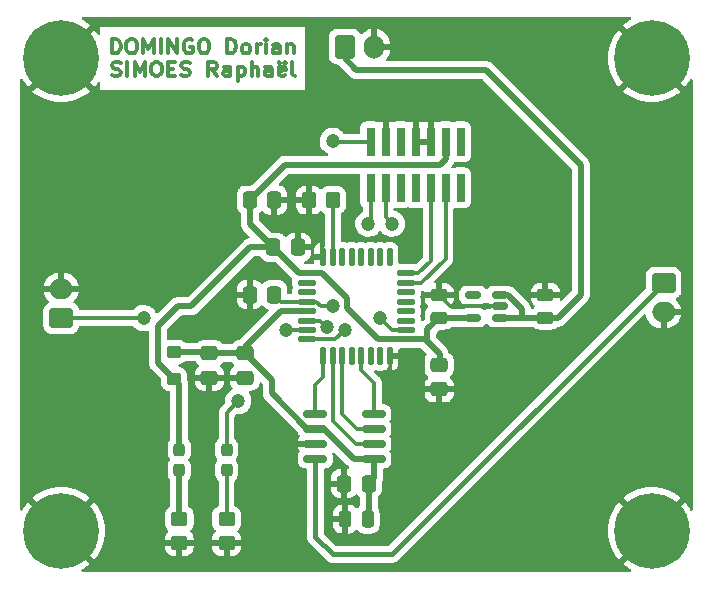
<source format=gbr>
%TF.GenerationSoftware,KiCad,Pcbnew,(6.0.7)*%
%TF.CreationDate,2023-02-16T16:04:02+01:00*%
%TF.ProjectId,hard tp,68617264-2074-4702-9e6b-696361645f70,rev?*%
%TF.SameCoordinates,Original*%
%TF.FileFunction,Copper,L1,Top*%
%TF.FilePolarity,Positive*%
%FSLAX46Y46*%
G04 Gerber Fmt 4.6, Leading zero omitted, Abs format (unit mm)*
G04 Created by KiCad (PCBNEW (6.0.7)) date 2023-02-16 16:04:02*
%MOMM*%
%LPD*%
G01*
G04 APERTURE LIST*
G04 Aperture macros list*
%AMRoundRect*
0 Rectangle with rounded corners*
0 $1 Rounding radius*
0 $2 $3 $4 $5 $6 $7 $8 $9 X,Y pos of 4 corners*
0 Add a 4 corners polygon primitive as box body*
4,1,4,$2,$3,$4,$5,$6,$7,$8,$9,$2,$3,0*
0 Add four circle primitives for the rounded corners*
1,1,$1+$1,$2,$3*
1,1,$1+$1,$4,$5*
1,1,$1+$1,$6,$7*
1,1,$1+$1,$8,$9*
0 Add four rect primitives between the rounded corners*
20,1,$1+$1,$2,$3,$4,$5,0*
20,1,$1+$1,$4,$5,$6,$7,0*
20,1,$1+$1,$6,$7,$8,$9,0*
20,1,$1+$1,$8,$9,$2,$3,0*%
G04 Aperture macros list end*
%ADD10C,0.300000*%
%TA.AperFunction,NonConductor*%
%ADD11C,0.300000*%
%TD*%
%TA.AperFunction,ComponentPad*%
%ADD12C,6.400000*%
%TD*%
%TA.AperFunction,SMDPad,CuDef*%
%ADD13RoundRect,0.150000X0.512500X0.150000X-0.512500X0.150000X-0.512500X-0.150000X0.512500X-0.150000X0*%
%TD*%
%TA.AperFunction,SMDPad,CuDef*%
%ADD14RoundRect,0.150000X0.825000X0.150000X-0.825000X0.150000X-0.825000X-0.150000X0.825000X-0.150000X0*%
%TD*%
%TA.AperFunction,SMDPad,CuDef*%
%ADD15RoundRect,0.125000X-0.625000X-0.125000X0.625000X-0.125000X0.625000X0.125000X-0.625000X0.125000X0*%
%TD*%
%TA.AperFunction,SMDPad,CuDef*%
%ADD16RoundRect,0.125000X-0.125000X-0.625000X0.125000X-0.625000X0.125000X0.625000X-0.125000X0.625000X0*%
%TD*%
%TA.AperFunction,SMDPad,CuDef*%
%ADD17RoundRect,0.250000X-0.450000X0.350000X-0.450000X-0.350000X0.450000X-0.350000X0.450000X0.350000X0*%
%TD*%
%TA.AperFunction,SMDPad,CuDef*%
%ADD18RoundRect,0.250000X0.350000X0.450000X-0.350000X0.450000X-0.350000X-0.450000X0.350000X-0.450000X0*%
%TD*%
%TA.AperFunction,SMDPad,CuDef*%
%ADD19RoundRect,0.250000X0.350000X-0.275000X0.350000X0.275000X-0.350000X0.275000X-0.350000X-0.275000X0*%
%TD*%
%TA.AperFunction,ComponentPad*%
%ADD20RoundRect,0.250000X-0.750000X0.600000X-0.750000X-0.600000X0.750000X-0.600000X0.750000X0.600000X0*%
%TD*%
%TA.AperFunction,ComponentPad*%
%ADD21O,2.000000X1.700000*%
%TD*%
%TA.AperFunction,ComponentPad*%
%ADD22RoundRect,0.250000X-0.600000X-0.750000X0.600000X-0.750000X0.600000X0.750000X-0.600000X0.750000X0*%
%TD*%
%TA.AperFunction,ComponentPad*%
%ADD23O,1.700000X2.000000*%
%TD*%
%TA.AperFunction,ComponentPad*%
%ADD24RoundRect,0.250000X0.750000X-0.600000X0.750000X0.600000X-0.750000X0.600000X-0.750000X-0.600000X0*%
%TD*%
%TA.AperFunction,SMDPad,CuDef*%
%ADD25R,0.740000X2.400000*%
%TD*%
%TA.AperFunction,SMDPad,CuDef*%
%ADD26RoundRect,0.237500X0.237500X-0.287500X0.237500X0.287500X-0.237500X0.287500X-0.237500X-0.287500X0*%
%TD*%
%TA.AperFunction,SMDPad,CuDef*%
%ADD27RoundRect,0.250000X0.250000X0.475000X-0.250000X0.475000X-0.250000X-0.475000X0.250000X-0.475000X0*%
%TD*%
%TA.AperFunction,SMDPad,CuDef*%
%ADD28RoundRect,0.250000X0.337500X0.475000X-0.337500X0.475000X-0.337500X-0.475000X0.337500X-0.475000X0*%
%TD*%
%TA.AperFunction,SMDPad,CuDef*%
%ADD29RoundRect,0.250000X0.475000X-0.250000X0.475000X0.250000X-0.475000X0.250000X-0.475000X-0.250000X0*%
%TD*%
%TA.AperFunction,SMDPad,CuDef*%
%ADD30RoundRect,0.250000X-0.475000X0.337500X-0.475000X-0.337500X0.475000X-0.337500X0.475000X0.337500X0*%
%TD*%
%TA.AperFunction,SMDPad,CuDef*%
%ADD31RoundRect,0.250000X-0.337500X-0.475000X0.337500X-0.475000X0.337500X0.475000X-0.337500X0.475000X0*%
%TD*%
%TA.AperFunction,ViaPad*%
%ADD32C,1.200000*%
%TD*%
%TA.AperFunction,Conductor*%
%ADD33C,0.300000*%
%TD*%
%TA.AperFunction,Conductor*%
%ADD34C,0.500000*%
%TD*%
%TA.AperFunction,Conductor*%
%ADD35C,0.400000*%
%TD*%
G04 APERTURE END LIST*
D10*
D11*
X142292857Y-61576857D02*
X142292857Y-60376857D01*
X142602380Y-60376857D01*
X142788095Y-60434000D01*
X142911904Y-60548285D01*
X142973809Y-60662571D01*
X143035714Y-60891142D01*
X143035714Y-61062571D01*
X142973809Y-61291142D01*
X142911904Y-61405428D01*
X142788095Y-61519714D01*
X142602380Y-61576857D01*
X142292857Y-61576857D01*
X143840476Y-60376857D02*
X144088095Y-60376857D01*
X144211904Y-60434000D01*
X144335714Y-60548285D01*
X144397619Y-60776857D01*
X144397619Y-61176857D01*
X144335714Y-61405428D01*
X144211904Y-61519714D01*
X144088095Y-61576857D01*
X143840476Y-61576857D01*
X143716666Y-61519714D01*
X143592857Y-61405428D01*
X143530952Y-61176857D01*
X143530952Y-60776857D01*
X143592857Y-60548285D01*
X143716666Y-60434000D01*
X143840476Y-60376857D01*
X144954761Y-61576857D02*
X144954761Y-60376857D01*
X145388095Y-61234000D01*
X145821428Y-60376857D01*
X145821428Y-61576857D01*
X146440476Y-61576857D02*
X146440476Y-60376857D01*
X147059523Y-61576857D02*
X147059523Y-60376857D01*
X147802380Y-61576857D01*
X147802380Y-60376857D01*
X149102380Y-60434000D02*
X148978571Y-60376857D01*
X148792857Y-60376857D01*
X148607142Y-60434000D01*
X148483333Y-60548285D01*
X148421428Y-60662571D01*
X148359523Y-60891142D01*
X148359523Y-61062571D01*
X148421428Y-61291142D01*
X148483333Y-61405428D01*
X148607142Y-61519714D01*
X148792857Y-61576857D01*
X148916666Y-61576857D01*
X149102380Y-61519714D01*
X149164285Y-61462571D01*
X149164285Y-61062571D01*
X148916666Y-61062571D01*
X149969047Y-60376857D02*
X150216666Y-60376857D01*
X150340476Y-60434000D01*
X150464285Y-60548285D01*
X150526190Y-60776857D01*
X150526190Y-61176857D01*
X150464285Y-61405428D01*
X150340476Y-61519714D01*
X150216666Y-61576857D01*
X149969047Y-61576857D01*
X149845238Y-61519714D01*
X149721428Y-61405428D01*
X149659523Y-61176857D01*
X149659523Y-60776857D01*
X149721428Y-60548285D01*
X149845238Y-60434000D01*
X149969047Y-60376857D01*
X152073809Y-61576857D02*
X152073809Y-60376857D01*
X152383333Y-60376857D01*
X152569047Y-60434000D01*
X152692857Y-60548285D01*
X152754761Y-60662571D01*
X152816666Y-60891142D01*
X152816666Y-61062571D01*
X152754761Y-61291142D01*
X152692857Y-61405428D01*
X152569047Y-61519714D01*
X152383333Y-61576857D01*
X152073809Y-61576857D01*
X153559523Y-61576857D02*
X153435714Y-61519714D01*
X153373809Y-61462571D01*
X153311904Y-61348285D01*
X153311904Y-61005428D01*
X153373809Y-60891142D01*
X153435714Y-60834000D01*
X153559523Y-60776857D01*
X153745238Y-60776857D01*
X153869047Y-60834000D01*
X153930952Y-60891142D01*
X153992857Y-61005428D01*
X153992857Y-61348285D01*
X153930952Y-61462571D01*
X153869047Y-61519714D01*
X153745238Y-61576857D01*
X153559523Y-61576857D01*
X154550000Y-61576857D02*
X154550000Y-60776857D01*
X154550000Y-61005428D02*
X154611904Y-60891142D01*
X154673809Y-60834000D01*
X154797619Y-60776857D01*
X154921428Y-60776857D01*
X155354761Y-61576857D02*
X155354761Y-60776857D01*
X155354761Y-60376857D02*
X155292857Y-60434000D01*
X155354761Y-60491142D01*
X155416666Y-60434000D01*
X155354761Y-60376857D01*
X155354761Y-60491142D01*
X156530952Y-61576857D02*
X156530952Y-60948285D01*
X156469047Y-60834000D01*
X156345238Y-60776857D01*
X156097619Y-60776857D01*
X155973809Y-60834000D01*
X156530952Y-61519714D02*
X156407142Y-61576857D01*
X156097619Y-61576857D01*
X155973809Y-61519714D01*
X155911904Y-61405428D01*
X155911904Y-61291142D01*
X155973809Y-61176857D01*
X156097619Y-61119714D01*
X156407142Y-61119714D01*
X156530952Y-61062571D01*
X157150000Y-60776857D02*
X157150000Y-61576857D01*
X157150000Y-60891142D02*
X157211904Y-60834000D01*
X157335714Y-60776857D01*
X157521428Y-60776857D01*
X157645238Y-60834000D01*
X157707142Y-60948285D01*
X157707142Y-61576857D01*
X142292857Y-63451714D02*
X142478571Y-63508857D01*
X142788095Y-63508857D01*
X142911904Y-63451714D01*
X142973809Y-63394571D01*
X143035714Y-63280285D01*
X143035714Y-63166000D01*
X142973809Y-63051714D01*
X142911904Y-62994571D01*
X142788095Y-62937428D01*
X142540476Y-62880285D01*
X142416666Y-62823142D01*
X142354761Y-62766000D01*
X142292857Y-62651714D01*
X142292857Y-62537428D01*
X142354761Y-62423142D01*
X142416666Y-62366000D01*
X142540476Y-62308857D01*
X142850000Y-62308857D01*
X143035714Y-62366000D01*
X143592857Y-63508857D02*
X143592857Y-62308857D01*
X144211904Y-63508857D02*
X144211904Y-62308857D01*
X144645238Y-63166000D01*
X145078571Y-62308857D01*
X145078571Y-63508857D01*
X145945238Y-62308857D02*
X146192857Y-62308857D01*
X146316666Y-62366000D01*
X146440476Y-62480285D01*
X146502380Y-62708857D01*
X146502380Y-63108857D01*
X146440476Y-63337428D01*
X146316666Y-63451714D01*
X146192857Y-63508857D01*
X145945238Y-63508857D01*
X145821428Y-63451714D01*
X145697619Y-63337428D01*
X145635714Y-63108857D01*
X145635714Y-62708857D01*
X145697619Y-62480285D01*
X145821428Y-62366000D01*
X145945238Y-62308857D01*
X147059523Y-62880285D02*
X147492857Y-62880285D01*
X147678571Y-63508857D02*
X147059523Y-63508857D01*
X147059523Y-62308857D01*
X147678571Y-62308857D01*
X148173809Y-63451714D02*
X148359523Y-63508857D01*
X148669047Y-63508857D01*
X148792857Y-63451714D01*
X148854761Y-63394571D01*
X148916666Y-63280285D01*
X148916666Y-63166000D01*
X148854761Y-63051714D01*
X148792857Y-62994571D01*
X148669047Y-62937428D01*
X148421428Y-62880285D01*
X148297619Y-62823142D01*
X148235714Y-62766000D01*
X148173809Y-62651714D01*
X148173809Y-62537428D01*
X148235714Y-62423142D01*
X148297619Y-62366000D01*
X148421428Y-62308857D01*
X148730952Y-62308857D01*
X148916666Y-62366000D01*
X151207142Y-63508857D02*
X150773809Y-62937428D01*
X150464285Y-63508857D02*
X150464285Y-62308857D01*
X150959523Y-62308857D01*
X151083333Y-62366000D01*
X151145238Y-62423142D01*
X151207142Y-62537428D01*
X151207142Y-62708857D01*
X151145238Y-62823142D01*
X151083333Y-62880285D01*
X150959523Y-62937428D01*
X150464285Y-62937428D01*
X152321428Y-63508857D02*
X152321428Y-62880285D01*
X152259523Y-62766000D01*
X152135714Y-62708857D01*
X151888095Y-62708857D01*
X151764285Y-62766000D01*
X152321428Y-63451714D02*
X152197619Y-63508857D01*
X151888095Y-63508857D01*
X151764285Y-63451714D01*
X151702380Y-63337428D01*
X151702380Y-63223142D01*
X151764285Y-63108857D01*
X151888095Y-63051714D01*
X152197619Y-63051714D01*
X152321428Y-62994571D01*
X152940476Y-62708857D02*
X152940476Y-63908857D01*
X152940476Y-62766000D02*
X153064285Y-62708857D01*
X153311904Y-62708857D01*
X153435714Y-62766000D01*
X153497619Y-62823142D01*
X153559523Y-62937428D01*
X153559523Y-63280285D01*
X153497619Y-63394571D01*
X153435714Y-63451714D01*
X153311904Y-63508857D01*
X153064285Y-63508857D01*
X152940476Y-63451714D01*
X154116666Y-63508857D02*
X154116666Y-62308857D01*
X154673809Y-63508857D02*
X154673809Y-62880285D01*
X154611904Y-62766000D01*
X154488095Y-62708857D01*
X154302380Y-62708857D01*
X154178571Y-62766000D01*
X154116666Y-62823142D01*
X155850000Y-63508857D02*
X155850000Y-62880285D01*
X155788095Y-62766000D01*
X155664285Y-62708857D01*
X155416666Y-62708857D01*
X155292857Y-62766000D01*
X155850000Y-63451714D02*
X155726190Y-63508857D01*
X155416666Y-63508857D01*
X155292857Y-63451714D01*
X155230952Y-63337428D01*
X155230952Y-63223142D01*
X155292857Y-63108857D01*
X155416666Y-63051714D01*
X155726190Y-63051714D01*
X155850000Y-62994571D01*
X156964285Y-63451714D02*
X156840476Y-63508857D01*
X156592857Y-63508857D01*
X156469047Y-63451714D01*
X156407142Y-63337428D01*
X156407142Y-62880285D01*
X156469047Y-62766000D01*
X156592857Y-62708857D01*
X156840476Y-62708857D01*
X156964285Y-62766000D01*
X157026190Y-62880285D01*
X157026190Y-62994571D01*
X156407142Y-63108857D01*
X156469047Y-62308857D02*
X156530952Y-62366000D01*
X156469047Y-62423142D01*
X156407142Y-62366000D01*
X156469047Y-62308857D01*
X156469047Y-62423142D01*
X156964285Y-62308857D02*
X157026190Y-62366000D01*
X156964285Y-62423142D01*
X156902380Y-62366000D01*
X156964285Y-62308857D01*
X156964285Y-62423142D01*
X157769047Y-63508857D02*
X157645238Y-63451714D01*
X157583333Y-63337428D01*
X157583333Y-62308857D01*
D12*
%TO.P,H4,1,1*%
%TO.N,GND*%
X138000000Y-62000000D03*
%TD*%
%TO.P,H3,1,1*%
%TO.N,GND*%
X188000000Y-102000000D03*
%TD*%
%TO.P,H2,1,1*%
%TO.N,GND*%
X188000000Y-62000000D03*
%TD*%
%TO.P,H1,1,1*%
%TO.N,GND*%
X138000000Y-102000000D03*
%TD*%
D13*
%TO.P,U3,1,VIN*%
%TO.N,+5V*%
X175137500Y-83950000D03*
%TO.P,U3,2,GND*%
%TO.N,GND*%
X175137500Y-83000000D03*
%TO.P,U3,3,~{SHDN}*%
%TO.N,+5V*%
X175137500Y-82050000D03*
%TO.P,U3,4,NC*%
%TO.N,unconnected-(U3-Pad4)*%
X172862500Y-82050000D03*
%TO.P,U3,5,VOUT*%
%TO.N,+3.3V*%
X172862500Y-83950000D03*
%TD*%
D14*
%TO.P,U2,1,Vdd*%
%TO.N,+3.3VA*%
X164475000Y-95905000D03*
%TO.P,U2,2,~{CS}*%
%TO.N,DAC_nCS*%
X164475000Y-94635000D03*
%TO.P,U2,3,SCK*%
%TO.N,SPI1_SCK*%
X164475000Y-93365000D03*
%TO.P,U2,4,SDI*%
%TO.N,SPI1_MOSI*%
X164475000Y-92095000D03*
%TO.P,U2,5,~{LDAC}*%
%TO.N,DAC_nLDAC*%
X159525000Y-92095000D03*
%TO.P,U2,6,~{SHDN}*%
%TO.N,+3.3VA*%
X159525000Y-93365000D03*
%TO.P,U2,7,Vss*%
%TO.N,GND*%
X159525000Y-94635000D03*
%TO.P,U2,8,Vout*%
%TO.N,DAC_OUT*%
X159525000Y-95905000D03*
%TD*%
D15*
%TO.P,U1,1,VDD*%
%TO.N,+3.3V*%
X158825000Y-80200000D03*
%TO.P,U1,2,PC14*%
%TO.N,unconnected-(U1-Pad2)*%
X158825000Y-81000000D03*
%TO.P,U1,3,PC15*%
%TO.N,unconnected-(U1-Pad3)*%
X158825000Y-81800000D03*
%TO.P,U1,4,NRST*%
%TO.N,NRST*%
X158825000Y-82600000D03*
%TO.P,U1,5,VDDA*%
%TO.N,+3.3VA*%
X158825000Y-83400000D03*
%TO.P,U1,6,PA0*%
%TO.N,USART2_RX*%
X158825000Y-84200000D03*
%TO.P,U1,7,PA1*%
%TO.N,ADC_IN1*%
X158825000Y-85000000D03*
%TO.P,U1,8,PA2*%
%TO.N,USART2_TX*%
X158825000Y-85800000D03*
D16*
%TO.P,U1,9,PA3*%
%TO.N,DAC_nLDAC*%
X160200000Y-87175000D03*
%TO.P,U1,10,PA4*%
%TO.N,DAC_nCS*%
X161000000Y-87175000D03*
%TO.P,U1,11,PA5*%
%TO.N,SPI1_SCK*%
X161800000Y-87175000D03*
%TO.P,U1,12,PA6*%
%TO.N,unconnected-(U1-Pad12)*%
X162600000Y-87175000D03*
%TO.P,U1,13,PA7*%
%TO.N,SPI1_MOSI*%
X163400000Y-87175000D03*
%TO.P,U1,14,PB0*%
%TO.N,unconnected-(U1-Pad14)*%
X164200000Y-87175000D03*
%TO.P,U1,15,PB1*%
%TO.N,unconnected-(U1-Pad15)*%
X165000000Y-87175000D03*
%TO.P,U1,16,VSS*%
%TO.N,GND*%
X165800000Y-87175000D03*
D15*
%TO.P,U1,17,VDD*%
%TO.N,+3.3V*%
X167175000Y-85800000D03*
%TO.P,U1,18,PA8*%
%TO.N,LED_STATUS*%
X167175000Y-85000000D03*
%TO.P,U1,19,PA9*%
%TO.N,unconnected-(U1-Pad19)*%
X167175000Y-84200000D03*
%TO.P,U1,20,PA10*%
%TO.N,unconnected-(U1-Pad20)*%
X167175000Y-83400000D03*
%TO.P,U1,21,PA11*%
%TO.N,unconnected-(U1-Pad21)*%
X167175000Y-82600000D03*
%TO.P,U1,22,PA12*%
%TO.N,unconnected-(U1-Pad22)*%
X167175000Y-81800000D03*
%TO.P,U1,23,PA13*%
%TO.N,SWDIO*%
X167175000Y-81000000D03*
%TO.P,U1,24,PA14*%
%TO.N,SWDCK*%
X167175000Y-80200000D03*
D16*
%TO.P,U1,25,PA15*%
%TO.N,unconnected-(U1-Pad25)*%
X165800000Y-78825000D03*
%TO.P,U1,26,PB3*%
%TO.N,unconnected-(U1-Pad26)*%
X165000000Y-78825000D03*
%TO.P,U1,27,PB4*%
%TO.N,unconnected-(U1-Pad27)*%
X164200000Y-78825000D03*
%TO.P,U1,28,PB5*%
%TO.N,unconnected-(U1-Pad28)*%
X163400000Y-78825000D03*
%TO.P,U1,29,PB6*%
%TO.N,unconnected-(U1-Pad29)*%
X162600000Y-78825000D03*
%TO.P,U1,30,PB7*%
%TO.N,unconnected-(U1-Pad30)*%
X161800000Y-78825000D03*
%TO.P,U1,31,PB9*%
%TO.N,Net-(R2-Pad1)*%
X161000000Y-78825000D03*
%TO.P,U1,32,VSS*%
%TO.N,GND*%
X160200000Y-78825000D03*
%TD*%
D17*
%TO.P,R3,1*%
%TO.N,Net-(D2-Pad1)*%
X148000000Y-101000000D03*
%TO.P,R3,2*%
%TO.N,GND*%
X148000000Y-103000000D03*
%TD*%
D18*
%TO.P,R2,1*%
%TO.N,Net-(R2-Pad1)*%
X161000000Y-74000000D03*
%TO.P,R2,2*%
%TO.N,GND*%
X159000000Y-74000000D03*
%TD*%
D17*
%TO.P,R1,1*%
%TO.N,Net-(D1-Pad1)*%
X152000000Y-101000000D03*
%TO.P,R1,2*%
%TO.N,GND*%
X152000000Y-103000000D03*
%TD*%
D19*
%TO.P,L1,1,1*%
%TO.N,+3.3V*%
X147556250Y-89150000D03*
%TO.P,L1,2,2*%
%TO.N,+3.3VA*%
X147556250Y-86850000D03*
%TD*%
D20*
%TO.P,J4,1,Pin_1*%
%TO.N,DAC_OUT*%
X189000000Y-81000000D03*
D21*
%TO.P,J4,2,Pin_2*%
%TO.N,GND*%
X189000000Y-83500000D03*
%TD*%
D22*
%TO.P,J3,1,Pin_1*%
%TO.N,+5V*%
X162000000Y-61000000D03*
D23*
%TO.P,J3,2,Pin_2*%
%TO.N,GND*%
X164500000Y-61000000D03*
%TD*%
D24*
%TO.P,J2,1,Pin_1*%
%TO.N,ADC_IN1*%
X138000000Y-84000000D03*
D21*
%TO.P,J2,2,Pin_2*%
%TO.N,GND*%
X138000000Y-81500000D03*
%TD*%
D25*
%TO.P,J1,1,Pin_1*%
%TO.N,unconnected-(J1-Pad1)*%
X171810000Y-69050000D03*
%TO.P,J1,2,Pin_2*%
%TO.N,unconnected-(J1-Pad2)*%
X171810000Y-72950000D03*
%TO.P,J1,3,Pin_3*%
%TO.N,+3.3V*%
X170540000Y-69050000D03*
%TO.P,J1,4,Pin_4*%
%TO.N,SWDIO*%
X170540000Y-72950000D03*
%TO.P,J1,5,Pin_5*%
%TO.N,GND*%
X169270000Y-69050000D03*
%TO.P,J1,6,Pin_6*%
%TO.N,SWDCK*%
X169270000Y-72950000D03*
%TO.P,J1,7,Pin_7*%
%TO.N,GND*%
X168000000Y-69050000D03*
%TO.P,J1,8,Pin_8*%
%TO.N,unconnected-(J1-Pad8)*%
X168000000Y-72950000D03*
%TO.P,J1,9,Pin_9*%
%TO.N,unconnected-(J1-Pad9)*%
X166730000Y-69050000D03*
%TO.P,J1,10,Pin_10*%
%TO.N,unconnected-(J1-Pad10)*%
X166730000Y-72950000D03*
%TO.P,J1,11,Pin_11*%
%TO.N,GND*%
X165460000Y-69050000D03*
%TO.P,J1,12,Pin_12*%
%TO.N,NRST*%
X165460000Y-72950000D03*
%TO.P,J1,13,Pin_13*%
%TO.N,USART2_RX*%
X164190000Y-69050000D03*
%TO.P,J1,14,Pin_14*%
%TO.N,USART2_TX*%
X164190000Y-72950000D03*
%TD*%
D26*
%TO.P,D2,2,A*%
%TO.N,+3.3V*%
X148000000Y-95125000D03*
%TO.P,D2,1,K*%
%TO.N,Net-(D2-Pad1)*%
X148000000Y-96875000D03*
%TD*%
%TO.P,D1,1,K*%
%TO.N,Net-(D1-Pad1)*%
X152000000Y-96875000D03*
%TO.P,D1,2,A*%
%TO.N,LED_STATUS*%
X152000000Y-95125000D03*
%TD*%
D27*
%TO.P,C10,1*%
%TO.N,+3.3VA*%
X163950000Y-101000000D03*
%TO.P,C10,2*%
%TO.N,GND*%
X162050000Y-101000000D03*
%TD*%
D28*
%TO.P,C9,1*%
%TO.N,+3.3VA*%
X164037500Y-98000000D03*
%TO.P,C9,2*%
%TO.N,GND*%
X161962500Y-98000000D03*
%TD*%
D29*
%TO.P,C8,1*%
%TO.N,+3.3V*%
X170000000Y-83950000D03*
%TO.P,C8,2*%
%TO.N,GND*%
X170000000Y-82050000D03*
%TD*%
%TO.P,C7,1*%
%TO.N,+5V*%
X179000000Y-83950000D03*
%TO.P,C7,2*%
%TO.N,GND*%
X179000000Y-82050000D03*
%TD*%
D30*
%TO.P,C6,1*%
%TO.N,+3.3VA*%
X153556250Y-86962500D03*
%TO.P,C6,2*%
%TO.N,GND*%
X153556250Y-89037500D03*
%TD*%
%TO.P,C5,1*%
%TO.N,+3.3VA*%
X150556250Y-86962500D03*
%TO.P,C5,2*%
%TO.N,GND*%
X150556250Y-89037500D03*
%TD*%
D28*
%TO.P,C4,1*%
%TO.N,NRST*%
X156037500Y-82000000D03*
%TO.P,C4,2*%
%TO.N,GND*%
X153962500Y-82000000D03*
%TD*%
D31*
%TO.P,C3,1*%
%TO.N,+3.3V*%
X155962500Y-78000000D03*
%TO.P,C3,2*%
%TO.N,GND*%
X158037500Y-78000000D03*
%TD*%
D30*
%TO.P,C2,1*%
%TO.N,+3.3V*%
X170000000Y-87962500D03*
%TO.P,C2,2*%
%TO.N,GND*%
X170000000Y-90037500D03*
%TD*%
D31*
%TO.P,C1,1*%
%TO.N,+3.3V*%
X153962500Y-74000000D03*
%TO.P,C1,2*%
%TO.N,GND*%
X156037500Y-74000000D03*
%TD*%
D32*
%TO.N,GND*%
X152000000Y-83000000D03*
X162000000Y-72349500D03*
%TO.N,USART2_RX*%
X161000000Y-69000000D03*
X160500500Y-84750500D03*
%TO.N,USART2_TX*%
X162000000Y-85000000D03*
%TO.N,NRST*%
X166000000Y-76000000D03*
%TO.N,USART2_TX*%
X164000000Y-76000000D03*
%TO.N,NRST*%
X161000000Y-83000000D03*
%TO.N,ADC_IN1*%
X157000000Y-85000000D03*
X145000000Y-84000000D03*
%TO.N,LED_STATUS*%
X165000000Y-84000000D03*
X153000000Y-91000000D03*
%TD*%
D33*
%TO.N,SWDIO*%
X167175000Y-81000000D02*
X168500000Y-81000000D01*
X168500000Y-81000000D02*
X170540000Y-78960000D01*
X170540000Y-78960000D02*
X170540000Y-73950000D01*
%TO.N,SWDCK*%
X167175000Y-80200000D02*
X168200000Y-80200000D01*
X168200000Y-80200000D02*
X169270000Y-79130000D01*
X169270000Y-79130000D02*
X169270000Y-72950000D01*
D34*
%TO.N,+3.3V*%
X147556250Y-89150000D02*
X146200000Y-87793750D01*
X146200000Y-87793750D02*
X146200000Y-84650000D01*
X146200000Y-84650000D02*
X147850000Y-83000000D01*
X147850000Y-83000000D02*
X149000000Y-83000000D01*
X149000000Y-83000000D02*
X154000000Y-78000000D01*
X154000000Y-78000000D02*
X155962500Y-78000000D01*
X170540000Y-69050000D02*
X170540000Y-70550000D01*
X170540000Y-70550000D02*
X170090000Y-71000000D01*
X170090000Y-71000000D02*
X156962500Y-71000000D01*
X156962500Y-71000000D02*
X153962500Y-74000000D01*
D33*
%TO.N,DAC_nLDAC*%
X159525000Y-92095000D02*
X159525000Y-89675000D01*
X160200000Y-87175000D02*
X160200000Y-89000000D01*
X160200000Y-89000000D02*
X159525000Y-89675000D01*
%TO.N,SPI1_SCK*%
X164475000Y-93365000D02*
X163065000Y-93365000D01*
X163065000Y-93365000D02*
X161800000Y-92100000D01*
X161800000Y-92100000D02*
X161800000Y-87175000D01*
%TO.N,DAC_nCS*%
X164475000Y-94635000D02*
X162935000Y-94635000D01*
X162935000Y-94635000D02*
X161000000Y-92700000D01*
X161000000Y-92700000D02*
X161000000Y-87175000D01*
D35*
%TO.N,DAC_OUT*%
X189000000Y-81000000D02*
X166000000Y-104000000D01*
X166000000Y-104000000D02*
X161000000Y-104000000D01*
X161000000Y-104000000D02*
X159525000Y-102525000D01*
X159525000Y-102525000D02*
X159525000Y-95905000D01*
D33*
%TO.N,Net-(R2-Pad1)*%
X161000000Y-74000000D02*
X161000000Y-78825000D01*
D34*
%TO.N,+5V*%
X162000000Y-62000000D02*
X163000000Y-63000000D01*
X163000000Y-63000000D02*
X174000000Y-63000000D01*
X174000000Y-63000000D02*
X182000000Y-71000000D01*
X182000000Y-71000000D02*
X182000000Y-82000000D01*
X182000000Y-82000000D02*
X180050000Y-83950000D01*
X180050000Y-83950000D02*
X179000000Y-83950000D01*
D33*
%TO.N,SWDCK*%
X169270000Y-74730000D02*
X169270000Y-73950000D01*
D34*
%TO.N,+3.3V*%
X153962500Y-74000000D02*
X153962500Y-76000000D01*
X153962500Y-76000000D02*
X155962500Y-78000000D01*
%TO.N,+3.3VA*%
X153556250Y-86962500D02*
X155830000Y-89236250D01*
X155830000Y-89236250D02*
X155830000Y-90364949D01*
X153556250Y-86962500D02*
X153556250Y-86443750D01*
X153556250Y-86443750D02*
X156600000Y-83400000D01*
X156600000Y-83400000D02*
X158825000Y-83400000D01*
X155830000Y-90364949D02*
X158830051Y-93365000D01*
X158830051Y-93365000D02*
X159525000Y-93365000D01*
%TO.N,+3.3V*%
X167175000Y-85800000D02*
X164800000Y-85800000D01*
X162170000Y-82295000D02*
X160075000Y-80200000D01*
X164800000Y-85800000D02*
X162170000Y-83170000D01*
X162170000Y-83170000D02*
X162170000Y-82295000D01*
X160075000Y-80200000D02*
X158825000Y-80200000D01*
D33*
%TO.N,NRST*%
X159988173Y-83000000D02*
X159588173Y-82600000D01*
X161000000Y-83000000D02*
X159988173Y-83000000D01*
X159588173Y-82600000D02*
X158825000Y-82600000D01*
%TO.N,USART2_RX*%
X159950000Y-84200000D02*
X158825000Y-84200000D01*
X160500500Y-84750500D02*
X159950000Y-84200000D01*
%TO.N,LED_STATUS*%
X167175000Y-85000000D02*
X166000000Y-85000000D01*
X166000000Y-85000000D02*
X165000000Y-84000000D01*
%TO.N,USART2_TX*%
X161200000Y-85800000D02*
X162000000Y-85000000D01*
X158825000Y-85800000D02*
X161200000Y-85800000D01*
%TO.N,NRST*%
X165460000Y-75460000D02*
X166000000Y-76000000D01*
X165460000Y-72950000D02*
X165460000Y-75460000D01*
%TO.N,USART2_TX*%
X164190000Y-75810000D02*
X164000000Y-76000000D01*
X164190000Y-72950000D02*
X164190000Y-75810000D01*
%TO.N,USART2_RX*%
X161050000Y-69050000D02*
X161000000Y-69000000D01*
X164190000Y-69050000D02*
X161050000Y-69050000D01*
%TO.N,ADC_IN1*%
X158825000Y-85000000D02*
X157000000Y-85000000D01*
D34*
%TO.N,+3.3V*%
X148000000Y-95125000D02*
X148000000Y-89593750D01*
X148000000Y-89593750D02*
X147556250Y-89150000D01*
D33*
%TO.N,ADC_IN1*%
X138000000Y-84000000D02*
X145000000Y-84000000D01*
%TO.N,LED_STATUS*%
X152000000Y-92000000D02*
X153000000Y-91000000D01*
X152000000Y-95125000D02*
X152000000Y-92000000D01*
%TO.N,Net-(D1-Pad1)*%
X152000000Y-101000000D02*
X152000000Y-96875000D01*
D34*
%TO.N,Net-(D2-Pad1)*%
X148000000Y-96875000D02*
X148000000Y-101000000D01*
%TO.N,+3.3VA*%
X164475000Y-95905000D02*
X162759949Y-95905000D01*
X162759949Y-95905000D02*
X160219949Y-93365000D01*
X160219949Y-93365000D02*
X159525000Y-93365000D01*
X164037500Y-98000000D02*
X164037500Y-100912500D01*
X164037500Y-100912500D02*
X163950000Y-101000000D01*
X164475000Y-95905000D02*
X164475000Y-97562500D01*
X164475000Y-97562500D02*
X164037500Y-98000000D01*
%TO.N,+5V*%
X179000000Y-83950000D02*
X178950000Y-84000000D01*
X178950000Y-84000000D02*
X177000000Y-84000000D01*
X177000000Y-84000000D02*
X177000000Y-83210051D01*
X177000000Y-83210051D02*
X175839949Y-82050000D01*
X175839949Y-82050000D02*
X175137500Y-82050000D01*
%TO.N,+3.3V*%
X170000000Y-83950000D02*
X169000000Y-84950000D01*
X169000000Y-84950000D02*
X169000000Y-85800000D01*
X169000000Y-85800000D02*
X167175000Y-85800000D01*
X170037500Y-88000000D02*
X170037500Y-87018750D01*
X170037500Y-87018750D02*
X168818750Y-85800000D01*
X168818750Y-85800000D02*
X167175000Y-85800000D01*
D33*
%TO.N,SPI1_MOSI*%
X164475000Y-92095000D02*
X164475000Y-89475000D01*
X164475000Y-89475000D02*
X163400000Y-88400000D01*
X163400000Y-88400000D02*
X163400000Y-87175000D01*
%TO.N,NRST*%
X156037500Y-82000000D02*
X156637500Y-82600000D01*
X156637500Y-82600000D02*
X158825000Y-82600000D01*
D34*
%TO.N,+3.3V*%
X155962500Y-78000000D02*
X158162500Y-80200000D01*
X158162500Y-80200000D02*
X158825000Y-80200000D01*
%TO.N,+3.3VA*%
X150556250Y-86962500D02*
X153556250Y-86962500D01*
X147556250Y-86850000D02*
X150443750Y-86850000D01*
X150443750Y-86850000D02*
X150556250Y-86962500D01*
%TO.N,+3.3V*%
X172862500Y-83950000D02*
X170000000Y-83950000D01*
D33*
%TO.N,GND*%
X175137500Y-83000000D02*
X170950000Y-83000000D01*
X170950000Y-83000000D02*
X170000000Y-82050000D01*
D34*
%TO.N,+5V*%
X176950000Y-83950000D02*
X175137500Y-83950000D01*
X179000000Y-83950000D02*
X176950000Y-83950000D01*
%TD*%
%TA.AperFunction,Conductor*%
%TO.N,GND*%
G36*
X186228176Y-58528502D02*
G01*
X186274669Y-58582158D01*
X186284773Y-58652432D01*
X186255279Y-58717012D01*
X186217258Y-58746767D01*
X186146397Y-58782872D01*
X186140687Y-58786169D01*
X185820265Y-58994253D01*
X185814939Y-58998123D01*
X185576165Y-59191478D01*
X185567700Y-59203733D01*
X185574034Y-59214824D01*
X190784310Y-64425100D01*
X190797386Y-64432241D01*
X190807753Y-64424784D01*
X191001877Y-64185061D01*
X191005747Y-64179735D01*
X191213831Y-63859313D01*
X191217128Y-63853603D01*
X191253233Y-63782742D01*
X191301981Y-63731127D01*
X191370896Y-63714061D01*
X191438098Y-63736962D01*
X191482250Y-63792559D01*
X191491500Y-63839945D01*
X191491500Y-100160055D01*
X191471498Y-100228176D01*
X191417842Y-100274669D01*
X191347568Y-100284773D01*
X191282988Y-100255279D01*
X191253233Y-100217258D01*
X191217128Y-100146397D01*
X191213831Y-100140687D01*
X191005747Y-99820265D01*
X191001877Y-99814939D01*
X190808522Y-99576165D01*
X190796267Y-99567700D01*
X190785176Y-99574034D01*
X185574900Y-104784310D01*
X185567759Y-104797386D01*
X185575216Y-104807753D01*
X185814935Y-105001874D01*
X185820272Y-105005751D01*
X186140685Y-105213830D01*
X186146394Y-105217126D01*
X186217257Y-105253233D01*
X186268872Y-105301981D01*
X186285938Y-105370896D01*
X186263037Y-105438098D01*
X186207440Y-105482250D01*
X186160054Y-105491500D01*
X139839946Y-105491500D01*
X139771825Y-105471498D01*
X139725332Y-105417842D01*
X139715228Y-105347568D01*
X139744722Y-105282988D01*
X139782743Y-105253233D01*
X139853606Y-105217126D01*
X139859315Y-105213830D01*
X140179728Y-105005751D01*
X140185065Y-105001874D01*
X140423835Y-104808522D01*
X140432300Y-104796267D01*
X140425966Y-104785176D01*
X137641922Y-102001132D01*
X138364408Y-102001132D01*
X138364539Y-102002965D01*
X138368790Y-102009580D01*
X140784310Y-104425100D01*
X140797386Y-104432241D01*
X140807753Y-104424784D01*
X141001877Y-104185061D01*
X141005747Y-104179735D01*
X141213831Y-103859313D01*
X141217128Y-103853603D01*
X141390578Y-103513189D01*
X141393260Y-103507164D01*
X141435511Y-103397095D01*
X146792001Y-103397095D01*
X146792338Y-103403614D01*
X146802257Y-103499206D01*
X146805149Y-103512600D01*
X146856588Y-103666784D01*
X146862761Y-103679962D01*
X146948063Y-103817807D01*
X146957099Y-103829208D01*
X147071829Y-103943739D01*
X147083240Y-103952751D01*
X147221243Y-104037816D01*
X147234424Y-104043963D01*
X147388710Y-104095138D01*
X147402086Y-104098005D01*
X147496438Y-104107672D01*
X147502854Y-104108000D01*
X147727885Y-104108000D01*
X147743124Y-104103525D01*
X147744329Y-104102135D01*
X147746000Y-104094452D01*
X147746000Y-104089884D01*
X148254000Y-104089884D01*
X148258475Y-104105123D01*
X148259865Y-104106328D01*
X148267548Y-104107999D01*
X148497095Y-104107999D01*
X148503614Y-104107662D01*
X148599206Y-104097743D01*
X148612600Y-104094851D01*
X148766784Y-104043412D01*
X148779962Y-104037239D01*
X148917807Y-103951937D01*
X148929208Y-103942901D01*
X149043739Y-103828171D01*
X149052751Y-103816760D01*
X149137816Y-103678757D01*
X149143963Y-103665576D01*
X149195138Y-103511290D01*
X149198005Y-103497914D01*
X149207672Y-103403562D01*
X149208000Y-103397146D01*
X149208000Y-103397095D01*
X150792001Y-103397095D01*
X150792338Y-103403614D01*
X150802257Y-103499206D01*
X150805149Y-103512600D01*
X150856588Y-103666784D01*
X150862761Y-103679962D01*
X150948063Y-103817807D01*
X150957099Y-103829208D01*
X151071829Y-103943739D01*
X151083240Y-103952751D01*
X151221243Y-104037816D01*
X151234424Y-104043963D01*
X151388710Y-104095138D01*
X151402086Y-104098005D01*
X151496438Y-104107672D01*
X151502854Y-104108000D01*
X151727885Y-104108000D01*
X151743124Y-104103525D01*
X151744329Y-104102135D01*
X151746000Y-104094452D01*
X151746000Y-104089884D01*
X152254000Y-104089884D01*
X152258475Y-104105123D01*
X152259865Y-104106328D01*
X152267548Y-104107999D01*
X152497095Y-104107999D01*
X152503614Y-104107662D01*
X152599206Y-104097743D01*
X152612600Y-104094851D01*
X152766784Y-104043412D01*
X152779962Y-104037239D01*
X152917807Y-103951937D01*
X152929208Y-103942901D01*
X153043739Y-103828171D01*
X153052751Y-103816760D01*
X153137816Y-103678757D01*
X153143963Y-103665576D01*
X153195138Y-103511290D01*
X153198005Y-103497914D01*
X153207672Y-103403562D01*
X153208000Y-103397146D01*
X153208000Y-103272115D01*
X153203525Y-103256876D01*
X153202135Y-103255671D01*
X153194452Y-103254000D01*
X152272115Y-103254000D01*
X152256876Y-103258475D01*
X152255671Y-103259865D01*
X152254000Y-103267548D01*
X152254000Y-104089884D01*
X151746000Y-104089884D01*
X151746000Y-103272115D01*
X151741525Y-103256876D01*
X151740135Y-103255671D01*
X151732452Y-103254000D01*
X150810116Y-103254000D01*
X150794877Y-103258475D01*
X150793672Y-103259865D01*
X150792001Y-103267548D01*
X150792001Y-103397095D01*
X149208000Y-103397095D01*
X149208000Y-103272115D01*
X149203525Y-103256876D01*
X149202135Y-103255671D01*
X149194452Y-103254000D01*
X148272115Y-103254000D01*
X148256876Y-103258475D01*
X148255671Y-103259865D01*
X148254000Y-103267548D01*
X148254000Y-104089884D01*
X147746000Y-104089884D01*
X147746000Y-103272115D01*
X147741525Y-103256876D01*
X147740135Y-103255671D01*
X147732452Y-103254000D01*
X146810116Y-103254000D01*
X146794877Y-103258475D01*
X146793672Y-103259865D01*
X146792001Y-103267548D01*
X146792001Y-103397095D01*
X141435511Y-103397095D01*
X141530171Y-103150498D01*
X141532212Y-103144216D01*
X141631094Y-102775184D01*
X141632465Y-102768734D01*
X141692234Y-102391371D01*
X141692920Y-102384833D01*
X141712916Y-102003301D01*
X141712916Y-101996699D01*
X141692920Y-101615167D01*
X141692234Y-101608629D01*
X141632465Y-101231266D01*
X141631094Y-101224816D01*
X141532212Y-100855784D01*
X141530171Y-100849502D01*
X141393260Y-100492836D01*
X141390578Y-100486811D01*
X141217128Y-100146397D01*
X141213831Y-100140687D01*
X141005747Y-99820265D01*
X141001877Y-99814939D01*
X140808522Y-99576165D01*
X140796267Y-99567700D01*
X140785176Y-99574034D01*
X138372022Y-101987188D01*
X138364408Y-102001132D01*
X137641922Y-102001132D01*
X135215690Y-99574900D01*
X135202614Y-99567759D01*
X135192247Y-99575216D01*
X134998123Y-99814939D01*
X134994253Y-99820265D01*
X134786169Y-100140687D01*
X134782872Y-100146397D01*
X134746767Y-100217258D01*
X134698019Y-100268873D01*
X134629104Y-100285939D01*
X134561902Y-100263038D01*
X134517750Y-100207441D01*
X134508500Y-100160055D01*
X134508500Y-99203733D01*
X135567700Y-99203733D01*
X135574034Y-99214824D01*
X137987188Y-101627978D01*
X138001132Y-101635592D01*
X138002965Y-101635461D01*
X138009580Y-101631210D01*
X140425100Y-99215690D01*
X140432241Y-99202614D01*
X140424784Y-99192247D01*
X140185065Y-98998126D01*
X140179728Y-98994249D01*
X139859315Y-98786170D01*
X139853606Y-98782873D01*
X139513189Y-98609422D01*
X139507164Y-98606740D01*
X139150498Y-98469829D01*
X139144216Y-98467788D01*
X138775184Y-98368906D01*
X138768734Y-98367535D01*
X138391371Y-98307766D01*
X138384833Y-98307080D01*
X138003301Y-98287084D01*
X137996699Y-98287084D01*
X137615167Y-98307080D01*
X137608629Y-98307766D01*
X137231266Y-98367535D01*
X137224816Y-98368906D01*
X136855784Y-98467788D01*
X136849502Y-98469829D01*
X136492836Y-98606740D01*
X136486811Y-98609422D01*
X136146397Y-98782872D01*
X136140687Y-98786169D01*
X135820265Y-98994253D01*
X135814939Y-98998123D01*
X135576165Y-99191478D01*
X135567700Y-99203733D01*
X134508500Y-99203733D01*
X134508500Y-84650400D01*
X136491500Y-84650400D01*
X136491837Y-84653646D01*
X136491837Y-84653650D01*
X136500234Y-84734576D01*
X136502474Y-84756166D01*
X136504655Y-84762702D01*
X136504655Y-84762704D01*
X136516590Y-84798478D01*
X136558450Y-84923946D01*
X136651522Y-85074348D01*
X136776697Y-85199305D01*
X136782927Y-85203145D01*
X136782928Y-85203146D01*
X136920090Y-85287694D01*
X136927262Y-85292115D01*
X136956296Y-85301745D01*
X137088611Y-85345632D01*
X137088613Y-85345632D01*
X137095139Y-85347797D01*
X137101975Y-85348497D01*
X137101978Y-85348498D01*
X137145031Y-85352909D01*
X137199600Y-85358500D01*
X138800400Y-85358500D01*
X138803646Y-85358163D01*
X138803650Y-85358163D01*
X138899308Y-85348238D01*
X138899312Y-85348237D01*
X138906166Y-85347526D01*
X138912702Y-85345345D01*
X138912704Y-85345345D01*
X139051121Y-85299165D01*
X139073946Y-85291550D01*
X139224348Y-85198478D01*
X139250438Y-85172343D01*
X139344134Y-85078483D01*
X139349305Y-85073303D01*
X139359673Y-85056483D01*
X139438275Y-84928968D01*
X139438276Y-84928966D01*
X139442115Y-84922738D01*
X139497365Y-84756166D01*
X139497797Y-84754861D01*
X139498044Y-84754943D01*
X139530178Y-84695672D01*
X139592388Y-84661460D01*
X139619540Y-84658500D01*
X144042655Y-84658500D01*
X144110776Y-84678502D01*
X144145551Y-84711779D01*
X144153479Y-84722997D01*
X144189499Y-84758086D01*
X144286043Y-84852135D01*
X144299410Y-84865157D01*
X144304206Y-84868362D01*
X144304209Y-84868364D01*
X144419849Y-84945632D01*
X144468803Y-84978342D01*
X144474106Y-84980620D01*
X144474109Y-84980622D01*
X144650680Y-85056483D01*
X144655987Y-85058763D01*
X144720245Y-85073303D01*
X144849055Y-85102450D01*
X144849060Y-85102451D01*
X144854692Y-85103725D01*
X144860463Y-85103952D01*
X144860465Y-85103952D01*
X144923470Y-85106427D01*
X145058263Y-85111723D01*
X145160445Y-85096908D01*
X145254162Y-85083320D01*
X145254167Y-85083319D01*
X145259883Y-85082490D01*
X145265355Y-85080632D01*
X145265357Y-85080632D01*
X145274998Y-85077359D01*
X145345933Y-85074402D01*
X145407205Y-85110265D01*
X145439363Y-85173562D01*
X145441500Y-85196672D01*
X145441500Y-87726680D01*
X145440067Y-87745630D01*
X145436801Y-87767099D01*
X145437394Y-87774391D01*
X145437394Y-87774394D01*
X145441085Y-87819768D01*
X145441500Y-87829983D01*
X145441500Y-87838043D01*
X145441925Y-87841687D01*
X145444789Y-87866257D01*
X145445222Y-87870632D01*
X145447728Y-87901435D01*
X145451140Y-87943387D01*
X145453396Y-87950351D01*
X145454587Y-87956310D01*
X145455971Y-87962165D01*
X145456818Y-87969431D01*
X145481735Y-88038077D01*
X145483152Y-88042205D01*
X145505649Y-88111649D01*
X145509445Y-88117904D01*
X145511951Y-88123378D01*
X145514670Y-88128808D01*
X145517167Y-88135687D01*
X145521180Y-88141807D01*
X145521180Y-88141808D01*
X145557186Y-88196726D01*
X145559523Y-88200430D01*
X145597405Y-88262857D01*
X145601121Y-88267065D01*
X145601122Y-88267066D01*
X145604803Y-88271234D01*
X145604776Y-88271258D01*
X145607429Y-88274250D01*
X145610132Y-88277483D01*
X145614144Y-88283602D01*
X145619456Y-88288634D01*
X145670383Y-88336878D01*
X145672825Y-88339256D01*
X146410845Y-89077276D01*
X146444871Y-89139588D01*
X146447750Y-89166371D01*
X146447750Y-89475400D01*
X146448087Y-89478646D01*
X146448087Y-89478650D01*
X146456801Y-89562630D01*
X146458724Y-89581166D01*
X146460905Y-89587702D01*
X146460905Y-89587704D01*
X146482119Y-89651289D01*
X146514700Y-89748946D01*
X146607772Y-89899348D01*
X146732947Y-90024305D01*
X146739177Y-90028145D01*
X146739178Y-90028146D01*
X146849921Y-90096409D01*
X146883512Y-90117115D01*
X146922730Y-90130123D01*
X147044861Y-90170632D01*
X147044863Y-90170632D01*
X147051389Y-90172797D01*
X147058227Y-90173498D01*
X147058229Y-90173498D01*
X147128343Y-90180682D01*
X147194070Y-90207524D01*
X147234852Y-90265639D01*
X147241500Y-90306026D01*
X147241500Y-94251323D01*
X147221498Y-94319444D01*
X147204679Y-94340334D01*
X147173071Y-94371997D01*
X147163466Y-94387579D01*
X147086364Y-94512662D01*
X147081791Y-94520080D01*
X147027026Y-94685191D01*
X147016500Y-94787928D01*
X147016500Y-95462072D01*
X147016837Y-95465318D01*
X147016837Y-95465322D01*
X147018835Y-95484573D01*
X147027293Y-95566093D01*
X147029474Y-95572629D01*
X147029474Y-95572631D01*
X147068955Y-95690968D01*
X147082346Y-95731107D01*
X147173884Y-95879031D01*
X147205787Y-95910879D01*
X147239866Y-95973159D01*
X147234863Y-96043979D01*
X147205943Y-96089067D01*
X147180015Y-96115041D01*
X147173071Y-96121997D01*
X147169231Y-96128227D01*
X147169230Y-96128228D01*
X147086364Y-96262662D01*
X147081791Y-96270080D01*
X147027026Y-96435191D01*
X147026326Y-96442027D01*
X147026325Y-96442030D01*
X147023724Y-96467416D01*
X147016500Y-96537928D01*
X147016500Y-97212072D01*
X147027293Y-97316093D01*
X147082346Y-97481107D01*
X147173884Y-97629031D01*
X147179066Y-97634204D01*
X147204518Y-97659612D01*
X147238597Y-97721895D01*
X147241500Y-97748785D01*
X147241500Y-99878689D01*
X147221498Y-99946810D01*
X147181804Y-99985833D01*
X147075652Y-100051522D01*
X146950695Y-100176697D01*
X146946855Y-100182927D01*
X146946854Y-100182928D01*
X146884076Y-100284773D01*
X146857885Y-100327262D01*
X146802203Y-100495139D01*
X146791500Y-100599600D01*
X146791500Y-101400400D01*
X146802474Y-101506166D01*
X146804655Y-101512702D01*
X146804655Y-101512704D01*
X146808891Y-101525400D01*
X146858450Y-101673946D01*
X146951522Y-101824348D01*
X146956704Y-101829521D01*
X147038463Y-101911138D01*
X147072542Y-101973421D01*
X147067539Y-102044241D01*
X147038618Y-102089329D01*
X146956261Y-102171829D01*
X146947249Y-102183240D01*
X146862184Y-102321243D01*
X146856037Y-102334424D01*
X146804862Y-102488710D01*
X146801995Y-102502086D01*
X146792328Y-102596438D01*
X146792000Y-102602855D01*
X146792000Y-102727885D01*
X146796475Y-102743124D01*
X146797865Y-102744329D01*
X146805548Y-102746000D01*
X149189884Y-102746000D01*
X149205123Y-102741525D01*
X149206328Y-102740135D01*
X149207999Y-102732452D01*
X149207999Y-102602905D01*
X149207662Y-102596386D01*
X149197743Y-102500794D01*
X149194851Y-102487400D01*
X149143412Y-102333216D01*
X149137239Y-102320038D01*
X149051937Y-102182193D01*
X149042901Y-102170792D01*
X148961538Y-102089570D01*
X148927459Y-102027287D01*
X148932462Y-101956467D01*
X148961383Y-101911380D01*
X149044130Y-101828488D01*
X149044134Y-101828483D01*
X149049305Y-101823303D01*
X149142115Y-101672738D01*
X149197797Y-101504861D01*
X149208500Y-101400400D01*
X149208500Y-100599600D01*
X149197526Y-100493834D01*
X149141550Y-100326054D01*
X149048478Y-100175652D01*
X148923303Y-100050695D01*
X148818383Y-99986021D01*
X148770891Y-99933250D01*
X148758500Y-99878762D01*
X148758500Y-97748677D01*
X148778502Y-97680556D01*
X148795321Y-97659666D01*
X148826929Y-97628003D01*
X148875275Y-97549572D01*
X148914369Y-97486150D01*
X148914370Y-97486148D01*
X148918209Y-97479920D01*
X148972974Y-97314809D01*
X148983500Y-97212072D01*
X148983500Y-96537928D01*
X148978846Y-96493072D01*
X148973419Y-96440765D01*
X148973418Y-96440761D01*
X148972707Y-96433907D01*
X148970009Y-96425818D01*
X148919972Y-96275841D01*
X148917654Y-96268893D01*
X148826116Y-96120969D01*
X148794213Y-96089121D01*
X148760134Y-96026841D01*
X148765137Y-95956021D01*
X148794057Y-95910933D01*
X148821757Y-95883184D01*
X148826929Y-95878003D01*
X148830770Y-95871772D01*
X148914369Y-95736150D01*
X148914370Y-95736148D01*
X148918209Y-95729920D01*
X148972974Y-95564809D01*
X148983500Y-95462072D01*
X148983500Y-94787928D01*
X148972707Y-94683907D01*
X148917654Y-94518893D01*
X148826116Y-94370969D01*
X148795482Y-94340388D01*
X148761403Y-94278105D01*
X148758500Y-94251215D01*
X148758500Y-89660819D01*
X148759933Y-89641868D01*
X148762099Y-89627633D01*
X148762099Y-89627631D01*
X148763199Y-89620401D01*
X148760540Y-89587704D01*
X148758915Y-89567732D01*
X148758500Y-89557517D01*
X148758500Y-89549457D01*
X148755211Y-89521243D01*
X148754778Y-89516868D01*
X148749454Y-89451411D01*
X148749453Y-89451408D01*
X148748860Y-89444113D01*
X148746604Y-89437149D01*
X148745413Y-89431190D01*
X148744029Y-89425335D01*
X148743651Y-89422095D01*
X149323251Y-89422095D01*
X149323588Y-89428614D01*
X149333507Y-89524206D01*
X149336399Y-89537600D01*
X149387838Y-89691784D01*
X149394011Y-89704962D01*
X149479313Y-89842807D01*
X149488349Y-89854208D01*
X149603079Y-89968739D01*
X149614490Y-89977751D01*
X149752493Y-90062816D01*
X149765674Y-90068963D01*
X149919960Y-90120138D01*
X149933336Y-90123005D01*
X150027688Y-90132672D01*
X150034104Y-90133000D01*
X150284135Y-90133000D01*
X150299374Y-90128525D01*
X150300579Y-90127135D01*
X150302250Y-90119452D01*
X150302250Y-90114884D01*
X150810250Y-90114884D01*
X150814725Y-90130123D01*
X150816115Y-90131328D01*
X150823798Y-90132999D01*
X151078345Y-90132999D01*
X151084864Y-90132662D01*
X151180456Y-90122743D01*
X151193850Y-90119851D01*
X151348034Y-90068412D01*
X151361212Y-90062239D01*
X151499057Y-89976937D01*
X151510458Y-89967901D01*
X151624989Y-89853171D01*
X151634001Y-89841760D01*
X151719066Y-89703757D01*
X151725213Y-89690576D01*
X151776388Y-89536290D01*
X151779255Y-89522914D01*
X151788922Y-89428562D01*
X151789250Y-89422146D01*
X151789250Y-89309615D01*
X151784775Y-89294376D01*
X151783385Y-89293171D01*
X151775702Y-89291500D01*
X150828365Y-89291500D01*
X150813126Y-89295975D01*
X150811921Y-89297365D01*
X150810250Y-89305048D01*
X150810250Y-90114884D01*
X150302250Y-90114884D01*
X150302250Y-89309615D01*
X150297775Y-89294376D01*
X150296385Y-89293171D01*
X150288702Y-89291500D01*
X149341366Y-89291500D01*
X149326127Y-89295975D01*
X149324922Y-89297365D01*
X149323251Y-89305048D01*
X149323251Y-89422095D01*
X148743651Y-89422095D01*
X148743182Y-89418069D01*
X148718265Y-89349423D01*
X148716848Y-89345295D01*
X148696607Y-89282814D01*
X148696606Y-89282812D01*
X148694351Y-89275851D01*
X148690555Y-89269595D01*
X148688054Y-89264133D01*
X148685331Y-89258696D01*
X148682833Y-89251813D01*
X148678819Y-89245690D01*
X148678085Y-89244225D01*
X148664750Y-89187810D01*
X148664750Y-88824600D01*
X148660073Y-88779521D01*
X148654488Y-88725692D01*
X148654487Y-88725688D01*
X148653776Y-88718834D01*
X148647432Y-88699817D01*
X148600118Y-88558002D01*
X148597800Y-88551054D01*
X148504728Y-88400652D01*
X148379553Y-88275695D01*
X148350944Y-88258060D01*
X148235218Y-88186725D01*
X148235216Y-88186724D01*
X148228988Y-88182885D01*
X148086690Y-88135687D01*
X148067639Y-88129368D01*
X148067637Y-88129368D01*
X148061111Y-88127203D01*
X148054275Y-88126503D01*
X148054272Y-88126502D01*
X148042421Y-88125288D01*
X147976694Y-88098446D01*
X147935913Y-88040331D01*
X147933025Y-87969393D01*
X147968947Y-87908155D01*
X148032275Y-87876059D01*
X148042263Y-87874617D01*
X148055557Y-87873238D01*
X148055560Y-87873237D01*
X148062416Y-87872526D01*
X148068952Y-87870345D01*
X148068954Y-87870345D01*
X148205258Y-87824870D01*
X148230196Y-87816550D01*
X148380598Y-87723478D01*
X148458459Y-87645482D01*
X148520740Y-87611403D01*
X148547631Y-87608500D01*
X149309939Y-87608500D01*
X149378060Y-87628502D01*
X149417083Y-87668196D01*
X149482772Y-87774348D01*
X149607947Y-87899305D01*
X149612485Y-87902102D01*
X149653074Y-87959353D01*
X149656304Y-88030276D01*
X149620678Y-88091687D01*
X149612182Y-88099062D01*
X149602043Y-88107098D01*
X149487511Y-88221829D01*
X149478499Y-88233240D01*
X149393434Y-88371243D01*
X149387287Y-88384424D01*
X149336112Y-88538710D01*
X149333245Y-88552086D01*
X149323578Y-88646438D01*
X149323250Y-88652855D01*
X149323250Y-88765385D01*
X149327725Y-88780624D01*
X149329115Y-88781829D01*
X149336798Y-88783500D01*
X151771134Y-88783500D01*
X151786373Y-88779025D01*
X151787578Y-88777635D01*
X151789249Y-88769952D01*
X151789249Y-88652905D01*
X151788912Y-88646386D01*
X151778993Y-88550794D01*
X151776101Y-88537400D01*
X151724662Y-88383216D01*
X151718489Y-88370038D01*
X151633187Y-88232193D01*
X151624151Y-88220792D01*
X151509422Y-88106262D01*
X151500488Y-88099206D01*
X151459427Y-88041288D01*
X151456197Y-87970365D01*
X151491824Y-87908954D01*
X151499657Y-87902154D01*
X151505598Y-87898478D01*
X151630555Y-87773303D01*
X151633511Y-87768507D01*
X151690864Y-87727845D01*
X151731828Y-87721000D01*
X152380660Y-87721000D01*
X152448781Y-87741002D01*
X152479164Y-87768518D01*
X152482772Y-87774348D01*
X152607947Y-87899305D01*
X152612485Y-87902102D01*
X152653074Y-87959353D01*
X152656304Y-88030276D01*
X152620678Y-88091687D01*
X152612182Y-88099062D01*
X152602043Y-88107098D01*
X152487511Y-88221829D01*
X152478499Y-88233240D01*
X152393434Y-88371243D01*
X152387287Y-88384424D01*
X152336112Y-88538710D01*
X152333245Y-88552086D01*
X152323578Y-88646438D01*
X152323250Y-88652855D01*
X152323250Y-88765385D01*
X152327725Y-88780624D01*
X152329115Y-88781829D01*
X152336798Y-88783500D01*
X153684250Y-88783500D01*
X153752371Y-88803502D01*
X153798864Y-88857158D01*
X153810250Y-88909500D01*
X153810250Y-89165500D01*
X153790248Y-89233621D01*
X153736592Y-89280114D01*
X153684250Y-89291500D01*
X152341366Y-89291500D01*
X152326127Y-89295975D01*
X152324922Y-89297365D01*
X152323251Y-89305048D01*
X152323251Y-89422095D01*
X152323588Y-89428614D01*
X152333507Y-89524206D01*
X152336399Y-89537600D01*
X152387838Y-89691784D01*
X152394011Y-89704962D01*
X152479316Y-89842811D01*
X152485188Y-89850221D01*
X152511823Y-89916032D01*
X152498650Y-89985796D01*
X152450863Y-90036767D01*
X152396747Y-90068963D01*
X152345649Y-90099363D01*
X152192478Y-90233690D01*
X152188911Y-90238215D01*
X152188906Y-90238220D01*
X152104261Y-90345593D01*
X152066351Y-90393681D01*
X152063662Y-90398792D01*
X152063660Y-90398795D01*
X152051375Y-90422146D01*
X151971492Y-90573978D01*
X151911078Y-90768543D01*
X151887132Y-90970859D01*
X151887510Y-90976625D01*
X151896362Y-91111677D01*
X151880858Y-91180960D01*
X151859727Y-91209013D01*
X151592395Y-91476345D01*
X151583615Y-91484335D01*
X151583613Y-91484337D01*
X151576920Y-91488584D01*
X151571494Y-91494362D01*
X151571493Y-91494363D01*
X151528396Y-91540257D01*
X151525641Y-91543099D01*
X151505073Y-91563667D01*
X151502356Y-91567170D01*
X151494648Y-91576195D01*
X151463028Y-91609867D01*
X151459207Y-91616818D01*
X151459206Y-91616819D01*
X151452697Y-91628658D01*
X151441843Y-91645182D01*
X151434018Y-91655271D01*
X151428696Y-91662132D01*
X151425549Y-91669404D01*
X151425548Y-91669406D01*
X151410346Y-91704535D01*
X151405124Y-91715195D01*
X151382876Y-91755663D01*
X151377541Y-91776441D01*
X151371142Y-91795131D01*
X151362620Y-91814824D01*
X151357432Y-91847579D01*
X151355394Y-91860448D01*
X151352987Y-91872071D01*
X151351337Y-91878498D01*
X151341500Y-91916812D01*
X151341500Y-91938259D01*
X151339949Y-91957969D01*
X151336594Y-91979152D01*
X151337340Y-91987043D01*
X151340941Y-92025138D01*
X151341500Y-92036996D01*
X151341500Y-94152967D01*
X151321498Y-94221088D01*
X151296783Y-94248380D01*
X151295969Y-94248884D01*
X151290797Y-94254065D01*
X151178242Y-94366816D01*
X151178238Y-94366821D01*
X151173071Y-94371997D01*
X151169231Y-94378227D01*
X151169230Y-94378228D01*
X151086364Y-94512662D01*
X151081791Y-94520080D01*
X151027026Y-94685191D01*
X151016500Y-94787928D01*
X151016500Y-95462072D01*
X151016837Y-95465318D01*
X151016837Y-95465322D01*
X151018835Y-95484573D01*
X151027293Y-95566093D01*
X151029474Y-95572629D01*
X151029474Y-95572631D01*
X151068955Y-95690968D01*
X151082346Y-95731107D01*
X151173884Y-95879031D01*
X151205787Y-95910879D01*
X151239866Y-95973159D01*
X151234863Y-96043979D01*
X151205943Y-96089067D01*
X151180015Y-96115041D01*
X151173071Y-96121997D01*
X151169231Y-96128227D01*
X151169230Y-96128228D01*
X151086364Y-96262662D01*
X151081791Y-96270080D01*
X151027026Y-96435191D01*
X151026326Y-96442027D01*
X151026325Y-96442030D01*
X151023724Y-96467416D01*
X151016500Y-96537928D01*
X151016500Y-97212072D01*
X151027293Y-97316093D01*
X151082346Y-97481107D01*
X151173884Y-97629031D01*
X151294489Y-97749426D01*
X151294491Y-97749428D01*
X151296997Y-97751929D01*
X151296569Y-97752358D01*
X151334656Y-97806080D01*
X151341500Y-97847042D01*
X151341500Y-99829143D01*
X151321498Y-99897264D01*
X151267842Y-99943757D01*
X151255378Y-99948666D01*
X151233005Y-99956130D01*
X151232998Y-99956133D01*
X151226054Y-99958450D01*
X151075652Y-100051522D01*
X150950695Y-100176697D01*
X150946855Y-100182927D01*
X150946854Y-100182928D01*
X150884076Y-100284773D01*
X150857885Y-100327262D01*
X150802203Y-100495139D01*
X150791500Y-100599600D01*
X150791500Y-101400400D01*
X150802474Y-101506166D01*
X150804655Y-101512702D01*
X150804655Y-101512704D01*
X150808891Y-101525400D01*
X150858450Y-101673946D01*
X150951522Y-101824348D01*
X150956704Y-101829521D01*
X151038463Y-101911138D01*
X151072542Y-101973421D01*
X151067539Y-102044241D01*
X151038618Y-102089329D01*
X150956261Y-102171829D01*
X150947249Y-102183240D01*
X150862184Y-102321243D01*
X150856037Y-102334424D01*
X150804862Y-102488710D01*
X150801995Y-102502086D01*
X150792328Y-102596438D01*
X150792000Y-102602855D01*
X150792000Y-102727885D01*
X150796475Y-102743124D01*
X150797865Y-102744329D01*
X150805548Y-102746000D01*
X153189884Y-102746000D01*
X153205123Y-102741525D01*
X153206328Y-102740135D01*
X153207999Y-102732452D01*
X153207999Y-102602905D01*
X153207662Y-102596386D01*
X153197743Y-102500794D01*
X153194851Y-102487400D01*
X153143412Y-102333216D01*
X153137239Y-102320038D01*
X153051937Y-102182193D01*
X153042901Y-102170792D01*
X152961538Y-102089570D01*
X152927459Y-102027287D01*
X152932462Y-101956467D01*
X152961383Y-101911380D01*
X153044130Y-101828488D01*
X153044134Y-101828483D01*
X153049305Y-101823303D01*
X153142115Y-101672738D01*
X153197797Y-101504861D01*
X153208500Y-101400400D01*
X153208500Y-100599600D01*
X153197526Y-100493834D01*
X153141550Y-100326054D01*
X153048478Y-100175652D01*
X152923303Y-100050695D01*
X152858606Y-100010815D01*
X152778968Y-99961725D01*
X152778966Y-99961724D01*
X152772738Y-99957885D01*
X152744830Y-99948628D01*
X152686472Y-99908197D01*
X152659236Y-99842633D01*
X152658500Y-99829036D01*
X152658500Y-97847033D01*
X152678502Y-97778912D01*
X152703217Y-97751620D01*
X152704031Y-97751116D01*
X152714993Y-97740135D01*
X152821758Y-97633184D01*
X152821762Y-97633179D01*
X152826929Y-97628003D01*
X152875275Y-97549572D01*
X152914369Y-97486150D01*
X152914370Y-97486148D01*
X152918209Y-97479920D01*
X152972974Y-97314809D01*
X152983500Y-97212072D01*
X152983500Y-96537928D01*
X152978846Y-96493072D01*
X152973419Y-96440765D01*
X152973418Y-96440761D01*
X152972707Y-96433907D01*
X152970009Y-96425818D01*
X152919972Y-96275841D01*
X152917654Y-96268893D01*
X152826116Y-96120969D01*
X152794213Y-96089121D01*
X152760134Y-96026841D01*
X152765137Y-95956021D01*
X152794057Y-95910933D01*
X152821757Y-95883184D01*
X152826929Y-95878003D01*
X152830770Y-95871772D01*
X152914369Y-95736150D01*
X152914370Y-95736148D01*
X152918209Y-95729920D01*
X152972974Y-95564809D01*
X152983500Y-95462072D01*
X152983500Y-94787928D01*
X152972707Y-94683907D01*
X152917654Y-94518893D01*
X152826116Y-94370969D01*
X152705511Y-94250574D01*
X152705509Y-94250572D01*
X152703003Y-94248071D01*
X152703431Y-94247642D01*
X152665344Y-94193920D01*
X152658500Y-94152958D01*
X152658500Y-92324950D01*
X152678502Y-92256829D01*
X152695405Y-92235855D01*
X152789590Y-92141670D01*
X152851902Y-92107644D01*
X152883632Y-92104862D01*
X153058263Y-92111723D01*
X153259883Y-92082490D01*
X153265347Y-92080635D01*
X153265352Y-92080634D01*
X153447327Y-92018862D01*
X153447332Y-92018860D01*
X153452799Y-92017004D01*
X153630551Y-91917458D01*
X153787186Y-91787186D01*
X153917458Y-91630551D01*
X153993727Y-91494363D01*
X154014180Y-91457842D01*
X154014181Y-91457840D01*
X154017004Y-91452799D01*
X154018860Y-91447332D01*
X154018862Y-91447327D01*
X154080634Y-91265352D01*
X154080635Y-91265347D01*
X154082490Y-91259883D01*
X154111723Y-91058263D01*
X154113249Y-91000000D01*
X154100370Y-90859833D01*
X154095137Y-90802880D01*
X154095136Y-90802877D01*
X154094608Y-90797126D01*
X154039307Y-90601047D01*
X154028680Y-90579496D01*
X153951756Y-90423510D01*
X153949201Y-90418329D01*
X153942416Y-90409242D01*
X153886519Y-90334388D01*
X153861787Y-90267838D01*
X153876961Y-90198482D01*
X153927223Y-90148340D01*
X153987477Y-90132999D01*
X154078345Y-90132999D01*
X154084864Y-90132662D01*
X154180456Y-90122743D01*
X154193850Y-90119851D01*
X154348034Y-90068412D01*
X154361212Y-90062239D01*
X154499057Y-89976937D01*
X154510458Y-89967901D01*
X154624989Y-89853171D01*
X154634001Y-89841760D01*
X154719066Y-89703757D01*
X154725213Y-89690576D01*
X154776388Y-89536288D01*
X154777447Y-89531351D01*
X154811287Y-89468938D01*
X154873498Y-89434728D01*
X154944328Y-89439582D01*
X154989742Y-89468673D01*
X155034595Y-89513526D01*
X155068621Y-89575838D01*
X155071500Y-89602621D01*
X155071500Y-90297879D01*
X155070067Y-90316829D01*
X155066801Y-90338298D01*
X155067394Y-90345590D01*
X155067394Y-90345593D01*
X155071085Y-90390967D01*
X155071500Y-90401182D01*
X155071500Y-90409242D01*
X155071925Y-90412886D01*
X155074789Y-90437456D01*
X155075222Y-90441831D01*
X155081140Y-90514586D01*
X155083396Y-90521550D01*
X155084587Y-90527509D01*
X155085971Y-90533364D01*
X155086818Y-90540630D01*
X155111735Y-90609276D01*
X155113152Y-90613404D01*
X155135649Y-90682848D01*
X155139445Y-90689103D01*
X155141951Y-90694577D01*
X155144670Y-90700007D01*
X155147167Y-90706886D01*
X155151180Y-90713006D01*
X155151180Y-90713007D01*
X155187186Y-90767925D01*
X155189523Y-90771629D01*
X155227405Y-90834056D01*
X155231121Y-90838264D01*
X155231122Y-90838265D01*
X155234803Y-90842433D01*
X155234776Y-90842457D01*
X155237429Y-90845449D01*
X155240132Y-90848682D01*
X155244144Y-90854801D01*
X155249456Y-90859833D01*
X155300383Y-90908077D01*
X155302825Y-90910455D01*
X158035171Y-93642801D01*
X158067073Y-93696743D01*
X158090855Y-93778601D01*
X158175547Y-93921807D01*
X158178487Y-93924747D01*
X158203820Y-93989266D01*
X158189921Y-94058889D01*
X158177874Y-94077636D01*
X158171910Y-94085324D01*
X158095352Y-94214779D01*
X158089107Y-94229210D01*
X158050061Y-94363605D01*
X158050101Y-94377706D01*
X158057370Y-94381000D01*
X159653000Y-94381000D01*
X159721121Y-94401002D01*
X159767614Y-94454658D01*
X159779000Y-94507000D01*
X159779000Y-94763000D01*
X159758998Y-94831121D01*
X159705342Y-94877614D01*
X159653000Y-94889000D01*
X158063122Y-94889000D01*
X158049591Y-94892973D01*
X158048456Y-94900871D01*
X158089107Y-95040790D01*
X158095352Y-95055221D01*
X158171911Y-95184677D01*
X158177871Y-95192360D01*
X158203820Y-95258444D01*
X158189922Y-95328067D01*
X158179579Y-95344161D01*
X158175547Y-95348193D01*
X158090855Y-95491399D01*
X158044438Y-95651169D01*
X158041500Y-95688498D01*
X158041500Y-96121502D01*
X158044438Y-96158831D01*
X158090855Y-96318601D01*
X158094892Y-96325427D01*
X158171509Y-96454980D01*
X158171511Y-96454983D01*
X158175547Y-96461807D01*
X158293193Y-96579453D01*
X158300017Y-96583489D01*
X158300020Y-96583491D01*
X158363054Y-96620769D01*
X158436399Y-96664145D01*
X158444010Y-96666356D01*
X158444012Y-96666357D01*
X158496231Y-96681528D01*
X158596169Y-96710562D01*
X158602574Y-96711066D01*
X158602579Y-96711067D01*
X158631042Y-96713307D01*
X158631050Y-96713307D01*
X158633498Y-96713500D01*
X158690500Y-96713500D01*
X158758621Y-96733502D01*
X158805114Y-96787158D01*
X158816500Y-96839500D01*
X158816500Y-102496088D01*
X158816208Y-102504658D01*
X158812275Y-102562352D01*
X158813580Y-102569829D01*
X158813580Y-102569830D01*
X158823261Y-102625299D01*
X158824223Y-102631821D01*
X158831898Y-102695242D01*
X158834581Y-102702343D01*
X158835222Y-102704952D01*
X158839685Y-102721262D01*
X158840450Y-102723798D01*
X158841757Y-102731284D01*
X158846955Y-102743124D01*
X158867442Y-102789795D01*
X158869933Y-102795899D01*
X158892513Y-102855656D01*
X158896817Y-102861919D01*
X158898054Y-102864285D01*
X158906299Y-102879097D01*
X158907632Y-102881351D01*
X158910685Y-102888305D01*
X158915307Y-102894328D01*
X158949579Y-102938991D01*
X158953459Y-102944332D01*
X158985339Y-102990720D01*
X158985344Y-102990725D01*
X158989643Y-102996981D01*
X158995313Y-103002032D01*
X158995314Y-103002034D01*
X159036170Y-103038435D01*
X159041446Y-103043416D01*
X160478550Y-104480520D01*
X160484404Y-104486785D01*
X160522439Y-104530385D01*
X160574719Y-104567128D01*
X160580014Y-104571061D01*
X160630282Y-104610476D01*
X160637198Y-104613599D01*
X160639484Y-104614983D01*
X160654165Y-104623357D01*
X160656525Y-104624622D01*
X160662739Y-104628990D01*
X160669818Y-104631750D01*
X160669820Y-104631751D01*
X160722275Y-104652202D01*
X160728344Y-104654753D01*
X160786573Y-104681045D01*
X160794040Y-104682429D01*
X160796595Y-104683230D01*
X160812848Y-104687859D01*
X160815428Y-104688522D01*
X160822509Y-104691282D01*
X160830040Y-104692273D01*
X160830042Y-104692274D01*
X160859661Y-104696173D01*
X160885861Y-104699622D01*
X160892359Y-104700652D01*
X160955186Y-104712296D01*
X160962766Y-104711859D01*
X160962767Y-104711859D01*
X161017392Y-104708709D01*
X161024646Y-104708500D01*
X165971088Y-104708500D01*
X165979658Y-104708792D01*
X166029776Y-104712209D01*
X166029780Y-104712209D01*
X166037352Y-104712725D01*
X166044829Y-104711420D01*
X166044830Y-104711420D01*
X166071308Y-104706799D01*
X166100303Y-104701738D01*
X166106821Y-104700777D01*
X166170242Y-104693102D01*
X166177343Y-104690419D01*
X166179952Y-104689778D01*
X166196262Y-104685315D01*
X166198798Y-104684550D01*
X166206284Y-104683243D01*
X166264800Y-104657556D01*
X166270904Y-104655065D01*
X166323548Y-104635173D01*
X166323549Y-104635172D01*
X166330656Y-104632487D01*
X166336919Y-104628183D01*
X166339285Y-104626946D01*
X166354097Y-104618701D01*
X166356351Y-104617368D01*
X166363305Y-104614315D01*
X166414002Y-104575413D01*
X166419332Y-104571541D01*
X166465720Y-104539661D01*
X166465725Y-104539656D01*
X166471981Y-104535357D01*
X166513436Y-104488829D01*
X166518416Y-104483554D01*
X168998669Y-102003301D01*
X184287084Y-102003301D01*
X184307080Y-102384833D01*
X184307766Y-102391371D01*
X184367535Y-102768734D01*
X184368906Y-102775184D01*
X184467788Y-103144216D01*
X184469829Y-103150498D01*
X184606740Y-103507164D01*
X184609422Y-103513189D01*
X184782872Y-103853603D01*
X184786169Y-103859313D01*
X184994253Y-104179735D01*
X184998123Y-104185061D01*
X185191478Y-104423835D01*
X185203733Y-104432300D01*
X185214824Y-104425966D01*
X187627978Y-102012812D01*
X187635592Y-101998868D01*
X187635461Y-101997035D01*
X187631210Y-101990420D01*
X185215690Y-99574900D01*
X185202614Y-99567759D01*
X185192247Y-99575216D01*
X184998123Y-99814939D01*
X184994253Y-99820265D01*
X184786169Y-100140687D01*
X184782872Y-100146397D01*
X184609422Y-100486811D01*
X184606740Y-100492836D01*
X184469829Y-100849502D01*
X184467788Y-100855784D01*
X184368906Y-101224816D01*
X184367535Y-101231266D01*
X184307766Y-101608629D01*
X184307080Y-101615167D01*
X184287084Y-101996699D01*
X184287084Y-102003301D01*
X168998669Y-102003301D01*
X171798237Y-99203733D01*
X185567700Y-99203733D01*
X185574034Y-99214824D01*
X187987188Y-101627978D01*
X188001132Y-101635592D01*
X188002965Y-101635461D01*
X188009580Y-101631210D01*
X190425100Y-99215690D01*
X190432241Y-99202614D01*
X190424784Y-99192247D01*
X190185065Y-98998126D01*
X190179728Y-98994249D01*
X189859315Y-98786170D01*
X189853606Y-98782873D01*
X189513189Y-98609422D01*
X189507164Y-98606740D01*
X189150498Y-98469829D01*
X189144216Y-98467788D01*
X188775184Y-98368906D01*
X188768734Y-98367535D01*
X188391371Y-98307766D01*
X188384833Y-98307080D01*
X188003301Y-98287084D01*
X187996699Y-98287084D01*
X187615167Y-98307080D01*
X187608629Y-98307766D01*
X187231266Y-98367535D01*
X187224816Y-98368906D01*
X186855784Y-98467788D01*
X186849502Y-98469829D01*
X186492836Y-98606740D01*
X186486811Y-98609422D01*
X186146397Y-98782872D01*
X186140687Y-98786169D01*
X185820265Y-98994253D01*
X185814939Y-98998123D01*
X185576165Y-99191478D01*
X185567700Y-99203733D01*
X171798237Y-99203733D01*
X187304654Y-83697316D01*
X187366966Y-83663290D01*
X187437781Y-83668355D01*
X187494617Y-83710902D01*
X187517064Y-83760537D01*
X187543477Y-83886420D01*
X187546537Y-83896617D01*
X187627263Y-84101029D01*
X187631994Y-84110561D01*
X187746016Y-84298462D01*
X187752280Y-84307052D01*
X187896327Y-84473052D01*
X187903958Y-84480472D01*
X188073911Y-84619826D01*
X188082678Y-84625850D01*
X188273682Y-84734576D01*
X188283346Y-84739041D01*
X188489941Y-84814031D01*
X188500208Y-84816802D01*
X188717655Y-84856123D01*
X188725884Y-84857056D01*
X188730376Y-84857268D01*
X188743124Y-84853525D01*
X188744329Y-84852135D01*
X188746000Y-84844452D01*
X188746000Y-84835970D01*
X189254000Y-84835970D01*
X189258310Y-84850648D01*
X189270193Y-84852711D01*
X189374325Y-84843876D01*
X189384797Y-84842086D01*
X189597535Y-84786870D01*
X189607575Y-84783335D01*
X189807970Y-84693063D01*
X189817256Y-84687894D01*
X189999575Y-84565150D01*
X190007870Y-84558481D01*
X190166900Y-84406772D01*
X190173941Y-84398814D01*
X190305141Y-84222475D01*
X190310745Y-84213438D01*
X190410357Y-84017516D01*
X190414357Y-84007665D01*
X190479534Y-83797760D01*
X190481817Y-83787376D01*
X190483861Y-83771957D01*
X190481665Y-83757793D01*
X190468478Y-83754000D01*
X189272115Y-83754000D01*
X189256876Y-83758475D01*
X189255671Y-83759865D01*
X189254000Y-83767548D01*
X189254000Y-84835970D01*
X188746000Y-84835970D01*
X188746000Y-83372000D01*
X188766002Y-83303879D01*
X188819658Y-83257386D01*
X188872000Y-83246000D01*
X190466192Y-83246000D01*
X190479723Y-83242027D01*
X190481248Y-83231420D01*
X190456523Y-83113579D01*
X190453463Y-83103383D01*
X190372737Y-82898971D01*
X190368006Y-82889439D01*
X190253984Y-82701538D01*
X190247720Y-82692948D01*
X190103673Y-82526948D01*
X190096044Y-82519530D01*
X190064431Y-82493609D01*
X190024436Y-82434949D01*
X190022504Y-82363979D01*
X190059248Y-82303230D01*
X190078018Y-82289030D01*
X190088613Y-82282474D01*
X190224348Y-82198478D01*
X190277371Y-82145363D01*
X190344134Y-82078483D01*
X190349305Y-82073303D01*
X190357155Y-82060568D01*
X190438275Y-81928968D01*
X190438276Y-81928966D01*
X190442115Y-81922738D01*
X190488986Y-81781425D01*
X190495632Y-81761389D01*
X190495632Y-81761387D01*
X190497797Y-81754861D01*
X190498666Y-81746386D01*
X190504871Y-81685819D01*
X190508500Y-81650400D01*
X190508500Y-80349600D01*
X190504610Y-80312106D01*
X190498238Y-80250692D01*
X190498237Y-80250688D01*
X190497526Y-80243834D01*
X190487283Y-80213130D01*
X190443868Y-80083002D01*
X190441550Y-80076054D01*
X190348478Y-79925652D01*
X190223303Y-79800695D01*
X190217072Y-79796854D01*
X190078968Y-79711725D01*
X190078966Y-79711724D01*
X190072738Y-79707885D01*
X189912254Y-79654655D01*
X189911389Y-79654368D01*
X189911387Y-79654368D01*
X189904861Y-79652203D01*
X189898025Y-79651503D01*
X189898022Y-79651502D01*
X189854969Y-79647091D01*
X189800400Y-79641500D01*
X188199600Y-79641500D01*
X188196354Y-79641837D01*
X188196350Y-79641837D01*
X188100692Y-79651762D01*
X188100688Y-79651763D01*
X188093834Y-79652474D01*
X188087298Y-79654655D01*
X188087296Y-79654655D01*
X187955194Y-79698728D01*
X187926054Y-79708450D01*
X187775652Y-79801522D01*
X187650695Y-79926697D01*
X187557885Y-80077262D01*
X187555581Y-80084209D01*
X187514025Y-80209498D01*
X187502203Y-80245139D01*
X187501503Y-80251975D01*
X187501502Y-80251978D01*
X187499085Y-80275570D01*
X187491500Y-80349600D01*
X187491500Y-81454340D01*
X187471498Y-81522461D01*
X187454595Y-81543435D01*
X165743435Y-103254595D01*
X165681123Y-103288621D01*
X165654340Y-103291500D01*
X161345660Y-103291500D01*
X161277539Y-103271498D01*
X161256565Y-103254595D01*
X160270405Y-102268435D01*
X160236379Y-102206123D01*
X160233500Y-102179340D01*
X160233500Y-101522095D01*
X161042001Y-101522095D01*
X161042338Y-101528614D01*
X161052257Y-101624206D01*
X161055149Y-101637600D01*
X161106588Y-101791784D01*
X161112761Y-101804962D01*
X161198063Y-101942807D01*
X161207099Y-101954208D01*
X161321829Y-102068739D01*
X161333240Y-102077751D01*
X161471243Y-102162816D01*
X161484424Y-102168963D01*
X161638710Y-102220138D01*
X161652086Y-102223005D01*
X161746438Y-102232672D01*
X161752854Y-102233000D01*
X161777885Y-102233000D01*
X161793124Y-102228525D01*
X161794329Y-102227135D01*
X161796000Y-102219452D01*
X161796000Y-101272115D01*
X161791525Y-101256876D01*
X161790135Y-101255671D01*
X161782452Y-101254000D01*
X161060116Y-101254000D01*
X161044877Y-101258475D01*
X161043672Y-101259865D01*
X161042001Y-101267548D01*
X161042001Y-101522095D01*
X160233500Y-101522095D01*
X160233500Y-100727885D01*
X161042000Y-100727885D01*
X161046475Y-100743124D01*
X161047865Y-100744329D01*
X161055548Y-100746000D01*
X161777885Y-100746000D01*
X161793124Y-100741525D01*
X161794329Y-100740135D01*
X161796000Y-100732452D01*
X161796000Y-99785116D01*
X161791525Y-99769877D01*
X161790135Y-99768672D01*
X161782452Y-99767001D01*
X161752905Y-99767001D01*
X161746386Y-99767338D01*
X161650794Y-99777257D01*
X161637400Y-99780149D01*
X161483216Y-99831588D01*
X161470038Y-99837761D01*
X161332193Y-99923063D01*
X161320792Y-99932099D01*
X161206261Y-100046829D01*
X161197249Y-100058240D01*
X161112184Y-100196243D01*
X161106037Y-100209424D01*
X161054862Y-100363710D01*
X161051995Y-100377086D01*
X161042328Y-100471438D01*
X161042000Y-100477855D01*
X161042000Y-100727885D01*
X160233500Y-100727885D01*
X160233500Y-98522095D01*
X160867001Y-98522095D01*
X160867338Y-98528614D01*
X160877257Y-98624206D01*
X160880149Y-98637600D01*
X160931588Y-98791784D01*
X160937761Y-98804962D01*
X161023063Y-98942807D01*
X161032099Y-98954208D01*
X161146829Y-99068739D01*
X161158240Y-99077751D01*
X161296243Y-99162816D01*
X161309424Y-99168963D01*
X161463710Y-99220138D01*
X161477086Y-99223005D01*
X161571438Y-99232672D01*
X161577854Y-99233000D01*
X161690385Y-99233000D01*
X161705624Y-99228525D01*
X161706829Y-99227135D01*
X161708500Y-99219452D01*
X161708500Y-98272115D01*
X161704025Y-98256876D01*
X161702635Y-98255671D01*
X161694952Y-98254000D01*
X160885116Y-98254000D01*
X160869877Y-98258475D01*
X160868672Y-98259865D01*
X160867001Y-98267548D01*
X160867001Y-98522095D01*
X160233500Y-98522095D01*
X160233500Y-97727885D01*
X160867000Y-97727885D01*
X160871475Y-97743124D01*
X160872865Y-97744329D01*
X160880548Y-97746000D01*
X161690385Y-97746000D01*
X161705624Y-97741525D01*
X161706829Y-97740135D01*
X161708500Y-97732452D01*
X161708500Y-96785116D01*
X161704025Y-96769877D01*
X161702635Y-96768672D01*
X161694952Y-96767001D01*
X161577905Y-96767001D01*
X161571386Y-96767338D01*
X161475794Y-96777257D01*
X161462400Y-96780149D01*
X161308216Y-96831588D01*
X161295038Y-96837761D01*
X161157193Y-96923063D01*
X161145792Y-96932099D01*
X161031261Y-97046829D01*
X161022249Y-97058240D01*
X160937184Y-97196243D01*
X160931037Y-97209424D01*
X160879862Y-97363710D01*
X160876995Y-97377086D01*
X160867328Y-97471438D01*
X160867000Y-97477855D01*
X160867000Y-97727885D01*
X160233500Y-97727885D01*
X160233500Y-96839500D01*
X160253502Y-96771379D01*
X160307158Y-96724886D01*
X160359500Y-96713500D01*
X160416502Y-96713500D01*
X160418950Y-96713307D01*
X160418958Y-96713307D01*
X160447421Y-96711067D01*
X160447426Y-96711066D01*
X160453831Y-96710562D01*
X160553769Y-96681528D01*
X160605988Y-96666357D01*
X160605990Y-96666356D01*
X160613601Y-96664145D01*
X160686946Y-96620769D01*
X160749980Y-96583491D01*
X160749983Y-96583489D01*
X160756807Y-96579453D01*
X160874453Y-96461807D01*
X160878489Y-96454983D01*
X160878491Y-96454980D01*
X160955108Y-96325427D01*
X160959145Y-96318601D01*
X161005562Y-96158831D01*
X161008500Y-96121502D01*
X161008500Y-95688498D01*
X161005562Y-95651169D01*
X160967260Y-95519331D01*
X160967463Y-95448335D01*
X161006017Y-95388719D01*
X161070682Y-95359411D01*
X161140927Y-95369715D01*
X161177352Y-95395084D01*
X162176179Y-96393911D01*
X162188565Y-96408323D01*
X162197098Y-96419918D01*
X162197103Y-96419923D01*
X162201441Y-96425818D01*
X162207019Y-96430557D01*
X162207022Y-96430560D01*
X162241717Y-96460035D01*
X162249233Y-96466965D01*
X162254928Y-96472660D01*
X162257810Y-96474940D01*
X162277200Y-96490281D01*
X162280604Y-96493072D01*
X162330656Y-96535595D01*
X162330661Y-96535598D01*
X162331984Y-96536723D01*
X162331988Y-96536727D01*
X162336234Y-96540334D01*
X162335616Y-96541061D01*
X162377101Y-96590614D01*
X162386009Y-96661050D01*
X162355422Y-96725120D01*
X162295052Y-96762482D01*
X162261614Y-96767000D01*
X162234615Y-96767000D01*
X162219376Y-96771475D01*
X162218171Y-96772865D01*
X162216500Y-96780548D01*
X162216500Y-99214884D01*
X162220975Y-99230123D01*
X162222365Y-99231328D01*
X162230048Y-99232999D01*
X162347095Y-99232999D01*
X162353614Y-99232662D01*
X162449206Y-99222743D01*
X162462600Y-99219851D01*
X162616784Y-99168412D01*
X162629962Y-99162239D01*
X162767807Y-99076937D01*
X162779208Y-99067901D01*
X162893738Y-98953172D01*
X162900794Y-98944238D01*
X162958712Y-98903177D01*
X163029635Y-98899947D01*
X163091046Y-98935574D01*
X163097846Y-98943407D01*
X163101522Y-98949348D01*
X163226697Y-99074305D01*
X163231493Y-99077261D01*
X163272155Y-99134614D01*
X163279000Y-99175578D01*
X163279000Y-99824410D01*
X163258998Y-99892531D01*
X163231482Y-99922914D01*
X163225652Y-99926522D01*
X163220484Y-99931699D01*
X163203547Y-99948666D01*
X163100695Y-100051697D01*
X163097898Y-100056235D01*
X163040647Y-100096824D01*
X162969724Y-100100054D01*
X162908313Y-100064428D01*
X162900938Y-100055932D01*
X162892902Y-100045793D01*
X162778171Y-99931261D01*
X162766760Y-99922249D01*
X162628757Y-99837184D01*
X162615576Y-99831037D01*
X162461290Y-99779862D01*
X162447914Y-99776995D01*
X162353562Y-99767328D01*
X162347145Y-99767000D01*
X162322115Y-99767000D01*
X162306876Y-99771475D01*
X162305671Y-99772865D01*
X162304000Y-99780548D01*
X162304000Y-102214884D01*
X162308475Y-102230123D01*
X162309865Y-102231328D01*
X162317548Y-102232999D01*
X162347095Y-102232999D01*
X162353614Y-102232662D01*
X162449206Y-102222743D01*
X162462600Y-102219851D01*
X162616784Y-102168412D01*
X162629962Y-102162239D01*
X162767807Y-102076937D01*
X162779208Y-102067901D01*
X162893738Y-101953172D01*
X162900794Y-101944238D01*
X162958712Y-101903177D01*
X163029635Y-101899947D01*
X163091046Y-101935574D01*
X163097846Y-101943407D01*
X163101522Y-101949348D01*
X163226697Y-102074305D01*
X163232927Y-102078145D01*
X163232928Y-102078146D01*
X163370288Y-102162816D01*
X163377262Y-102167115D01*
X163422721Y-102182193D01*
X163538611Y-102220632D01*
X163538613Y-102220632D01*
X163545139Y-102222797D01*
X163551975Y-102223497D01*
X163551978Y-102223498D01*
X163595031Y-102227909D01*
X163649600Y-102233500D01*
X164250400Y-102233500D01*
X164253646Y-102233163D01*
X164253650Y-102233163D01*
X164349308Y-102223238D01*
X164349312Y-102223237D01*
X164356166Y-102222526D01*
X164362702Y-102220345D01*
X164362704Y-102220345D01*
X164511231Y-102170792D01*
X164523946Y-102166550D01*
X164674348Y-102073478D01*
X164799305Y-101948303D01*
X164872524Y-101829521D01*
X164888275Y-101803968D01*
X164888276Y-101803966D01*
X164892115Y-101797738D01*
X164933175Y-101673946D01*
X164945632Y-101636389D01*
X164945632Y-101636387D01*
X164947797Y-101629861D01*
X164949973Y-101608629D01*
X164952909Y-101579969D01*
X164958500Y-101525400D01*
X164958500Y-100474600D01*
X164958163Y-100471350D01*
X164948238Y-100375692D01*
X164948237Y-100375688D01*
X164947526Y-100368834D01*
X164935572Y-100333002D01*
X164893868Y-100208002D01*
X164891550Y-100201054D01*
X164814856Y-100077118D01*
X164796000Y-100010815D01*
X164796000Y-99175590D01*
X164816002Y-99107469D01*
X164843518Y-99077086D01*
X164849348Y-99073478D01*
X164974305Y-98948303D01*
X165067115Y-98797738D01*
X165122797Y-98629861D01*
X165133500Y-98525400D01*
X165133500Y-97973020D01*
X165145352Y-97919671D01*
X165155642Y-97897654D01*
X165157573Y-97893702D01*
X165181399Y-97847042D01*
X165190769Y-97828692D01*
X165192508Y-97821584D01*
X165194607Y-97815941D01*
X165196524Y-97810178D01*
X165199622Y-97803550D01*
X165214487Y-97732083D01*
X165215457Y-97727799D01*
X165223103Y-97696552D01*
X165232808Y-97656890D01*
X165233500Y-97645736D01*
X165233536Y-97645738D01*
X165233775Y-97641745D01*
X165234149Y-97637553D01*
X165235640Y-97630385D01*
X165233546Y-97552979D01*
X165233500Y-97549572D01*
X165233500Y-96839500D01*
X165253502Y-96771379D01*
X165307158Y-96724886D01*
X165359500Y-96713500D01*
X165366502Y-96713500D01*
X165368950Y-96713307D01*
X165368958Y-96713307D01*
X165397421Y-96711067D01*
X165397426Y-96711066D01*
X165403831Y-96710562D01*
X165503769Y-96681528D01*
X165555988Y-96666357D01*
X165555990Y-96666356D01*
X165563601Y-96664145D01*
X165636946Y-96620769D01*
X165699980Y-96583491D01*
X165699983Y-96583489D01*
X165706807Y-96579453D01*
X165824453Y-96461807D01*
X165828489Y-96454983D01*
X165828491Y-96454980D01*
X165905108Y-96325427D01*
X165909145Y-96318601D01*
X165955562Y-96158831D01*
X165958500Y-96121502D01*
X165958500Y-95688498D01*
X165955562Y-95651169D01*
X165909145Y-95491399D01*
X165824453Y-95348193D01*
X165821771Y-95345511D01*
X165796498Y-95281139D01*
X165810400Y-95211516D01*
X165820572Y-95195688D01*
X165824453Y-95191807D01*
X165909145Y-95048601D01*
X165911415Y-95040790D01*
X165953767Y-94895008D01*
X165955562Y-94888831D01*
X165958500Y-94851502D01*
X165958500Y-94418498D01*
X165955562Y-94381169D01*
X165917807Y-94251215D01*
X165911357Y-94229012D01*
X165911356Y-94229010D01*
X165909145Y-94221399D01*
X165824453Y-94078193D01*
X165821771Y-94075511D01*
X165796498Y-94011139D01*
X165810400Y-93941516D01*
X165820572Y-93925688D01*
X165824453Y-93921807D01*
X165909145Y-93778601D01*
X165955562Y-93618831D01*
X165958500Y-93581502D01*
X165958500Y-93148498D01*
X165955562Y-93111169D01*
X165909145Y-92951399D01*
X165824453Y-92808193D01*
X165821771Y-92805511D01*
X165796498Y-92741139D01*
X165810400Y-92671516D01*
X165820572Y-92655688D01*
X165824453Y-92651807D01*
X165909145Y-92508601D01*
X165955562Y-92348831D01*
X165958500Y-92311502D01*
X165958500Y-91878498D01*
X165957542Y-91866320D01*
X165956067Y-91847579D01*
X165956066Y-91847574D01*
X165955562Y-91841169D01*
X165909145Y-91681399D01*
X165876089Y-91625504D01*
X165828491Y-91545020D01*
X165828489Y-91545017D01*
X165824453Y-91538193D01*
X165706807Y-91420547D01*
X165699983Y-91416511D01*
X165699980Y-91416509D01*
X165570427Y-91339892D01*
X165570428Y-91339892D01*
X165563601Y-91335855D01*
X165555990Y-91333644D01*
X165555988Y-91333643D01*
X165503769Y-91318472D01*
X165403831Y-91289438D01*
X165397426Y-91288934D01*
X165397421Y-91288933D01*
X165368958Y-91286693D01*
X165368950Y-91286693D01*
X165366502Y-91286500D01*
X165259500Y-91286500D01*
X165191379Y-91266498D01*
X165144886Y-91212842D01*
X165133500Y-91160500D01*
X165133500Y-90422095D01*
X168767001Y-90422095D01*
X168767338Y-90428614D01*
X168777257Y-90524206D01*
X168780149Y-90537600D01*
X168831588Y-90691784D01*
X168837761Y-90704962D01*
X168923063Y-90842807D01*
X168932099Y-90854208D01*
X169046829Y-90968739D01*
X169058240Y-90977751D01*
X169196243Y-91062816D01*
X169209424Y-91068963D01*
X169363710Y-91120138D01*
X169377086Y-91123005D01*
X169471438Y-91132672D01*
X169477854Y-91133000D01*
X169727885Y-91133000D01*
X169743124Y-91128525D01*
X169744329Y-91127135D01*
X169746000Y-91119452D01*
X169746000Y-91114884D01*
X170254000Y-91114884D01*
X170258475Y-91130123D01*
X170259865Y-91131328D01*
X170267548Y-91132999D01*
X170522095Y-91132999D01*
X170528614Y-91132662D01*
X170624206Y-91122743D01*
X170637600Y-91119851D01*
X170791784Y-91068412D01*
X170804962Y-91062239D01*
X170942807Y-90976937D01*
X170954208Y-90967901D01*
X171068739Y-90853171D01*
X171077751Y-90841760D01*
X171162816Y-90703757D01*
X171168963Y-90690576D01*
X171220138Y-90536290D01*
X171223005Y-90522914D01*
X171232672Y-90428562D01*
X171233000Y-90422146D01*
X171233000Y-90309615D01*
X171228525Y-90294376D01*
X171227135Y-90293171D01*
X171219452Y-90291500D01*
X170272115Y-90291500D01*
X170256876Y-90295975D01*
X170255671Y-90297365D01*
X170254000Y-90305048D01*
X170254000Y-91114884D01*
X169746000Y-91114884D01*
X169746000Y-90309615D01*
X169741525Y-90294376D01*
X169740135Y-90293171D01*
X169732452Y-90291500D01*
X168785116Y-90291500D01*
X168769877Y-90295975D01*
X168768672Y-90297365D01*
X168767001Y-90305048D01*
X168767001Y-90422095D01*
X165133500Y-90422095D01*
X165133500Y-89557060D01*
X165134059Y-89545203D01*
X165135789Y-89537463D01*
X165133562Y-89466599D01*
X165133500Y-89462641D01*
X165133500Y-89433568D01*
X165132947Y-89429189D01*
X165132014Y-89417346D01*
X165130812Y-89379089D01*
X165130812Y-89379088D01*
X165130563Y-89371169D01*
X165124579Y-89350571D01*
X165120571Y-89331218D01*
X165119176Y-89320182D01*
X165117882Y-89309936D01*
X165112355Y-89295975D01*
X165100875Y-89266982D01*
X165097029Y-89255747D01*
X165086358Y-89219016D01*
X165086357Y-89219013D01*
X165084145Y-89211400D01*
X165073225Y-89192935D01*
X165064534Y-89175195D01*
X165056635Y-89155244D01*
X165029482Y-89117871D01*
X165022967Y-89107952D01*
X165003493Y-89075023D01*
X165003490Y-89075019D01*
X164999453Y-89068193D01*
X164984289Y-89053029D01*
X164971448Y-89037995D01*
X164963501Y-89027057D01*
X164958841Y-89020643D01*
X164923247Y-88991197D01*
X164914468Y-88983208D01*
X164539742Y-88608482D01*
X164505716Y-88546170D01*
X164510781Y-88475355D01*
X164553328Y-88418519D01*
X164619848Y-88393708D01*
X164663991Y-88398390D01*
X164768928Y-88428878D01*
X164768931Y-88428879D01*
X164775111Y-88430674D01*
X164787762Y-88431670D01*
X164808562Y-88433307D01*
X164808575Y-88433308D01*
X164811021Y-88433500D01*
X164999885Y-88433500D01*
X165188978Y-88433499D01*
X165196766Y-88432886D01*
X165218474Y-88431179D01*
X165218477Y-88431178D01*
X165224889Y-88430674D01*
X165231063Y-88428880D01*
X165231070Y-88428879D01*
X165365743Y-88389752D01*
X165436049Y-88389752D01*
X165532605Y-88417804D01*
X165546705Y-88417764D01*
X165550000Y-88410494D01*
X165550000Y-88404743D01*
X166050000Y-88404743D01*
X166053973Y-88418274D01*
X166061871Y-88419409D01*
X166170780Y-88387768D01*
X166185217Y-88381520D01*
X166309227Y-88308181D01*
X166321665Y-88298532D01*
X166423532Y-88196665D01*
X166433181Y-88184227D01*
X166506520Y-88060217D01*
X166512768Y-88045780D01*
X166553382Y-87905987D01*
X166555680Y-87893400D01*
X166557807Y-87866384D01*
X166558000Y-87861458D01*
X166558000Y-87443115D01*
X166553525Y-87427876D01*
X166552135Y-87426671D01*
X166544452Y-87425000D01*
X166068115Y-87425000D01*
X166052876Y-87429475D01*
X166051671Y-87430865D01*
X166050000Y-87438548D01*
X166050000Y-88404743D01*
X165550000Y-88404743D01*
X165550000Y-88323095D01*
X165570002Y-88254974D01*
X165586905Y-88234000D01*
X165629542Y-88191363D01*
X165633573Y-88184547D01*
X165633576Y-88184543D01*
X165706984Y-88060414D01*
X165711018Y-88053593D01*
X165714935Y-88040112D01*
X165753878Y-87906072D01*
X165753879Y-87906067D01*
X165755674Y-87899889D01*
X165756964Y-87883500D01*
X165758307Y-87866438D01*
X165758308Y-87866425D01*
X165758500Y-87863979D01*
X165758499Y-87050999D01*
X165778501Y-86982879D01*
X165832157Y-86936386D01*
X165884499Y-86925000D01*
X166539884Y-86925000D01*
X166555123Y-86920525D01*
X166556328Y-86919135D01*
X166557999Y-86911452D01*
X166557999Y-86684500D01*
X166578001Y-86616379D01*
X166631657Y-86569886D01*
X166683999Y-86558500D01*
X168452379Y-86558500D01*
X168520500Y-86578502D01*
X168541474Y-86595405D01*
X168922985Y-86976916D01*
X168957011Y-87039228D01*
X168951946Y-87110043D01*
X168932773Y-87144102D01*
X168930865Y-87146518D01*
X168925695Y-87151697D01*
X168832885Y-87302262D01*
X168830581Y-87309209D01*
X168790230Y-87430865D01*
X168777203Y-87470139D01*
X168766500Y-87574600D01*
X168766500Y-88350400D01*
X168766837Y-88353646D01*
X168766837Y-88353650D01*
X168776304Y-88444886D01*
X168777474Y-88456166D01*
X168779655Y-88462702D01*
X168779655Y-88462704D01*
X168811183Y-88557204D01*
X168833450Y-88623946D01*
X168926522Y-88774348D01*
X169051697Y-88899305D01*
X169056235Y-88902102D01*
X169096824Y-88959353D01*
X169100054Y-89030276D01*
X169064428Y-89091687D01*
X169055932Y-89099062D01*
X169045793Y-89107098D01*
X168931261Y-89221829D01*
X168922249Y-89233240D01*
X168837184Y-89371243D01*
X168831037Y-89384424D01*
X168779862Y-89538710D01*
X168776995Y-89552086D01*
X168767328Y-89646438D01*
X168767000Y-89652855D01*
X168767000Y-89765385D01*
X168771475Y-89780624D01*
X168772865Y-89781829D01*
X168780548Y-89783500D01*
X171214884Y-89783500D01*
X171230123Y-89779025D01*
X171231328Y-89777635D01*
X171232999Y-89769952D01*
X171232999Y-89652905D01*
X171232662Y-89646386D01*
X171222743Y-89550794D01*
X171219851Y-89537400D01*
X171168412Y-89383216D01*
X171162239Y-89370038D01*
X171076937Y-89232193D01*
X171067901Y-89220792D01*
X170953172Y-89106262D01*
X170944238Y-89099206D01*
X170903177Y-89041288D01*
X170899947Y-88970365D01*
X170935574Y-88908954D01*
X170943407Y-88902154D01*
X170949348Y-88898478D01*
X171074305Y-88773303D01*
X171107880Y-88718834D01*
X171163275Y-88628968D01*
X171163276Y-88628966D01*
X171167115Y-88622738D01*
X171205452Y-88507154D01*
X171220632Y-88461389D01*
X171220632Y-88461387D01*
X171222797Y-88454861D01*
X171225006Y-88433307D01*
X171229671Y-88387768D01*
X171233500Y-88350400D01*
X171233500Y-87574600D01*
X171222526Y-87468834D01*
X171213946Y-87443115D01*
X171168868Y-87308002D01*
X171166550Y-87301054D01*
X171073478Y-87150652D01*
X170948303Y-87025695D01*
X170845002Y-86962019D01*
X170797509Y-86909247D01*
X170787561Y-86879450D01*
X170786953Y-86876410D01*
X170786360Y-86869114D01*
X170784103Y-86862148D01*
X170782916Y-86856208D01*
X170781530Y-86850343D01*
X170780682Y-86843069D01*
X170755764Y-86774420D01*
X170754347Y-86770292D01*
X170734107Y-86707814D01*
X170734106Y-86707812D01*
X170731851Y-86700851D01*
X170728055Y-86694596D01*
X170725549Y-86689122D01*
X170722830Y-86683692D01*
X170720333Y-86676813D01*
X170691055Y-86632157D01*
X170680314Y-86615774D01*
X170677967Y-86612055D01*
X170640095Y-86549643D01*
X170632697Y-86541266D01*
X170632724Y-86541242D01*
X170630071Y-86538250D01*
X170627368Y-86535017D01*
X170623356Y-86528898D01*
X170567117Y-86475622D01*
X170564675Y-86473244D01*
X169795405Y-85703974D01*
X169761379Y-85641662D01*
X169758500Y-85614879D01*
X169758500Y-85316371D01*
X169778502Y-85248250D01*
X169795405Y-85227276D01*
X170027276Y-84995405D01*
X170089588Y-84961379D01*
X170116371Y-84958500D01*
X170525400Y-84958500D01*
X170528646Y-84958163D01*
X170528650Y-84958163D01*
X170624308Y-84948238D01*
X170624312Y-84948237D01*
X170631166Y-84947526D01*
X170637702Y-84945345D01*
X170637704Y-84945345D01*
X170769806Y-84901272D01*
X170798946Y-84891550D01*
X170949348Y-84798478D01*
X170985060Y-84762704D01*
X171002252Y-84745482D01*
X171064535Y-84711403D01*
X171091425Y-84708500D01*
X172066246Y-84708500D01*
X172101398Y-84713503D01*
X172239989Y-84753767D01*
X172239993Y-84753768D01*
X172246169Y-84755562D01*
X172252574Y-84756066D01*
X172252579Y-84756067D01*
X172281042Y-84758307D01*
X172281050Y-84758307D01*
X172283498Y-84758500D01*
X173441502Y-84758500D01*
X173443950Y-84758307D01*
X173443958Y-84758307D01*
X173472421Y-84756067D01*
X173472426Y-84756066D01*
X173478831Y-84755562D01*
X173623601Y-84713503D01*
X173630988Y-84711357D01*
X173630990Y-84711356D01*
X173638601Y-84709145D01*
X173674534Y-84687894D01*
X173774980Y-84628491D01*
X173774983Y-84628489D01*
X173781807Y-84624453D01*
X173899453Y-84506807D01*
X173901706Y-84502998D01*
X173957996Y-84462345D01*
X174028888Y-84458494D01*
X174090609Y-84493582D01*
X174097276Y-84501276D01*
X174100547Y-84506807D01*
X174218193Y-84624453D01*
X174225017Y-84628489D01*
X174225020Y-84628491D01*
X174325466Y-84687894D01*
X174361399Y-84709145D01*
X174369010Y-84711356D01*
X174369012Y-84711357D01*
X174376399Y-84713503D01*
X174521169Y-84755562D01*
X174527574Y-84756066D01*
X174527579Y-84756067D01*
X174556042Y-84758307D01*
X174556050Y-84758307D01*
X174558498Y-84758500D01*
X175716502Y-84758500D01*
X175718950Y-84758307D01*
X175718958Y-84758307D01*
X175747421Y-84756067D01*
X175747426Y-84756066D01*
X175753831Y-84755562D01*
X175760007Y-84753768D01*
X175760011Y-84753767D01*
X175898602Y-84713503D01*
X175933754Y-84708500D01*
X176694025Y-84708500D01*
X176733474Y-84715599D01*
X176733808Y-84715769D01*
X176796495Y-84731108D01*
X176803012Y-84732891D01*
X176864767Y-84751595D01*
X176874017Y-84752169D01*
X176874246Y-84752183D01*
X176896383Y-84755551D01*
X176900154Y-84756474D01*
X176900166Y-84756476D01*
X176905610Y-84757808D01*
X176913461Y-84758295D01*
X176914825Y-84758380D01*
X176914835Y-84758380D01*
X176916764Y-84758500D01*
X176972165Y-84758500D01*
X176979966Y-84758742D01*
X177041298Y-84762547D01*
X177054260Y-84760320D01*
X177075596Y-84758500D01*
X177958694Y-84758500D01*
X178026815Y-84778502D01*
X178040702Y-84789683D01*
X178040771Y-84789596D01*
X178046517Y-84794134D01*
X178051697Y-84799305D01*
X178057927Y-84803145D01*
X178057928Y-84803146D01*
X178195090Y-84887694D01*
X178202262Y-84892115D01*
X178273643Y-84915791D01*
X178363611Y-84945632D01*
X178363613Y-84945632D01*
X178370139Y-84947797D01*
X178376975Y-84948497D01*
X178376978Y-84948498D01*
X178420031Y-84952909D01*
X178474600Y-84958500D01*
X179525400Y-84958500D01*
X179528646Y-84958163D01*
X179528650Y-84958163D01*
X179624308Y-84948238D01*
X179624312Y-84948237D01*
X179631166Y-84947526D01*
X179637702Y-84945345D01*
X179637704Y-84945345D01*
X179769806Y-84901272D01*
X179798946Y-84891550D01*
X179949348Y-84798478D01*
X179989015Y-84758742D01*
X180002252Y-84745482D01*
X180064535Y-84711403D01*
X180086997Y-84708978D01*
X180086982Y-84708712D01*
X180090628Y-84708500D01*
X180094293Y-84708500D01*
X180107583Y-84706951D01*
X180122507Y-84705211D01*
X180126882Y-84704778D01*
X180192339Y-84699454D01*
X180192342Y-84699453D01*
X180199637Y-84698860D01*
X180206601Y-84696604D01*
X180212560Y-84695413D01*
X180218415Y-84694029D01*
X180225681Y-84693182D01*
X180294327Y-84668265D01*
X180298455Y-84666848D01*
X180360936Y-84646607D01*
X180360938Y-84646606D01*
X180367899Y-84644351D01*
X180374154Y-84640555D01*
X180379628Y-84638049D01*
X180385058Y-84635330D01*
X180391937Y-84632833D01*
X180452976Y-84592814D01*
X180456680Y-84590477D01*
X180519107Y-84552595D01*
X180527484Y-84545197D01*
X180527508Y-84545224D01*
X180530500Y-84542571D01*
X180533733Y-84539868D01*
X180539852Y-84535856D01*
X180593128Y-84479617D01*
X180595506Y-84477175D01*
X182488911Y-82583770D01*
X182503323Y-82571384D01*
X182514918Y-82562851D01*
X182514923Y-82562846D01*
X182520818Y-82558508D01*
X182525557Y-82552930D01*
X182525560Y-82552927D01*
X182555035Y-82518232D01*
X182561965Y-82510716D01*
X182567660Y-82505021D01*
X182585281Y-82482749D01*
X182588072Y-82479345D01*
X182630591Y-82429297D01*
X182630592Y-82429295D01*
X182635333Y-82423715D01*
X182638661Y-82417199D01*
X182642028Y-82412150D01*
X182645195Y-82407021D01*
X182649734Y-82401284D01*
X182680655Y-82335125D01*
X182682561Y-82331225D01*
X182715769Y-82266192D01*
X182717508Y-82259084D01*
X182719607Y-82253441D01*
X182721524Y-82247678D01*
X182724622Y-82241050D01*
X182739487Y-82169583D01*
X182740457Y-82165299D01*
X182740568Y-82164847D01*
X182757808Y-82094390D01*
X182758500Y-82083236D01*
X182758536Y-82083238D01*
X182758775Y-82079245D01*
X182759149Y-82075053D01*
X182760640Y-82067885D01*
X182758546Y-81990479D01*
X182758500Y-81987072D01*
X182758500Y-71067063D01*
X182759933Y-71048114D01*
X182762097Y-71033886D01*
X182763198Y-71026651D01*
X182758915Y-70973990D01*
X182758500Y-70963777D01*
X182758500Y-70955707D01*
X182758078Y-70952087D01*
X182758077Y-70952069D01*
X182755208Y-70927461D01*
X182754775Y-70923086D01*
X182749454Y-70857661D01*
X182749453Y-70857658D01*
X182748860Y-70850363D01*
X182746604Y-70843399D01*
X182745413Y-70837440D01*
X182744029Y-70831585D01*
X182743182Y-70824319D01*
X182718265Y-70755673D01*
X182716848Y-70751545D01*
X182696607Y-70689064D01*
X182696606Y-70689062D01*
X182694351Y-70682101D01*
X182690555Y-70675846D01*
X182688049Y-70670372D01*
X182685330Y-70664942D01*
X182682833Y-70658063D01*
X182642809Y-70597016D01*
X182640472Y-70593312D01*
X182605509Y-70535693D01*
X182605505Y-70535688D01*
X182602595Y-70530892D01*
X182595197Y-70522516D01*
X182595223Y-70522493D01*
X182592574Y-70519503D01*
X182589866Y-70516264D01*
X182585856Y-70510148D01*
X182580549Y-70505121D01*
X182580546Y-70505117D01*
X182529617Y-70456872D01*
X182527175Y-70454494D01*
X176870067Y-64797386D01*
X185567759Y-64797386D01*
X185575216Y-64807753D01*
X185814935Y-65001874D01*
X185820272Y-65005751D01*
X186140685Y-65213830D01*
X186146394Y-65217127D01*
X186486811Y-65390578D01*
X186492836Y-65393260D01*
X186849502Y-65530171D01*
X186855784Y-65532212D01*
X187224816Y-65631094D01*
X187231266Y-65632465D01*
X187608629Y-65692234D01*
X187615167Y-65692920D01*
X187996699Y-65712916D01*
X188003301Y-65712916D01*
X188384833Y-65692920D01*
X188391371Y-65692234D01*
X188768734Y-65632465D01*
X188775184Y-65631094D01*
X189144216Y-65532212D01*
X189150498Y-65530171D01*
X189507164Y-65393260D01*
X189513189Y-65390578D01*
X189853606Y-65217127D01*
X189859315Y-65213830D01*
X190179728Y-65005751D01*
X190185065Y-65001874D01*
X190423835Y-64808522D01*
X190432300Y-64796267D01*
X190425966Y-64785176D01*
X188012812Y-62372022D01*
X187998868Y-62364408D01*
X187997035Y-62364539D01*
X187990420Y-62368790D01*
X185574900Y-64784310D01*
X185567759Y-64797386D01*
X176870067Y-64797386D01*
X174583770Y-62511089D01*
X174571384Y-62496677D01*
X174562851Y-62485082D01*
X174562846Y-62485077D01*
X174558508Y-62479182D01*
X174552930Y-62474443D01*
X174552927Y-62474440D01*
X174518232Y-62444965D01*
X174510716Y-62438035D01*
X174505021Y-62432340D01*
X174498880Y-62427482D01*
X174482749Y-62414719D01*
X174479345Y-62411928D01*
X174429297Y-62369409D01*
X174429295Y-62369408D01*
X174423715Y-62364667D01*
X174417199Y-62361339D01*
X174412150Y-62357972D01*
X174407021Y-62354805D01*
X174401284Y-62350266D01*
X174335125Y-62319345D01*
X174331225Y-62317439D01*
X174266192Y-62284231D01*
X174259084Y-62282492D01*
X174253441Y-62280393D01*
X174247678Y-62278476D01*
X174241050Y-62275378D01*
X174169583Y-62260513D01*
X174165299Y-62259543D01*
X174094390Y-62242192D01*
X174088788Y-62241844D01*
X174088785Y-62241844D01*
X174083236Y-62241500D01*
X174083238Y-62241464D01*
X174079245Y-62241225D01*
X174075053Y-62240851D01*
X174067885Y-62239360D01*
X174001675Y-62241151D01*
X173990479Y-62241454D01*
X173987072Y-62241500D01*
X165627458Y-62241500D01*
X165559337Y-62221498D01*
X165512844Y-62167842D01*
X165502740Y-62097568D01*
X165530024Y-62035609D01*
X165556515Y-62003301D01*
X184287084Y-62003301D01*
X184307080Y-62384833D01*
X184307766Y-62391371D01*
X184367535Y-62768734D01*
X184368906Y-62775184D01*
X184467788Y-63144216D01*
X184469829Y-63150498D01*
X184606740Y-63507164D01*
X184609422Y-63513189D01*
X184782872Y-63853603D01*
X184786169Y-63859313D01*
X184994253Y-64179735D01*
X184998123Y-64185061D01*
X185191478Y-64423835D01*
X185203733Y-64432300D01*
X185214824Y-64425966D01*
X187627978Y-62012812D01*
X187635592Y-61998868D01*
X187635461Y-61997035D01*
X187631210Y-61990420D01*
X185215690Y-59574900D01*
X185202614Y-59567759D01*
X185192247Y-59575216D01*
X184998123Y-59814939D01*
X184994253Y-59820265D01*
X184786169Y-60140687D01*
X184782872Y-60146397D01*
X184609422Y-60486811D01*
X184606740Y-60492836D01*
X184469829Y-60849502D01*
X184467788Y-60855784D01*
X184368906Y-61224816D01*
X184367535Y-61231266D01*
X184307766Y-61608629D01*
X184307080Y-61615167D01*
X184287084Y-61996699D01*
X184287084Y-62003301D01*
X165556515Y-62003301D01*
X165619826Y-61926089D01*
X165625850Y-61917322D01*
X165734576Y-61726318D01*
X165739041Y-61716654D01*
X165814031Y-61510059D01*
X165816802Y-61499792D01*
X165856123Y-61282345D01*
X165857056Y-61274116D01*
X165857268Y-61269624D01*
X165853525Y-61256876D01*
X165852135Y-61255671D01*
X165844452Y-61254000D01*
X164372000Y-61254000D01*
X164303879Y-61233998D01*
X164257386Y-61180342D01*
X164246000Y-61128000D01*
X164246000Y-60727885D01*
X164754000Y-60727885D01*
X164758475Y-60743124D01*
X164759865Y-60744329D01*
X164767548Y-60746000D01*
X165835970Y-60746000D01*
X165850648Y-60741690D01*
X165852711Y-60729807D01*
X165843876Y-60625675D01*
X165842086Y-60615203D01*
X165786870Y-60402465D01*
X165783335Y-60392425D01*
X165693063Y-60192030D01*
X165687894Y-60182744D01*
X165565150Y-60000425D01*
X165558481Y-59992130D01*
X165406772Y-59833100D01*
X165398814Y-59826059D01*
X165222475Y-59694859D01*
X165213438Y-59689255D01*
X165017516Y-59589643D01*
X165007665Y-59585643D01*
X164797760Y-59520466D01*
X164787376Y-59518183D01*
X164771957Y-59516139D01*
X164757793Y-59518335D01*
X164754000Y-59531522D01*
X164754000Y-60727885D01*
X164246000Y-60727885D01*
X164246000Y-59533808D01*
X164242027Y-59520277D01*
X164231420Y-59518752D01*
X164113579Y-59543477D01*
X164103383Y-59546537D01*
X163898971Y-59627263D01*
X163889439Y-59631994D01*
X163701538Y-59746016D01*
X163692948Y-59752280D01*
X163526948Y-59896327D01*
X163519530Y-59903956D01*
X163493609Y-59935569D01*
X163434949Y-59975564D01*
X163363979Y-59977496D01*
X163303230Y-59940752D01*
X163289030Y-59921982D01*
X163266917Y-59886247D01*
X163198478Y-59775652D01*
X163073303Y-59650695D01*
X163042965Y-59631994D01*
X162928968Y-59561725D01*
X162928966Y-59561724D01*
X162922738Y-59557885D01*
X162803498Y-59518335D01*
X162761389Y-59504368D01*
X162761387Y-59504368D01*
X162754861Y-59502203D01*
X162748025Y-59501503D01*
X162748022Y-59501502D01*
X162704969Y-59497091D01*
X162650400Y-59491500D01*
X161349600Y-59491500D01*
X161346354Y-59491837D01*
X161346350Y-59491837D01*
X161250692Y-59501762D01*
X161250688Y-59501763D01*
X161243834Y-59502474D01*
X161237298Y-59504655D01*
X161237296Y-59504655D01*
X161105194Y-59548728D01*
X161076054Y-59558450D01*
X160925652Y-59651522D01*
X160800695Y-59776697D01*
X160796855Y-59782927D01*
X160796854Y-59782928D01*
X160726954Y-59896327D01*
X160707885Y-59927262D01*
X160652203Y-60095139D01*
X160641500Y-60199600D01*
X160641500Y-61800400D01*
X160652474Y-61906166D01*
X160708450Y-62073946D01*
X160801522Y-62224348D01*
X160926697Y-62349305D01*
X160932927Y-62353145D01*
X160932928Y-62353146D01*
X161065616Y-62434936D01*
X161077262Y-62442115D01*
X161085855Y-62444965D01*
X161238611Y-62495632D01*
X161238613Y-62495632D01*
X161245139Y-62497797D01*
X161251975Y-62498497D01*
X161251978Y-62498498D01*
X161295031Y-62502909D01*
X161349600Y-62508500D01*
X161383629Y-62508500D01*
X161451750Y-62528502D01*
X161472724Y-62545405D01*
X162416230Y-63488911D01*
X162428616Y-63503323D01*
X162437149Y-63514918D01*
X162437154Y-63514923D01*
X162441492Y-63520818D01*
X162447070Y-63525557D01*
X162447073Y-63525560D01*
X162481768Y-63555035D01*
X162489284Y-63561965D01*
X162494980Y-63567661D01*
X162497841Y-63569924D01*
X162497846Y-63569929D01*
X162517266Y-63585293D01*
X162520667Y-63588082D01*
X162576285Y-63635333D01*
X162582805Y-63638662D01*
X162587852Y-63642028D01*
X162592976Y-63645193D01*
X162598717Y-63649735D01*
X162605348Y-63652834D01*
X162605351Y-63652836D01*
X162664830Y-63680634D01*
X162668776Y-63682562D01*
X162733808Y-63715769D01*
X162740914Y-63717508D01*
X162746564Y-63719609D01*
X162752321Y-63721524D01*
X162758950Y-63724622D01*
X162830435Y-63739491D01*
X162834701Y-63740457D01*
X162905610Y-63757808D01*
X162911212Y-63758156D01*
X162911215Y-63758156D01*
X162916764Y-63758500D01*
X162916762Y-63758535D01*
X162920734Y-63758775D01*
X162924955Y-63759152D01*
X162932115Y-63760641D01*
X163009542Y-63758546D01*
X163012950Y-63758500D01*
X173633629Y-63758500D01*
X173701750Y-63778502D01*
X173722724Y-63795405D01*
X181204595Y-71277276D01*
X181238621Y-71339588D01*
X181241500Y-71366371D01*
X181241500Y-81633629D01*
X181221498Y-81701750D01*
X181204595Y-81722724D01*
X180444291Y-82483028D01*
X180381979Y-82517054D01*
X180311164Y-82511989D01*
X180254328Y-82469442D01*
X180229517Y-82402922D01*
X180229852Y-82381092D01*
X180232672Y-82353565D01*
X180233000Y-82347146D01*
X180233000Y-82322115D01*
X180228525Y-82306876D01*
X180227135Y-82305671D01*
X180219452Y-82304000D01*
X177785116Y-82304000D01*
X177769877Y-82308475D01*
X177768672Y-82309865D01*
X177767001Y-82317548D01*
X177767001Y-82347095D01*
X177767338Y-82353614D01*
X177777257Y-82449206D01*
X177780149Y-82462600D01*
X177831588Y-82616784D01*
X177837761Y-82629962D01*
X177923063Y-82767807D01*
X177932099Y-82779208D01*
X178046828Y-82893738D01*
X178055762Y-82900794D01*
X178096823Y-82958712D01*
X178100053Y-83029635D01*
X178064426Y-83091046D01*
X178056593Y-83097846D01*
X178050652Y-83101522D01*
X178045479Y-83106704D01*
X177997748Y-83154518D01*
X177935465Y-83188597D01*
X177908575Y-83191500D01*
X177875690Y-83191500D01*
X177807569Y-83171498D01*
X177761076Y-83117842D01*
X177750105Y-83075719D01*
X177749928Y-83073545D01*
X177748860Y-83060415D01*
X177746605Y-83053455D01*
X177745418Y-83047514D01*
X177744029Y-83041639D01*
X177743182Y-83034370D01*
X177718264Y-82965721D01*
X177716847Y-82961593D01*
X177696607Y-82899115D01*
X177696606Y-82899113D01*
X177694351Y-82892152D01*
X177690555Y-82885897D01*
X177688049Y-82880423D01*
X177685330Y-82874993D01*
X177682833Y-82868114D01*
X177674772Y-82855819D01*
X177642814Y-82807075D01*
X177640467Y-82803356D01*
X177639354Y-82801522D01*
X177602595Y-82740944D01*
X177595197Y-82732567D01*
X177595224Y-82732543D01*
X177592571Y-82729551D01*
X177589868Y-82726318D01*
X177585856Y-82720199D01*
X177529617Y-82666923D01*
X177527175Y-82664545D01*
X176640515Y-81777885D01*
X177767000Y-81777885D01*
X177771475Y-81793124D01*
X177772865Y-81794329D01*
X177780548Y-81796000D01*
X178727885Y-81796000D01*
X178743124Y-81791525D01*
X178744329Y-81790135D01*
X178746000Y-81782452D01*
X178746000Y-81777885D01*
X179254000Y-81777885D01*
X179258475Y-81793124D01*
X179259865Y-81794329D01*
X179267548Y-81796000D01*
X180214884Y-81796000D01*
X180230123Y-81791525D01*
X180231328Y-81790135D01*
X180232999Y-81782452D01*
X180232999Y-81752905D01*
X180232662Y-81746386D01*
X180222743Y-81650794D01*
X180219851Y-81637400D01*
X180168412Y-81483216D01*
X180162239Y-81470038D01*
X180076937Y-81332193D01*
X180067901Y-81320792D01*
X179953171Y-81206261D01*
X179941760Y-81197249D01*
X179803757Y-81112184D01*
X179790576Y-81106037D01*
X179636290Y-81054862D01*
X179622914Y-81051995D01*
X179528562Y-81042328D01*
X179522145Y-81042000D01*
X179272115Y-81042000D01*
X179256876Y-81046475D01*
X179255671Y-81047865D01*
X179254000Y-81055548D01*
X179254000Y-81777885D01*
X178746000Y-81777885D01*
X178746000Y-81060116D01*
X178741525Y-81044877D01*
X178740135Y-81043672D01*
X178732452Y-81042001D01*
X178477905Y-81042001D01*
X178471386Y-81042338D01*
X178375794Y-81052257D01*
X178362400Y-81055149D01*
X178208216Y-81106588D01*
X178195038Y-81112761D01*
X178057193Y-81198063D01*
X178045792Y-81207099D01*
X177931261Y-81321829D01*
X177922249Y-81333240D01*
X177837184Y-81471243D01*
X177831037Y-81484424D01*
X177779862Y-81638710D01*
X177776995Y-81652086D01*
X177767328Y-81746438D01*
X177767000Y-81752855D01*
X177767000Y-81777885D01*
X176640515Y-81777885D01*
X176423719Y-81561089D01*
X176411333Y-81546677D01*
X176402800Y-81535082D01*
X176402795Y-81535077D01*
X176398457Y-81529182D01*
X176392879Y-81524443D01*
X176392876Y-81524440D01*
X176358181Y-81494965D01*
X176350665Y-81488035D01*
X176344970Y-81482340D01*
X176335187Y-81474600D01*
X176322698Y-81464719D01*
X176319294Y-81461928D01*
X176269246Y-81419409D01*
X176269244Y-81419408D01*
X176263664Y-81414667D01*
X176257148Y-81411339D01*
X176252099Y-81407972D01*
X176246970Y-81404805D01*
X176241233Y-81400266D01*
X176175074Y-81369345D01*
X176171174Y-81367439D01*
X176166098Y-81364847D01*
X176106141Y-81334231D01*
X176099033Y-81332492D01*
X176093390Y-81330393D01*
X176087627Y-81328476D01*
X176080999Y-81325378D01*
X176063937Y-81321829D01*
X176009537Y-81310514D01*
X176005248Y-81309543D01*
X175934339Y-81292192D01*
X175928737Y-81291844D01*
X175928734Y-81291844D01*
X175927763Y-81291784D01*
X175923775Y-81291090D01*
X175923191Y-81291001D01*
X175923193Y-81290989D01*
X175900411Y-81287023D01*
X175883032Y-81281974D01*
X175753831Y-81244438D01*
X175747426Y-81243934D01*
X175747421Y-81243933D01*
X175718958Y-81241693D01*
X175718950Y-81241693D01*
X175716502Y-81241500D01*
X174558498Y-81241500D01*
X174556050Y-81241693D01*
X174556042Y-81241693D01*
X174527579Y-81243933D01*
X174527574Y-81243934D01*
X174521169Y-81244438D01*
X174445857Y-81266318D01*
X174369012Y-81288643D01*
X174369010Y-81288644D01*
X174361399Y-81290855D01*
X174354572Y-81294892D01*
X174354573Y-81294892D01*
X174225020Y-81371509D01*
X174225017Y-81371511D01*
X174218193Y-81375547D01*
X174100547Y-81493193D01*
X174098294Y-81497002D01*
X174042004Y-81537655D01*
X173971112Y-81541506D01*
X173909391Y-81506418D01*
X173902724Y-81498724D01*
X173899453Y-81493193D01*
X173781807Y-81375547D01*
X173774983Y-81371511D01*
X173774980Y-81371509D01*
X173645427Y-81294892D01*
X173645428Y-81294892D01*
X173638601Y-81290855D01*
X173630990Y-81288644D01*
X173630988Y-81288643D01*
X173554143Y-81266318D01*
X173478831Y-81244438D01*
X173472426Y-81243934D01*
X173472421Y-81243933D01*
X173443958Y-81241693D01*
X173443950Y-81241693D01*
X173441502Y-81241500D01*
X172283498Y-81241500D01*
X172281050Y-81241693D01*
X172281042Y-81241693D01*
X172252579Y-81243933D01*
X172252574Y-81243934D01*
X172246169Y-81244438D01*
X172170857Y-81266318D01*
X172094012Y-81288643D01*
X172094010Y-81288644D01*
X172086399Y-81290855D01*
X172079572Y-81294892D01*
X172079573Y-81294892D01*
X171950020Y-81371509D01*
X171950017Y-81371511D01*
X171943193Y-81375547D01*
X171825547Y-81493193D01*
X171821511Y-81500017D01*
X171821509Y-81500020D01*
X171773242Y-81581635D01*
X171740855Y-81636399D01*
X171738644Y-81644010D01*
X171738643Y-81644012D01*
X171735858Y-81653598D01*
X171694438Y-81796169D01*
X171693934Y-81802574D01*
X171693933Y-81802579D01*
X171691693Y-81831042D01*
X171691500Y-81833498D01*
X171691500Y-82266502D01*
X171691693Y-82268950D01*
X171691693Y-82268958D01*
X171691989Y-82272710D01*
X171694438Y-82303831D01*
X171722033Y-82398814D01*
X171736298Y-82447914D01*
X171740855Y-82463601D01*
X171746310Y-82472825D01*
X171821509Y-82599980D01*
X171821511Y-82599983D01*
X171825547Y-82606807D01*
X171943193Y-82724453D01*
X171950017Y-82728489D01*
X171950020Y-82728491D01*
X172009297Y-82763547D01*
X172086399Y-82809145D01*
X172094010Y-82811356D01*
X172094012Y-82811357D01*
X172118496Y-82818470D01*
X172246169Y-82855562D01*
X172252574Y-82856066D01*
X172252579Y-82856067D01*
X172281042Y-82858307D01*
X172281050Y-82858307D01*
X172283498Y-82858500D01*
X173441502Y-82858500D01*
X173443950Y-82858307D01*
X173443958Y-82858307D01*
X173472421Y-82856067D01*
X173472426Y-82856066D01*
X173478831Y-82855562D01*
X173606504Y-82818470D01*
X173630988Y-82811357D01*
X173630990Y-82811356D01*
X173638601Y-82809145D01*
X173781807Y-82724453D01*
X173787416Y-82718844D01*
X173792886Y-82714601D01*
X173858971Y-82688654D01*
X173928594Y-82702555D01*
X173970116Y-82740446D01*
X173982370Y-82746000D01*
X174220158Y-82746000D01*
X174284297Y-82763547D01*
X174361399Y-82809145D01*
X174369010Y-82811356D01*
X174369012Y-82811357D01*
X174393496Y-82818470D01*
X174521169Y-82855562D01*
X174527574Y-82856066D01*
X174527579Y-82856067D01*
X174556042Y-82858307D01*
X174556050Y-82858307D01*
X174558498Y-82858500D01*
X175265500Y-82858500D01*
X175333621Y-82878502D01*
X175380114Y-82932158D01*
X175391500Y-82984500D01*
X175391500Y-83015500D01*
X175371498Y-83083621D01*
X175317842Y-83130114D01*
X175265500Y-83141500D01*
X174558498Y-83141500D01*
X174556050Y-83141693D01*
X174556042Y-83141693D01*
X174527579Y-83143933D01*
X174527574Y-83143934D01*
X174521169Y-83144438D01*
X174428027Y-83171498D01*
X174369012Y-83188643D01*
X174369010Y-83188644D01*
X174361399Y-83190855D01*
X174354572Y-83194892D01*
X174354573Y-83194892D01*
X174284297Y-83236453D01*
X174220158Y-83254000D01*
X173988122Y-83254000D01*
X173972884Y-83258474D01*
X173964732Y-83267882D01*
X173905006Y-83306266D01*
X173834010Y-83306266D01*
X173792280Y-83284929D01*
X173787415Y-83281155D01*
X173781807Y-83275547D01*
X173774983Y-83271511D01*
X173774980Y-83271509D01*
X173645427Y-83194892D01*
X173645428Y-83194892D01*
X173638601Y-83190855D01*
X173630990Y-83188644D01*
X173630988Y-83188643D01*
X173571973Y-83171498D01*
X173478831Y-83144438D01*
X173472426Y-83143934D01*
X173472421Y-83143933D01*
X173443958Y-83141693D01*
X173443950Y-83141693D01*
X173441502Y-83141500D01*
X172283498Y-83141500D01*
X172281050Y-83141693D01*
X172281042Y-83141693D01*
X172252579Y-83143933D01*
X172252574Y-83143934D01*
X172246169Y-83144438D01*
X172239993Y-83146232D01*
X172239989Y-83146233D01*
X172101398Y-83186497D01*
X172066246Y-83191500D01*
X171091393Y-83191500D01*
X171023272Y-83171498D01*
X171002375Y-83154673D01*
X170953485Y-83105868D01*
X170948303Y-83100695D01*
X170943765Y-83097898D01*
X170903176Y-83040647D01*
X170899946Y-82969724D01*
X170935572Y-82908313D01*
X170944068Y-82900938D01*
X170954207Y-82892902D01*
X171068739Y-82778171D01*
X171077751Y-82766760D01*
X171162816Y-82628757D01*
X171168963Y-82615576D01*
X171220138Y-82461290D01*
X171223005Y-82447914D01*
X171232672Y-82353562D01*
X171233000Y-82347146D01*
X171233000Y-82322115D01*
X171228525Y-82306876D01*
X171227135Y-82305671D01*
X171219452Y-82304000D01*
X168785116Y-82304000D01*
X168769877Y-82308475D01*
X168768672Y-82309865D01*
X168767001Y-82317548D01*
X168767001Y-82347095D01*
X168767338Y-82353614D01*
X168777257Y-82449206D01*
X168780149Y-82462600D01*
X168831588Y-82616784D01*
X168837761Y-82629962D01*
X168923063Y-82767807D01*
X168932099Y-82779208D01*
X169046828Y-82893738D01*
X169055762Y-82900794D01*
X169096823Y-82958712D01*
X169100053Y-83029635D01*
X169064426Y-83091046D01*
X169056593Y-83097846D01*
X169050652Y-83101522D01*
X168925695Y-83226697D01*
X168921855Y-83232927D01*
X168921854Y-83232928D01*
X168859171Y-83334619D01*
X168832885Y-83377262D01*
X168777203Y-83545139D01*
X168766500Y-83649600D01*
X168766500Y-84058629D01*
X168746498Y-84126750D01*
X168729595Y-84147724D01*
X168648594Y-84228725D01*
X168586282Y-84262751D01*
X168515467Y-84257686D01*
X168458631Y-84215139D01*
X168433820Y-84148619D01*
X168433499Y-84139630D01*
X168433499Y-84011022D01*
X168430674Y-83975111D01*
X168428880Y-83968937D01*
X168428879Y-83968930D01*
X168390012Y-83835153D01*
X168390012Y-83764847D01*
X168428877Y-83631075D01*
X168428877Y-83631073D01*
X168430674Y-83624889D01*
X168431670Y-83612238D01*
X168433307Y-83591438D01*
X168433308Y-83591425D01*
X168433500Y-83588979D01*
X168433499Y-83211022D01*
X168430674Y-83175111D01*
X168428880Y-83168937D01*
X168428879Y-83168930D01*
X168390012Y-83035153D01*
X168390012Y-82964847D01*
X168428877Y-82831075D01*
X168428878Y-82831070D01*
X168430674Y-82824889D01*
X168432171Y-82805866D01*
X168433307Y-82791438D01*
X168433308Y-82791425D01*
X168433500Y-82788979D01*
X168433499Y-82411022D01*
X168430674Y-82375111D01*
X168428880Y-82368937D01*
X168428879Y-82368930D01*
X168390012Y-82235153D01*
X168390012Y-82164847D01*
X168428877Y-82031075D01*
X168428878Y-82031070D01*
X168430674Y-82024889D01*
X168431670Y-82012238D01*
X168433307Y-81991438D01*
X168433308Y-81991425D01*
X168433500Y-81988979D01*
X168433499Y-81783219D01*
X168453501Y-81715099D01*
X168507156Y-81668606D01*
X168543690Y-81658215D01*
X168545817Y-81657946D01*
X168557664Y-81657012D01*
X168603831Y-81655562D01*
X168611445Y-81653350D01*
X168619273Y-81652110D01*
X168619734Y-81655019D01*
X168676827Y-81655174D01*
X168736449Y-81693720D01*
X168765766Y-81758381D01*
X168767000Y-81775973D01*
X168767000Y-81777885D01*
X168771475Y-81793124D01*
X168772865Y-81794329D01*
X168780548Y-81796000D01*
X169727885Y-81796000D01*
X169743124Y-81791525D01*
X169744329Y-81790135D01*
X169746000Y-81782452D01*
X169746000Y-81777885D01*
X170254000Y-81777885D01*
X170258475Y-81793124D01*
X170259865Y-81794329D01*
X170267548Y-81796000D01*
X171214884Y-81796000D01*
X171230123Y-81791525D01*
X171231328Y-81790135D01*
X171232999Y-81782452D01*
X171232999Y-81752905D01*
X171232662Y-81746386D01*
X171222743Y-81650794D01*
X171219851Y-81637400D01*
X171168412Y-81483216D01*
X171162239Y-81470038D01*
X171076937Y-81332193D01*
X171067901Y-81320792D01*
X170953171Y-81206261D01*
X170941760Y-81197249D01*
X170803757Y-81112184D01*
X170790576Y-81106037D01*
X170636290Y-81054862D01*
X170622914Y-81051995D01*
X170528562Y-81042328D01*
X170522145Y-81042000D01*
X170272115Y-81042000D01*
X170256876Y-81046475D01*
X170255671Y-81047865D01*
X170254000Y-81055548D01*
X170254000Y-81777885D01*
X169746000Y-81777885D01*
X169746000Y-81060116D01*
X169741525Y-81044877D01*
X169740135Y-81043672D01*
X169732452Y-81042001D01*
X169693449Y-81042001D01*
X169625328Y-81021999D01*
X169578835Y-80968343D01*
X169568731Y-80898069D01*
X169598225Y-80833489D01*
X169604354Y-80826906D01*
X170947605Y-79483655D01*
X170956385Y-79475665D01*
X170956387Y-79475663D01*
X170963080Y-79471416D01*
X170973954Y-79459837D01*
X171011604Y-79419743D01*
X171014359Y-79416901D01*
X171034927Y-79396333D01*
X171037647Y-79392826D01*
X171045353Y-79383804D01*
X171071544Y-79355913D01*
X171076972Y-79350133D01*
X171080794Y-79343181D01*
X171087303Y-79331342D01*
X171098157Y-79314818D01*
X171106445Y-79304132D01*
X171111304Y-79297868D01*
X171114452Y-79290594D01*
X171129654Y-79255465D01*
X171134876Y-79244805D01*
X171153305Y-79211284D01*
X171153306Y-79211282D01*
X171157124Y-79204337D01*
X171162459Y-79183559D01*
X171168858Y-79164869D01*
X171177380Y-79145176D01*
X171184606Y-79099552D01*
X171187013Y-79087929D01*
X171196528Y-79050868D01*
X171198500Y-79043188D01*
X171198500Y-79021741D01*
X171200051Y-79002031D01*
X171202166Y-78988677D01*
X171203406Y-78980848D01*
X171199059Y-78934859D01*
X171198500Y-78923004D01*
X171198500Y-74777923D01*
X171218502Y-74709802D01*
X171272158Y-74663309D01*
X171338108Y-74652660D01*
X171391866Y-74658500D01*
X172228134Y-74658500D01*
X172290316Y-74651745D01*
X172426705Y-74600615D01*
X172543261Y-74513261D01*
X172630615Y-74396705D01*
X172681745Y-74260316D01*
X172688500Y-74198134D01*
X172688500Y-71701866D01*
X172681745Y-71639684D01*
X172630615Y-71503295D01*
X172543261Y-71386739D01*
X172426705Y-71299385D01*
X172290316Y-71248255D01*
X172228134Y-71241500D01*
X171391866Y-71241500D01*
X171329684Y-71248255D01*
X171322288Y-71251027D01*
X171322282Y-71251029D01*
X171219229Y-71289662D01*
X171148422Y-71294845D01*
X171130792Y-71289670D01*
X171128881Y-71288954D01*
X171072109Y-71246323D01*
X171047397Y-71179766D01*
X171062591Y-71110415D01*
X171077060Y-71089390D01*
X171095045Y-71068220D01*
X171101965Y-71060716D01*
X171107660Y-71055021D01*
X171112518Y-71048880D01*
X171125281Y-71032749D01*
X171128072Y-71029345D01*
X171170591Y-70979297D01*
X171170592Y-70979295D01*
X171175333Y-70973715D01*
X171178661Y-70967199D01*
X171182028Y-70962150D01*
X171185195Y-70957021D01*
X171189734Y-70951284D01*
X171220655Y-70885125D01*
X171222561Y-70881225D01*
X171251341Y-70824864D01*
X171300134Y-70773292D01*
X171369063Y-70756286D01*
X171377165Y-70756903D01*
X171391866Y-70758500D01*
X172228134Y-70758500D01*
X172290316Y-70751745D01*
X172426705Y-70700615D01*
X172543261Y-70613261D01*
X172630615Y-70496705D01*
X172681745Y-70360316D01*
X172688500Y-70298134D01*
X172688500Y-67801866D01*
X172681745Y-67739684D01*
X172630615Y-67603295D01*
X172543261Y-67486739D01*
X172426705Y-67399385D01*
X172290316Y-67348255D01*
X172228134Y-67341500D01*
X171391866Y-67341500D01*
X171329684Y-67348255D01*
X171322288Y-67351027D01*
X171322282Y-67351029D01*
X171219229Y-67389662D01*
X171148422Y-67394845D01*
X171130771Y-67389662D01*
X171027718Y-67351029D01*
X171027712Y-67351027D01*
X171020316Y-67348255D01*
X170958134Y-67341500D01*
X170121866Y-67341500D01*
X170059684Y-67348255D01*
X170052288Y-67351027D01*
X170052282Y-67351029D01*
X169948517Y-67389929D01*
X169877710Y-67395112D01*
X169860059Y-67389929D01*
X169757609Y-67351522D01*
X169742351Y-67347895D01*
X169691486Y-67342369D01*
X169684672Y-67342000D01*
X169542115Y-67342000D01*
X169526876Y-67346475D01*
X169525671Y-67347865D01*
X169524000Y-67355548D01*
X169524000Y-69178000D01*
X169503998Y-69246121D01*
X169450342Y-69292614D01*
X169398000Y-69304000D01*
X167872000Y-69304000D01*
X167803879Y-69283998D01*
X167757386Y-69230342D01*
X167746000Y-69178000D01*
X167746000Y-68777885D01*
X168254000Y-68777885D01*
X168258475Y-68793124D01*
X168259865Y-68794329D01*
X168267548Y-68796000D01*
X168997885Y-68796000D01*
X169013124Y-68791525D01*
X169014329Y-68790135D01*
X169016000Y-68782452D01*
X169016000Y-67360116D01*
X169011525Y-67344877D01*
X169010135Y-67343672D01*
X169002452Y-67342001D01*
X168855331Y-67342001D01*
X168848510Y-67342371D01*
X168797648Y-67347895D01*
X168782394Y-67351522D01*
X168679229Y-67390196D01*
X168608422Y-67395379D01*
X168590771Y-67390196D01*
X168487609Y-67351522D01*
X168472351Y-67347895D01*
X168421486Y-67342369D01*
X168414672Y-67342000D01*
X168272115Y-67342000D01*
X168256876Y-67346475D01*
X168255671Y-67347865D01*
X168254000Y-67355548D01*
X168254000Y-68777885D01*
X167746000Y-68777885D01*
X167746000Y-67360116D01*
X167741525Y-67344877D01*
X167740135Y-67343672D01*
X167732452Y-67342001D01*
X167585331Y-67342001D01*
X167578510Y-67342371D01*
X167527648Y-67347895D01*
X167512393Y-67351522D01*
X167409941Y-67389929D01*
X167339134Y-67395112D01*
X167321483Y-67389929D01*
X167217718Y-67351029D01*
X167217712Y-67351027D01*
X167210316Y-67348255D01*
X167148134Y-67341500D01*
X166311866Y-67341500D01*
X166249684Y-67348255D01*
X166242288Y-67351027D01*
X166242282Y-67351029D01*
X166138517Y-67389929D01*
X166067710Y-67395112D01*
X166050059Y-67389929D01*
X165947609Y-67351522D01*
X165932351Y-67347895D01*
X165881486Y-67342369D01*
X165874672Y-67342000D01*
X165732115Y-67342000D01*
X165716876Y-67346475D01*
X165715671Y-67347865D01*
X165714000Y-67355548D01*
X165714000Y-69178000D01*
X165693998Y-69246121D01*
X165640342Y-69292614D01*
X165588000Y-69304000D01*
X165332000Y-69304000D01*
X165263879Y-69283998D01*
X165217386Y-69230342D01*
X165206000Y-69178000D01*
X165206000Y-67360116D01*
X165201525Y-67344877D01*
X165200135Y-67343672D01*
X165192452Y-67342001D01*
X165045331Y-67342001D01*
X165038510Y-67342371D01*
X164987648Y-67347895D01*
X164972393Y-67351522D01*
X164869941Y-67389929D01*
X164799134Y-67395112D01*
X164781483Y-67389929D01*
X164677718Y-67351029D01*
X164677712Y-67351027D01*
X164670316Y-67348255D01*
X164608134Y-67341500D01*
X163771866Y-67341500D01*
X163709684Y-67348255D01*
X163573295Y-67399385D01*
X163456739Y-67486739D01*
X163369385Y-67603295D01*
X163318255Y-67739684D01*
X163311500Y-67801866D01*
X163311500Y-68265500D01*
X163291498Y-68333621D01*
X163237842Y-68380114D01*
X163185500Y-68391500D01*
X161992332Y-68391500D01*
X161924211Y-68371498D01*
X161891374Y-68340889D01*
X161830758Y-68259715D01*
X161827305Y-68255091D01*
X161677703Y-68116800D01*
X161631675Y-68087759D01*
X161510288Y-68011169D01*
X161510283Y-68011167D01*
X161505404Y-68008088D01*
X161316180Y-67932595D01*
X161116366Y-67892849D01*
X161110592Y-67892773D01*
X161110588Y-67892773D01*
X161007452Y-67891424D01*
X160912655Y-67890183D01*
X160906958Y-67891162D01*
X160906957Y-67891162D01*
X160717567Y-67923705D01*
X160711870Y-67924684D01*
X160520734Y-67995198D01*
X160345649Y-68099363D01*
X160192478Y-68233690D01*
X160188911Y-68238215D01*
X160188906Y-68238220D01*
X160107969Y-68340889D01*
X160066351Y-68393681D01*
X159971492Y-68573978D01*
X159911078Y-68768543D01*
X159887132Y-68970859D01*
X159900457Y-69174151D01*
X159950605Y-69371610D01*
X160035898Y-69556624D01*
X160153479Y-69722997D01*
X160299410Y-69865157D01*
X160304206Y-69868362D01*
X160304209Y-69868364D01*
X160372149Y-69913760D01*
X160468803Y-69978342D01*
X160474105Y-69980620D01*
X160474118Y-69980627D01*
X160518589Y-69999733D01*
X160573282Y-70045001D01*
X160594819Y-70112652D01*
X160576362Y-70181207D01*
X160523771Y-70228901D01*
X160468851Y-70241500D01*
X157029570Y-70241500D01*
X157010620Y-70240067D01*
X156996385Y-70237901D01*
X156996381Y-70237901D01*
X156989151Y-70236801D01*
X156981859Y-70237394D01*
X156981856Y-70237394D01*
X156936482Y-70241085D01*
X156926267Y-70241500D01*
X156918207Y-70241500D01*
X156914573Y-70241924D01*
X156914567Y-70241924D01*
X156901542Y-70243443D01*
X156889980Y-70244791D01*
X156885632Y-70245221D01*
X156863559Y-70247016D01*
X156820162Y-70250546D01*
X156820159Y-70250547D01*
X156812864Y-70251140D01*
X156805900Y-70253396D01*
X156799961Y-70254583D01*
X156794090Y-70255970D01*
X156786819Y-70256818D01*
X156779943Y-70259314D01*
X156779934Y-70259316D01*
X156718202Y-70281725D01*
X156714098Y-70283135D01*
X156644601Y-70305648D01*
X156638346Y-70309444D01*
X156632887Y-70311943D01*
X156627439Y-70314671D01*
X156620563Y-70317167D01*
X156559510Y-70357195D01*
X156555837Y-70359513D01*
X156542320Y-70367715D01*
X156498186Y-70394496D01*
X156498182Y-70394499D01*
X156493393Y-70397405D01*
X156489194Y-70401114D01*
X156489189Y-70401117D01*
X156485016Y-70404803D01*
X156484992Y-70404776D01*
X156482000Y-70407429D01*
X156478767Y-70410132D01*
X156472648Y-70414144D01*
X156467616Y-70419456D01*
X156419372Y-70470383D01*
X156416994Y-70472825D01*
X154160224Y-72729595D01*
X154097912Y-72763621D01*
X154071129Y-72766500D01*
X153574600Y-72766500D01*
X153571354Y-72766837D01*
X153571350Y-72766837D01*
X153475692Y-72776762D01*
X153475688Y-72776763D01*
X153468834Y-72777474D01*
X153462298Y-72779655D01*
X153462296Y-72779655D01*
X153393900Y-72802474D01*
X153301054Y-72833450D01*
X153150652Y-72926522D01*
X153145479Y-72931704D01*
X153126521Y-72950695D01*
X153025695Y-73051697D01*
X153021855Y-73057927D01*
X153021854Y-73057928D01*
X153006252Y-73083240D01*
X152932885Y-73202262D01*
X152877203Y-73370139D01*
X152876503Y-73376975D01*
X152876502Y-73376978D01*
X152873930Y-73402086D01*
X152866500Y-73474600D01*
X152866500Y-74525400D01*
X152866837Y-74528646D01*
X152866837Y-74528650D01*
X152876618Y-74622914D01*
X152877474Y-74631166D01*
X152879655Y-74637702D01*
X152879655Y-74637704D01*
X152903709Y-74709802D01*
X152933450Y-74798946D01*
X153026522Y-74949348D01*
X153151697Y-75074305D01*
X153156493Y-75077261D01*
X153197155Y-75134614D01*
X153204000Y-75175578D01*
X153204000Y-75932930D01*
X153202567Y-75951880D01*
X153199301Y-75973349D01*
X153199894Y-75980641D01*
X153199894Y-75980644D01*
X153203585Y-76026018D01*
X153204000Y-76036233D01*
X153204000Y-76044293D01*
X153204425Y-76047937D01*
X153207289Y-76072507D01*
X153207722Y-76076882D01*
X153213640Y-76149637D01*
X153215896Y-76156601D01*
X153217087Y-76162560D01*
X153218471Y-76168415D01*
X153219318Y-76175681D01*
X153244235Y-76244327D01*
X153245652Y-76248455D01*
X153268149Y-76317899D01*
X153271945Y-76324154D01*
X153274451Y-76329628D01*
X153277170Y-76335058D01*
X153279667Y-76341937D01*
X153283680Y-76348057D01*
X153283680Y-76348058D01*
X153319686Y-76402976D01*
X153322023Y-76406680D01*
X153359905Y-76469107D01*
X153363621Y-76473315D01*
X153363622Y-76473316D01*
X153367303Y-76477484D01*
X153367276Y-76477508D01*
X153369929Y-76480500D01*
X153372632Y-76483733D01*
X153376644Y-76489852D01*
X153381956Y-76494884D01*
X153432883Y-76543128D01*
X153435325Y-76545506D01*
X153926773Y-77036954D01*
X153960799Y-77099266D01*
X153955734Y-77170081D01*
X153913187Y-77226917D01*
X153862367Y-77249607D01*
X153857669Y-77250546D01*
X153850364Y-77251140D01*
X153843393Y-77253399D01*
X153837441Y-77254588D01*
X153831592Y-77255970D01*
X153824319Y-77256818D01*
X153755670Y-77281736D01*
X153751542Y-77283153D01*
X153689064Y-77303393D01*
X153689062Y-77303394D01*
X153682101Y-77305649D01*
X153675846Y-77309445D01*
X153670372Y-77311951D01*
X153664942Y-77314670D01*
X153658063Y-77317167D01*
X153651943Y-77321180D01*
X153651942Y-77321180D01*
X153597024Y-77357186D01*
X153593320Y-77359523D01*
X153530893Y-77397405D01*
X153522516Y-77404803D01*
X153522492Y-77404776D01*
X153519500Y-77407429D01*
X153516267Y-77410132D01*
X153510148Y-77414144D01*
X153505116Y-77419456D01*
X153456872Y-77470383D01*
X153454494Y-77472825D01*
X148722724Y-82204595D01*
X148660412Y-82238621D01*
X148633629Y-82241500D01*
X147917063Y-82241500D01*
X147898114Y-82240067D01*
X147897907Y-82240036D01*
X147876651Y-82236802D01*
X147869359Y-82237395D01*
X147869356Y-82237395D01*
X147823991Y-82241085D01*
X147813777Y-82241500D01*
X147805707Y-82241500D01*
X147802087Y-82241922D01*
X147802069Y-82241923D01*
X147777461Y-82244792D01*
X147773100Y-82245224D01*
X147750413Y-82247069D01*
X147707661Y-82250546D01*
X147707658Y-82250547D01*
X147700363Y-82251140D01*
X147693399Y-82253396D01*
X147687440Y-82254587D01*
X147681585Y-82255971D01*
X147674319Y-82256818D01*
X147605673Y-82281735D01*
X147601545Y-82283152D01*
X147539064Y-82303393D01*
X147539062Y-82303394D01*
X147532101Y-82305649D01*
X147525846Y-82309445D01*
X147520372Y-82311951D01*
X147514942Y-82314670D01*
X147508063Y-82317167D01*
X147447016Y-82357191D01*
X147443327Y-82359518D01*
X147423135Y-82371771D01*
X147385693Y-82394491D01*
X147385688Y-82394495D01*
X147380892Y-82397405D01*
X147376685Y-82401121D01*
X147376682Y-82401123D01*
X147372545Y-82404777D01*
X147372516Y-82404803D01*
X147372493Y-82404777D01*
X147369503Y-82407426D01*
X147366264Y-82410134D01*
X147360148Y-82414144D01*
X147355121Y-82419451D01*
X147355117Y-82419454D01*
X147306872Y-82470383D01*
X147304494Y-82472825D01*
X146208875Y-83568444D01*
X146146563Y-83602470D01*
X146075748Y-83597405D01*
X146018912Y-83554858D01*
X146006774Y-83535077D01*
X146004082Y-83529617D01*
X145983135Y-83487142D01*
X145951756Y-83423509D01*
X145951753Y-83423505D01*
X145949201Y-83418329D01*
X145930796Y-83393681D01*
X145830758Y-83259715D01*
X145830758Y-83259714D01*
X145827305Y-83255091D01*
X145734528Y-83169329D01*
X145681943Y-83120719D01*
X145681940Y-83120717D01*
X145677703Y-83116800D01*
X145601531Y-83068739D01*
X145510288Y-83011169D01*
X145510283Y-83011167D01*
X145505404Y-83008088D01*
X145344942Y-82944070D01*
X145321549Y-82934737D01*
X145316180Y-82932595D01*
X145116366Y-82892849D01*
X145110592Y-82892773D01*
X145110588Y-82892773D01*
X145007452Y-82891424D01*
X144912655Y-82890183D01*
X144906958Y-82891162D01*
X144906957Y-82891162D01*
X144717567Y-82923705D01*
X144711870Y-82924684D01*
X144520734Y-82995198D01*
X144515773Y-82998150D01*
X144515772Y-82998150D01*
X144359629Y-83091046D01*
X144345649Y-83099363D01*
X144192478Y-83233690D01*
X144152085Y-83284929D01*
X144145323Y-83293506D01*
X144087442Y-83334619D01*
X144046373Y-83341500D01*
X139619542Y-83341500D01*
X139551421Y-83321498D01*
X139504928Y-83267842D01*
X139497784Y-83246322D01*
X139497526Y-83243834D01*
X139441550Y-83076054D01*
X139348478Y-82925652D01*
X139223303Y-82800695D01*
X139208286Y-82791438D01*
X139134572Y-82746000D01*
X139077220Y-82710647D01*
X139029727Y-82657876D01*
X139018303Y-82587804D01*
X139046577Y-82522680D01*
X139056364Y-82512218D01*
X139166906Y-82406766D01*
X139173941Y-82398814D01*
X139305141Y-82222475D01*
X139310745Y-82213438D01*
X139410357Y-82017516D01*
X139414357Y-82007665D01*
X139479534Y-81797760D01*
X139481817Y-81787376D01*
X139483861Y-81771957D01*
X139481665Y-81757793D01*
X139468478Y-81754000D01*
X136533808Y-81754000D01*
X136520277Y-81757973D01*
X136518752Y-81768580D01*
X136543477Y-81886421D01*
X136546537Y-81896617D01*
X136627263Y-82101029D01*
X136631994Y-82110561D01*
X136746016Y-82298462D01*
X136752280Y-82307052D01*
X136896327Y-82473052D01*
X136903956Y-82480470D01*
X136935569Y-82506391D01*
X136975564Y-82565051D01*
X136977496Y-82636021D01*
X136940752Y-82696770D01*
X136921983Y-82710969D01*
X136775652Y-82801522D01*
X136770479Y-82806704D01*
X136758730Y-82818474D01*
X136650695Y-82926697D01*
X136646855Y-82932927D01*
X136646854Y-82932928D01*
X136563139Y-83068739D01*
X136557885Y-83077262D01*
X136532260Y-83154518D01*
X136506230Y-83232999D01*
X136502203Y-83245139D01*
X136501503Y-83251975D01*
X136501502Y-83251978D01*
X136499877Y-83267842D01*
X136491500Y-83349600D01*
X136491500Y-84650400D01*
X134508500Y-84650400D01*
X134508500Y-81228043D01*
X136516139Y-81228043D01*
X136518335Y-81242207D01*
X136531522Y-81246000D01*
X137727885Y-81246000D01*
X137743124Y-81241525D01*
X137744329Y-81240135D01*
X137746000Y-81232452D01*
X137746000Y-81227885D01*
X138254000Y-81227885D01*
X138258475Y-81243124D01*
X138259865Y-81244329D01*
X138267548Y-81246000D01*
X139466192Y-81246000D01*
X139479723Y-81242027D01*
X139481248Y-81231420D01*
X139456523Y-81113579D01*
X139453463Y-81103383D01*
X139372737Y-80898971D01*
X139368006Y-80889439D01*
X139253984Y-80701538D01*
X139247720Y-80692948D01*
X139103673Y-80526948D01*
X139096042Y-80519528D01*
X138926089Y-80380174D01*
X138917322Y-80374150D01*
X138726318Y-80265424D01*
X138716654Y-80260959D01*
X138510059Y-80185969D01*
X138499792Y-80183198D01*
X138282345Y-80143877D01*
X138274116Y-80142944D01*
X138269624Y-80142732D01*
X138256876Y-80146475D01*
X138255671Y-80147865D01*
X138254000Y-80155548D01*
X138254000Y-81227885D01*
X137746000Y-81227885D01*
X137746000Y-80164030D01*
X137741690Y-80149352D01*
X137729807Y-80147289D01*
X137625675Y-80156124D01*
X137615203Y-80157914D01*
X137402465Y-80213130D01*
X137392425Y-80216665D01*
X137192030Y-80306937D01*
X137182744Y-80312106D01*
X137000425Y-80434850D01*
X136992130Y-80441519D01*
X136833100Y-80593228D01*
X136826059Y-80601186D01*
X136694859Y-80777525D01*
X136689255Y-80786562D01*
X136589643Y-80982484D01*
X136585643Y-80992335D01*
X136520466Y-81202240D01*
X136518183Y-81212624D01*
X136516139Y-81228043D01*
X134508500Y-81228043D01*
X134508500Y-64797386D01*
X135567759Y-64797386D01*
X135575216Y-64807753D01*
X135814935Y-65001874D01*
X135820272Y-65005751D01*
X136140685Y-65213830D01*
X136146394Y-65217127D01*
X136486811Y-65390578D01*
X136492836Y-65393260D01*
X136849502Y-65530171D01*
X136855784Y-65532212D01*
X137224816Y-65631094D01*
X137231266Y-65632465D01*
X137608629Y-65692234D01*
X137615167Y-65692920D01*
X137996699Y-65712916D01*
X138003301Y-65712916D01*
X138384833Y-65692920D01*
X138391371Y-65692234D01*
X138768734Y-65632465D01*
X138775184Y-65631094D01*
X139144216Y-65532212D01*
X139150498Y-65530171D01*
X139507164Y-65393260D01*
X139513189Y-65390578D01*
X139853606Y-65217127D01*
X139859315Y-65213830D01*
X140179728Y-65005751D01*
X140185065Y-65001874D01*
X140423835Y-64808522D01*
X140432300Y-64796267D01*
X140425966Y-64785176D01*
X138012812Y-62372022D01*
X137998868Y-62364408D01*
X137997035Y-62364539D01*
X137990420Y-62368790D01*
X135574900Y-64784310D01*
X135567759Y-64797386D01*
X134508500Y-64797386D01*
X134508500Y-63839945D01*
X134528502Y-63771824D01*
X134582158Y-63725331D01*
X134652432Y-63715227D01*
X134717012Y-63744721D01*
X134746767Y-63782742D01*
X134782872Y-63853603D01*
X134786169Y-63859313D01*
X134994253Y-64179735D01*
X134998123Y-64185061D01*
X135191478Y-64423835D01*
X135203733Y-64432300D01*
X135214824Y-64425966D01*
X137639658Y-62001132D01*
X138364408Y-62001132D01*
X138364539Y-62002965D01*
X138368790Y-62009580D01*
X140784310Y-64425100D01*
X140797386Y-64432241D01*
X140807753Y-64424784D01*
X141001877Y-64185061D01*
X141005747Y-64179735D01*
X141093161Y-64045129D01*
X141147038Y-63998892D01*
X141217359Y-63989122D01*
X141281799Y-64018922D01*
X141319898Y-64078830D01*
X141324834Y-64113753D01*
X141324834Y-64665500D01*
X158675167Y-64665500D01*
X158675167Y-59334500D01*
X141324834Y-59334500D01*
X141324834Y-59886247D01*
X141304832Y-59954368D01*
X141251176Y-60000861D01*
X141180902Y-60010965D01*
X141116322Y-59981471D01*
X141093161Y-59954871D01*
X141005747Y-59820265D01*
X141001877Y-59814939D01*
X140808522Y-59576165D01*
X140796267Y-59567700D01*
X140785176Y-59574034D01*
X138372022Y-61987188D01*
X138364408Y-62001132D01*
X137639658Y-62001132D01*
X140425100Y-59215690D01*
X140432241Y-59202614D01*
X140424784Y-59192247D01*
X140185065Y-58998126D01*
X140179728Y-58994249D01*
X139859315Y-58786170D01*
X139853606Y-58782874D01*
X139782743Y-58746767D01*
X139731128Y-58698019D01*
X139714062Y-58629104D01*
X139736963Y-58561902D01*
X139792560Y-58517750D01*
X139839946Y-58508500D01*
X186160055Y-58508500D01*
X186228176Y-58528502D01*
G37*
%TD.AperFunction*%
%TA.AperFunction,Conductor*%
G36*
X154906340Y-78778502D02*
G01*
X154945363Y-78818197D01*
X155026522Y-78949348D01*
X155151697Y-79074305D01*
X155157927Y-79078145D01*
X155157928Y-79078146D01*
X155294352Y-79162239D01*
X155302262Y-79167115D01*
X155351867Y-79183568D01*
X155463611Y-79220632D01*
X155463613Y-79220632D01*
X155470139Y-79222797D01*
X155476975Y-79223497D01*
X155476978Y-79223498D01*
X155520031Y-79227909D01*
X155574600Y-79233500D01*
X156071129Y-79233500D01*
X156139250Y-79253502D01*
X156160224Y-79270405D01*
X157538158Y-80648338D01*
X157572183Y-80710650D01*
X157570410Y-80762255D01*
X157572279Y-80762596D01*
X157571123Y-80768925D01*
X157569326Y-80775111D01*
X157568821Y-80781530D01*
X157566693Y-80808562D01*
X157566692Y-80808575D01*
X157566500Y-80811021D01*
X157566501Y-81188978D01*
X157566695Y-81191443D01*
X157567998Y-81208002D01*
X157569326Y-81224889D01*
X157571120Y-81231063D01*
X157571121Y-81231070D01*
X157609988Y-81364847D01*
X157609988Y-81435153D01*
X157575359Y-81554345D01*
X157569326Y-81575111D01*
X157568821Y-81581530D01*
X157566693Y-81608562D01*
X157566692Y-81608575D01*
X157566500Y-81611021D01*
X157566501Y-81775973D01*
X157566501Y-81815499D01*
X157546499Y-81883620D01*
X157492844Y-81930113D01*
X157440501Y-81941500D01*
X157259500Y-81941500D01*
X157191379Y-81921498D01*
X157144886Y-81867842D01*
X157133500Y-81815500D01*
X157133500Y-81474600D01*
X157132185Y-81461928D01*
X157123238Y-81375692D01*
X157123237Y-81375688D01*
X157122526Y-81368834D01*
X157110982Y-81334231D01*
X157068868Y-81208002D01*
X157066550Y-81201054D01*
X156973478Y-81050652D01*
X156965150Y-81042338D01*
X156853483Y-80930866D01*
X156848303Y-80925695D01*
X156789485Y-80889439D01*
X156703968Y-80836725D01*
X156703966Y-80836724D01*
X156697738Y-80832885D01*
X156558078Y-80786562D01*
X156536389Y-80779368D01*
X156536387Y-80779368D01*
X156529861Y-80777203D01*
X156523025Y-80776503D01*
X156523022Y-80776502D01*
X156479969Y-80772091D01*
X156425400Y-80766500D01*
X155649600Y-80766500D01*
X155646354Y-80766837D01*
X155646350Y-80766837D01*
X155550692Y-80776762D01*
X155550688Y-80776763D01*
X155543834Y-80777474D01*
X155537298Y-80779655D01*
X155537296Y-80779655D01*
X155435875Y-80813492D01*
X155376054Y-80833450D01*
X155225652Y-80926522D01*
X155100695Y-81051697D01*
X155097898Y-81056235D01*
X155040647Y-81096824D01*
X154969724Y-81100054D01*
X154908313Y-81064428D01*
X154900938Y-81055932D01*
X154892902Y-81045793D01*
X154778171Y-80931261D01*
X154766760Y-80922249D01*
X154628757Y-80837184D01*
X154615576Y-80831037D01*
X154461290Y-80779862D01*
X154447914Y-80776995D01*
X154353562Y-80767328D01*
X154347145Y-80767000D01*
X154234615Y-80767000D01*
X154219376Y-80771475D01*
X154218171Y-80772865D01*
X154216500Y-80780548D01*
X154216500Y-83214884D01*
X154220975Y-83230123D01*
X154222365Y-83231328D01*
X154230048Y-83232999D01*
X154347095Y-83232999D01*
X154353614Y-83232662D01*
X154449206Y-83222743D01*
X154462600Y-83219851D01*
X154616784Y-83168412D01*
X154629962Y-83162239D01*
X154767807Y-83076937D01*
X154779208Y-83067901D01*
X154893738Y-82953172D01*
X154900794Y-82944238D01*
X154958712Y-82903177D01*
X155029635Y-82899947D01*
X155091046Y-82935574D01*
X155097846Y-82943407D01*
X155101522Y-82949348D01*
X155106704Y-82954521D01*
X155147452Y-82995198D01*
X155226697Y-83074305D01*
X155232927Y-83078145D01*
X155232928Y-83078146D01*
X155370288Y-83162816D01*
X155377262Y-83167115D01*
X155435697Y-83186497D01*
X155470998Y-83198206D01*
X155529358Y-83238637D01*
X155556594Y-83304201D01*
X155544060Y-83374083D01*
X155520425Y-83406894D01*
X153095906Y-85831413D01*
X153033594Y-85865439D01*
X153019815Y-85867645D01*
X152931942Y-85876762D01*
X152931938Y-85876763D01*
X152925084Y-85877474D01*
X152918548Y-85879655D01*
X152918546Y-85879655D01*
X152856834Y-85900244D01*
X152757304Y-85933450D01*
X152606902Y-86026522D01*
X152481945Y-86151697D01*
X152478989Y-86156493D01*
X152421636Y-86197155D01*
X152380672Y-86204000D01*
X151731840Y-86204000D01*
X151663719Y-86183998D01*
X151633336Y-86156482D01*
X151629728Y-86150652D01*
X151504553Y-86025695D01*
X151490454Y-86017004D01*
X151360218Y-85936725D01*
X151360216Y-85936724D01*
X151353988Y-85932885D01*
X151255578Y-85900244D01*
X151192639Y-85879368D01*
X151192637Y-85879368D01*
X151186111Y-85877203D01*
X151179275Y-85876503D01*
X151179272Y-85876502D01*
X151136219Y-85872091D01*
X151081650Y-85866500D01*
X150030850Y-85866500D01*
X150027604Y-85866837D01*
X150027600Y-85866837D01*
X149931942Y-85876762D01*
X149931938Y-85876763D01*
X149925084Y-85877474D01*
X149918548Y-85879655D01*
X149918546Y-85879655D01*
X149856834Y-85900244D01*
X149757304Y-85933450D01*
X149606902Y-86026522D01*
X149601729Y-86031704D01*
X149601724Y-86031708D01*
X149578955Y-86054517D01*
X149516673Y-86088597D01*
X149489782Y-86091500D01*
X148547687Y-86091500D01*
X148479566Y-86071498D01*
X148458669Y-86054673D01*
X148384733Y-85980866D01*
X148379553Y-85975695D01*
X148343267Y-85953328D01*
X148235218Y-85886725D01*
X148235216Y-85886724D01*
X148228988Y-85882885D01*
X148086874Y-85835748D01*
X148067639Y-85829368D01*
X148067637Y-85829368D01*
X148061111Y-85827203D01*
X148054275Y-85826503D01*
X148054272Y-85826502D01*
X148011219Y-85822091D01*
X147956650Y-85816500D01*
X147155850Y-85816500D01*
X147152604Y-85816837D01*
X147152600Y-85816837D01*
X147122347Y-85819976D01*
X147097503Y-85822554D01*
X147027683Y-85809689D01*
X146975900Y-85761119D01*
X146958500Y-85697227D01*
X146958500Y-85016371D01*
X146978502Y-84948250D01*
X146995405Y-84927276D01*
X148127276Y-83795405D01*
X148189588Y-83761379D01*
X148216371Y-83758500D01*
X148932930Y-83758500D01*
X148951880Y-83759933D01*
X148966115Y-83762099D01*
X148966119Y-83762099D01*
X148973349Y-83763199D01*
X148980641Y-83762606D01*
X148980644Y-83762606D01*
X149026018Y-83758915D01*
X149036233Y-83758500D01*
X149044293Y-83758500D01*
X149057583Y-83756951D01*
X149072507Y-83755211D01*
X149076882Y-83754778D01*
X149142339Y-83749454D01*
X149142342Y-83749453D01*
X149149637Y-83748860D01*
X149156601Y-83746604D01*
X149162560Y-83745413D01*
X149168415Y-83744029D01*
X149175681Y-83743182D01*
X149244327Y-83718265D01*
X149248455Y-83716848D01*
X149310936Y-83696607D01*
X149310938Y-83696606D01*
X149317899Y-83694351D01*
X149324154Y-83690555D01*
X149329628Y-83688049D01*
X149335058Y-83685330D01*
X149341937Y-83682833D01*
X149354958Y-83674296D01*
X149402976Y-83642814D01*
X149406680Y-83640477D01*
X149469107Y-83602595D01*
X149477484Y-83595197D01*
X149477508Y-83595224D01*
X149480500Y-83592571D01*
X149483733Y-83589868D01*
X149489852Y-83585856D01*
X149543128Y-83529617D01*
X149545506Y-83527175D01*
X150550586Y-82522095D01*
X152867001Y-82522095D01*
X152867338Y-82528614D01*
X152877257Y-82624206D01*
X152880149Y-82637600D01*
X152931588Y-82791784D01*
X152937761Y-82804962D01*
X153023063Y-82942807D01*
X153032099Y-82954208D01*
X153146829Y-83068739D01*
X153158240Y-83077751D01*
X153296243Y-83162816D01*
X153309424Y-83168963D01*
X153463710Y-83220138D01*
X153477086Y-83223005D01*
X153571438Y-83232672D01*
X153577854Y-83233000D01*
X153690385Y-83233000D01*
X153705624Y-83228525D01*
X153706829Y-83227135D01*
X153708500Y-83219452D01*
X153708500Y-82272115D01*
X153704025Y-82256876D01*
X153702635Y-82255671D01*
X153694952Y-82254000D01*
X152885116Y-82254000D01*
X152869877Y-82258475D01*
X152868672Y-82259865D01*
X152867001Y-82267548D01*
X152867001Y-82522095D01*
X150550586Y-82522095D01*
X151344796Y-81727885D01*
X152867000Y-81727885D01*
X152871475Y-81743124D01*
X152872865Y-81744329D01*
X152880548Y-81746000D01*
X153690385Y-81746000D01*
X153705624Y-81741525D01*
X153706829Y-81740135D01*
X153708500Y-81732452D01*
X153708500Y-80785116D01*
X153704025Y-80769877D01*
X153702635Y-80768672D01*
X153694952Y-80767001D01*
X153577905Y-80767001D01*
X153571386Y-80767338D01*
X153475794Y-80777257D01*
X153462400Y-80780149D01*
X153308216Y-80831588D01*
X153295038Y-80837761D01*
X153157193Y-80923063D01*
X153145792Y-80932099D01*
X153031261Y-81046829D01*
X153022249Y-81058240D01*
X152937184Y-81196243D01*
X152931037Y-81209424D01*
X152879862Y-81363710D01*
X152876995Y-81377086D01*
X152867328Y-81471438D01*
X152867000Y-81477855D01*
X152867000Y-81727885D01*
X151344796Y-81727885D01*
X154277276Y-78795405D01*
X154339588Y-78761379D01*
X154366371Y-78758500D01*
X154838219Y-78758500D01*
X154906340Y-78778502D01*
G37*
%TD.AperFunction*%
%TA.AperFunction,Conductor*%
G36*
X163253621Y-71778502D02*
G01*
X163300114Y-71832158D01*
X163311500Y-71884500D01*
X163311500Y-74198134D01*
X163318255Y-74260316D01*
X163369385Y-74396705D01*
X163456739Y-74513261D01*
X163481065Y-74531492D01*
X163523580Y-74588350D01*
X163531500Y-74632318D01*
X163531500Y-74917142D01*
X163511498Y-74985263D01*
X163469923Y-75025427D01*
X163381975Y-75077751D01*
X163345649Y-75099363D01*
X163192478Y-75233690D01*
X163188911Y-75238215D01*
X163188906Y-75238220D01*
X163102331Y-75348040D01*
X163066351Y-75393681D01*
X162971492Y-75573978D01*
X162911078Y-75768543D01*
X162887132Y-75970859D01*
X162900457Y-76174151D01*
X162950605Y-76371610D01*
X163035898Y-76556624D01*
X163153479Y-76722997D01*
X163198136Y-76766500D01*
X163264951Y-76831588D01*
X163299410Y-76865157D01*
X163304206Y-76868362D01*
X163304209Y-76868364D01*
X163442264Y-76960609D01*
X163468803Y-76978342D01*
X163474106Y-76980620D01*
X163474109Y-76980622D01*
X163637108Y-77050652D01*
X163655987Y-77058763D01*
X163728817Y-77075243D01*
X163849055Y-77102450D01*
X163849060Y-77102451D01*
X163854692Y-77103725D01*
X163860463Y-77103952D01*
X163860465Y-77103952D01*
X163923470Y-77106427D01*
X164058263Y-77111723D01*
X164259883Y-77082490D01*
X164265347Y-77080635D01*
X164265352Y-77080634D01*
X164447327Y-77018862D01*
X164447332Y-77018860D01*
X164452799Y-77017004D01*
X164630551Y-76917458D01*
X164787186Y-76787186D01*
X164904733Y-76645851D01*
X164963670Y-76606267D01*
X165034652Y-76604831D01*
X165095143Y-76641998D01*
X165104503Y-76653699D01*
X165150145Y-76718280D01*
X165153479Y-76722997D01*
X165198136Y-76766500D01*
X165264951Y-76831588D01*
X165299410Y-76865157D01*
X165304206Y-76868362D01*
X165304209Y-76868364D01*
X165442264Y-76960609D01*
X165468803Y-76978342D01*
X165474106Y-76980620D01*
X165474109Y-76980622D01*
X165637108Y-77050652D01*
X165655987Y-77058763D01*
X165728817Y-77075243D01*
X165849055Y-77102450D01*
X165849060Y-77102451D01*
X165854692Y-77103725D01*
X165860463Y-77103952D01*
X165860465Y-77103952D01*
X165923470Y-77106427D01*
X166058263Y-77111723D01*
X166259883Y-77082490D01*
X166265347Y-77080635D01*
X166265352Y-77080634D01*
X166447327Y-77018862D01*
X166447332Y-77018860D01*
X166452799Y-77017004D01*
X166630551Y-76917458D01*
X166787186Y-76787186D01*
X166917458Y-76630551D01*
X167017004Y-76452799D01*
X167018860Y-76447332D01*
X167018862Y-76447327D01*
X167080634Y-76265352D01*
X167080635Y-76265347D01*
X167082490Y-76259883D01*
X167111723Y-76058263D01*
X167113249Y-76000000D01*
X167094608Y-75797126D01*
X167039307Y-75601047D01*
X167028680Y-75579496D01*
X166951756Y-75423510D01*
X166949201Y-75418329D01*
X166930796Y-75393681D01*
X166830758Y-75259715D01*
X166830758Y-75259714D01*
X166827305Y-75255091D01*
X166737646Y-75172211D01*
X166681943Y-75120719D01*
X166681940Y-75120717D01*
X166677703Y-75116800D01*
X166610352Y-75074305D01*
X166510288Y-75011169D01*
X166510283Y-75011167D01*
X166505404Y-75008088D01*
X166316180Y-74932595D01*
X166219917Y-74913447D01*
X166157009Y-74880539D01*
X166121877Y-74818844D01*
X166118500Y-74789868D01*
X166118500Y-74777923D01*
X166138502Y-74709802D01*
X166192158Y-74663309D01*
X166258108Y-74652660D01*
X166311866Y-74658500D01*
X167148134Y-74658500D01*
X167210316Y-74651745D01*
X167217712Y-74648973D01*
X167217718Y-74648971D01*
X167320771Y-74610338D01*
X167391578Y-74605155D01*
X167409229Y-74610338D01*
X167512282Y-74648971D01*
X167512288Y-74648973D01*
X167519684Y-74651745D01*
X167581866Y-74658500D01*
X168418134Y-74658500D01*
X168471892Y-74652660D01*
X168541775Y-74665188D01*
X168593790Y-74713509D01*
X168611500Y-74777923D01*
X168611500Y-78805050D01*
X168591498Y-78873171D01*
X168574595Y-78894145D01*
X168049072Y-79419668D01*
X167986760Y-79453694D01*
X167924824Y-79451570D01*
X167906075Y-79446123D01*
X167906073Y-79446123D01*
X167899889Y-79444326D01*
X167887238Y-79443330D01*
X167866438Y-79441693D01*
X167866425Y-79441692D01*
X167863979Y-79441500D01*
X167838870Y-79441500D01*
X166684500Y-79441501D01*
X166616379Y-79421499D01*
X166569886Y-79367843D01*
X166558500Y-79315501D01*
X166558499Y-78138496D01*
X166558499Y-78136022D01*
X166557868Y-78128000D01*
X166556179Y-78106526D01*
X166556178Y-78106523D01*
X166555674Y-78100111D01*
X166511018Y-77946407D01*
X166476046Y-77887272D01*
X166433576Y-77815457D01*
X166433573Y-77815453D01*
X166429542Y-77808637D01*
X166316363Y-77695458D01*
X166309547Y-77691427D01*
X166309543Y-77691424D01*
X166185414Y-77618016D01*
X166185415Y-77618016D01*
X166178593Y-77613982D01*
X166164846Y-77609988D01*
X166031072Y-77571122D01*
X166031069Y-77571121D01*
X166024889Y-77569326D01*
X166012238Y-77568330D01*
X165991438Y-77566693D01*
X165991425Y-77566692D01*
X165988979Y-77566500D01*
X165800115Y-77566500D01*
X165611022Y-77566501D01*
X165603234Y-77567114D01*
X165581526Y-77568821D01*
X165581523Y-77568822D01*
X165575111Y-77569326D01*
X165568937Y-77571120D01*
X165568930Y-77571121D01*
X165435153Y-77609988D01*
X165364847Y-77609988D01*
X165231075Y-77571123D01*
X165231073Y-77571123D01*
X165224889Y-77569326D01*
X165212238Y-77568330D01*
X165191438Y-77566693D01*
X165191425Y-77566692D01*
X165188979Y-77566500D01*
X165000115Y-77566500D01*
X164811022Y-77566501D01*
X164803234Y-77567114D01*
X164781526Y-77568821D01*
X164781523Y-77568822D01*
X164775111Y-77569326D01*
X164768937Y-77571120D01*
X164768930Y-77571121D01*
X164635153Y-77609988D01*
X164564847Y-77609988D01*
X164431075Y-77571123D01*
X164431073Y-77571123D01*
X164424889Y-77569326D01*
X164412238Y-77568330D01*
X164391438Y-77566693D01*
X164391425Y-77566692D01*
X164388979Y-77566500D01*
X164200115Y-77566500D01*
X164011022Y-77566501D01*
X164003234Y-77567114D01*
X163981526Y-77568821D01*
X163981523Y-77568822D01*
X163975111Y-77569326D01*
X163968937Y-77571120D01*
X163968930Y-77571121D01*
X163835153Y-77609988D01*
X163764847Y-77609988D01*
X163631075Y-77571123D01*
X163631073Y-77571123D01*
X163624889Y-77569326D01*
X163612238Y-77568330D01*
X163591438Y-77566693D01*
X163591425Y-77566692D01*
X163588979Y-77566500D01*
X163400115Y-77566500D01*
X163211022Y-77566501D01*
X163203234Y-77567114D01*
X163181526Y-77568821D01*
X163181523Y-77568822D01*
X163175111Y-77569326D01*
X163168937Y-77571120D01*
X163168930Y-77571121D01*
X163035153Y-77609988D01*
X162964847Y-77609988D01*
X162831075Y-77571123D01*
X162831073Y-77571123D01*
X162824889Y-77569326D01*
X162812238Y-77568330D01*
X162791438Y-77566693D01*
X162791425Y-77566692D01*
X162788979Y-77566500D01*
X162600115Y-77566500D01*
X162411022Y-77566501D01*
X162403234Y-77567114D01*
X162381526Y-77568821D01*
X162381523Y-77568822D01*
X162375111Y-77569326D01*
X162368937Y-77571120D01*
X162368930Y-77571121D01*
X162235153Y-77609988D01*
X162164847Y-77609988D01*
X162031075Y-77571123D01*
X162031073Y-77571123D01*
X162024889Y-77569326D01*
X162012238Y-77568330D01*
X161991438Y-77566693D01*
X161991425Y-77566692D01*
X161988979Y-77566500D01*
X161982625Y-77566500D01*
X161784500Y-77566501D01*
X161716380Y-77546499D01*
X161669887Y-77492844D01*
X161658500Y-77440501D01*
X161658500Y-75221311D01*
X161678502Y-75153190D01*
X161718196Y-75114167D01*
X161824348Y-75048478D01*
X161949305Y-74923303D01*
X162030243Y-74791998D01*
X162038275Y-74778968D01*
X162038276Y-74778966D01*
X162042115Y-74772738D01*
X162081943Y-74652660D01*
X162095632Y-74611389D01*
X162095632Y-74611387D01*
X162097797Y-74604861D01*
X162101442Y-74569291D01*
X162105314Y-74531491D01*
X162108500Y-74500400D01*
X162108500Y-73499600D01*
X162105906Y-73474600D01*
X162098238Y-73400692D01*
X162098237Y-73400688D01*
X162097526Y-73393834D01*
X162091903Y-73376978D01*
X162043868Y-73233002D01*
X162041550Y-73226054D01*
X161948478Y-73075652D01*
X161823303Y-72950695D01*
X161792494Y-72931704D01*
X161678968Y-72861725D01*
X161678966Y-72861724D01*
X161672738Y-72857885D01*
X161591793Y-72831037D01*
X161511389Y-72804368D01*
X161511387Y-72804368D01*
X161504861Y-72802203D01*
X161498025Y-72801503D01*
X161498022Y-72801502D01*
X161454969Y-72797091D01*
X161400400Y-72791500D01*
X160599600Y-72791500D01*
X160596354Y-72791837D01*
X160596350Y-72791837D01*
X160500692Y-72801762D01*
X160500688Y-72801763D01*
X160493834Y-72802474D01*
X160487298Y-72804655D01*
X160487296Y-72804655D01*
X160400988Y-72833450D01*
X160326054Y-72858450D01*
X160175652Y-72951522D01*
X160170479Y-72956704D01*
X160088862Y-73038463D01*
X160026579Y-73072542D01*
X159955759Y-73067539D01*
X159910671Y-73038618D01*
X159828171Y-72956261D01*
X159816760Y-72947249D01*
X159678757Y-72862184D01*
X159665576Y-72856037D01*
X159511290Y-72804862D01*
X159497914Y-72801995D01*
X159403562Y-72792328D01*
X159397145Y-72792000D01*
X159272115Y-72792000D01*
X159256876Y-72796475D01*
X159255671Y-72797865D01*
X159254000Y-72805548D01*
X159254000Y-75189884D01*
X159258475Y-75205123D01*
X159259865Y-75206328D01*
X159267548Y-75207999D01*
X159397095Y-75207999D01*
X159403614Y-75207662D01*
X159499206Y-75197743D01*
X159512600Y-75194851D01*
X159666784Y-75143412D01*
X159679962Y-75137239D01*
X159817807Y-75051937D01*
X159829208Y-75042901D01*
X159910430Y-74961538D01*
X159972713Y-74927459D01*
X160043533Y-74932462D01*
X160088620Y-74961383D01*
X160171512Y-75044130D01*
X160171517Y-75044134D01*
X160176697Y-75049305D01*
X160269470Y-75106491D01*
X160281616Y-75113978D01*
X160329109Y-75166750D01*
X160341500Y-75221238D01*
X160341500Y-77823133D01*
X160323954Y-77887272D01*
X160288982Y-77946407D01*
X160286771Y-77954017D01*
X160266637Y-78023319D01*
X160244326Y-78100111D01*
X160243821Y-78106530D01*
X160241693Y-78133562D01*
X160241692Y-78133575D01*
X160241500Y-78136021D01*
X160241501Y-78795405D01*
X160241501Y-78949000D01*
X160221499Y-79017121D01*
X160167843Y-79063614D01*
X160115501Y-79075000D01*
X159460116Y-79075000D01*
X159444877Y-79079475D01*
X159443672Y-79080865D01*
X159442001Y-79088548D01*
X159442001Y-79315500D01*
X159421999Y-79383621D01*
X159368343Y-79430114D01*
X159316001Y-79441500D01*
X158649039Y-79441500D01*
X158580918Y-79421498D01*
X158534425Y-79367842D01*
X158524321Y-79297568D01*
X158553815Y-79232988D01*
X158609163Y-79195976D01*
X158691784Y-79168412D01*
X158704962Y-79162239D01*
X158842807Y-79076937D01*
X158854208Y-79067901D01*
X158968739Y-78953171D01*
X158977751Y-78941760D01*
X159062816Y-78803757D01*
X159068963Y-78790576D01*
X159120138Y-78636290D01*
X159123005Y-78622914D01*
X159129770Y-78556885D01*
X159442000Y-78556885D01*
X159446475Y-78572124D01*
X159447865Y-78573329D01*
X159455548Y-78575000D01*
X159931885Y-78575000D01*
X159947124Y-78570525D01*
X159948329Y-78569135D01*
X159950000Y-78561452D01*
X159950000Y-77595257D01*
X159946027Y-77581726D01*
X159938129Y-77580591D01*
X159829220Y-77612232D01*
X159814783Y-77618480D01*
X159690773Y-77691819D01*
X159678335Y-77701468D01*
X159576468Y-77803335D01*
X159566819Y-77815773D01*
X159493480Y-77939783D01*
X159487232Y-77954220D01*
X159446618Y-78094013D01*
X159444320Y-78106600D01*
X159442193Y-78133616D01*
X159442000Y-78138543D01*
X159442000Y-78556885D01*
X159129770Y-78556885D01*
X159132672Y-78528562D01*
X159133000Y-78522146D01*
X159133000Y-78272115D01*
X159128525Y-78256876D01*
X159127135Y-78255671D01*
X159119452Y-78254000D01*
X157909500Y-78254000D01*
X157841379Y-78233998D01*
X157794886Y-78180342D01*
X157783500Y-78128000D01*
X157783500Y-77727885D01*
X158291500Y-77727885D01*
X158295975Y-77743124D01*
X158297365Y-77744329D01*
X158305048Y-77746000D01*
X159114884Y-77746000D01*
X159130123Y-77741525D01*
X159131328Y-77740135D01*
X159132999Y-77732452D01*
X159132999Y-77477905D01*
X159132662Y-77471386D01*
X159122743Y-77375794D01*
X159119851Y-77362400D01*
X159068412Y-77208216D01*
X159062239Y-77195038D01*
X158976937Y-77057193D01*
X158967901Y-77045792D01*
X158853171Y-76931261D01*
X158841760Y-76922249D01*
X158703757Y-76837184D01*
X158690576Y-76831037D01*
X158536290Y-76779862D01*
X158522914Y-76776995D01*
X158428562Y-76767328D01*
X158422145Y-76767000D01*
X158309615Y-76767000D01*
X158294376Y-76771475D01*
X158293171Y-76772865D01*
X158291500Y-76780548D01*
X158291500Y-77727885D01*
X157783500Y-77727885D01*
X157783500Y-76785116D01*
X157779025Y-76769877D01*
X157777635Y-76768672D01*
X157769952Y-76767001D01*
X157652905Y-76767001D01*
X157646386Y-76767338D01*
X157550794Y-76777257D01*
X157537400Y-76780149D01*
X157383216Y-76831588D01*
X157370038Y-76837761D01*
X157232193Y-76923063D01*
X157220792Y-76932099D01*
X157106262Y-77046828D01*
X157099206Y-77055762D01*
X157041288Y-77096823D01*
X156970365Y-77100053D01*
X156908954Y-77064426D01*
X156902154Y-77056593D01*
X156898478Y-77050652D01*
X156773303Y-76925695D01*
X156753941Y-76913760D01*
X156628968Y-76836725D01*
X156628966Y-76836724D01*
X156622738Y-76832885D01*
X156484959Y-76787186D01*
X156461389Y-76779368D01*
X156461387Y-76779368D01*
X156454861Y-76777203D01*
X156448025Y-76776503D01*
X156448022Y-76776502D01*
X156404969Y-76772091D01*
X156350400Y-76766500D01*
X155853871Y-76766500D01*
X155785750Y-76746498D01*
X155764776Y-76729595D01*
X154757905Y-75722724D01*
X154723879Y-75660412D01*
X154721000Y-75633629D01*
X154721000Y-75175590D01*
X154741002Y-75107469D01*
X154768518Y-75077086D01*
X154774348Y-75073478D01*
X154899305Y-74948303D01*
X154902102Y-74943765D01*
X154959353Y-74903176D01*
X155030276Y-74899946D01*
X155091687Y-74935572D01*
X155099062Y-74944068D01*
X155107098Y-74954207D01*
X155221829Y-75068739D01*
X155233240Y-75077751D01*
X155371243Y-75162816D01*
X155384424Y-75168963D01*
X155538710Y-75220138D01*
X155552086Y-75223005D01*
X155646438Y-75232672D01*
X155652854Y-75233000D01*
X155765385Y-75233000D01*
X155780624Y-75228525D01*
X155781829Y-75227135D01*
X155783500Y-75219452D01*
X155783500Y-75214884D01*
X156291500Y-75214884D01*
X156295975Y-75230123D01*
X156297365Y-75231328D01*
X156305048Y-75232999D01*
X156422095Y-75232999D01*
X156428614Y-75232662D01*
X156524206Y-75222743D01*
X156537600Y-75219851D01*
X156691784Y-75168412D01*
X156704962Y-75162239D01*
X156842807Y-75076937D01*
X156854208Y-75067901D01*
X156968739Y-74953171D01*
X156977751Y-74941760D01*
X157062816Y-74803757D01*
X157068963Y-74790576D01*
X157120138Y-74636290D01*
X157123005Y-74622914D01*
X157132672Y-74528562D01*
X157133000Y-74522146D01*
X157133000Y-74497095D01*
X157892001Y-74497095D01*
X157892338Y-74503614D01*
X157902257Y-74599206D01*
X157905149Y-74612600D01*
X157956588Y-74766784D01*
X157962761Y-74779962D01*
X158048063Y-74917807D01*
X158057099Y-74929208D01*
X158171829Y-75043739D01*
X158183240Y-75052751D01*
X158321243Y-75137816D01*
X158334424Y-75143963D01*
X158488710Y-75195138D01*
X158502086Y-75198005D01*
X158596438Y-75207672D01*
X158602854Y-75208000D01*
X158727885Y-75208000D01*
X158743124Y-75203525D01*
X158744329Y-75202135D01*
X158746000Y-75194452D01*
X158746000Y-74272115D01*
X158741525Y-74256876D01*
X158740135Y-74255671D01*
X158732452Y-74254000D01*
X157910116Y-74254000D01*
X157894877Y-74258475D01*
X157893672Y-74259865D01*
X157892001Y-74267548D01*
X157892001Y-74497095D01*
X157133000Y-74497095D01*
X157133000Y-74272115D01*
X157128525Y-74256876D01*
X157127135Y-74255671D01*
X157119452Y-74254000D01*
X156309615Y-74254000D01*
X156294376Y-74258475D01*
X156293171Y-74259865D01*
X156291500Y-74267548D01*
X156291500Y-75214884D01*
X155783500Y-75214884D01*
X155783500Y-73872000D01*
X155803502Y-73803879D01*
X155857158Y-73757386D01*
X155909500Y-73746000D01*
X157114884Y-73746000D01*
X157130123Y-73741525D01*
X157131328Y-73740135D01*
X157132999Y-73732452D01*
X157132999Y-73727885D01*
X157892000Y-73727885D01*
X157896475Y-73743124D01*
X157897865Y-73744329D01*
X157905548Y-73746000D01*
X158727885Y-73746000D01*
X158743124Y-73741525D01*
X158744329Y-73740135D01*
X158746000Y-73732452D01*
X158746000Y-72810116D01*
X158741525Y-72794877D01*
X158740135Y-72793672D01*
X158732452Y-72792001D01*
X158602905Y-72792001D01*
X158596386Y-72792338D01*
X158500794Y-72802257D01*
X158487400Y-72805149D01*
X158333216Y-72856588D01*
X158320038Y-72862761D01*
X158182193Y-72948063D01*
X158170792Y-72957099D01*
X158056261Y-73071829D01*
X158047249Y-73083240D01*
X157962184Y-73221243D01*
X157956037Y-73234424D01*
X157904862Y-73388710D01*
X157901995Y-73402086D01*
X157892328Y-73496438D01*
X157892000Y-73502855D01*
X157892000Y-73727885D01*
X157132999Y-73727885D01*
X157132999Y-73477905D01*
X157132662Y-73471386D01*
X157122743Y-73375794D01*
X157119851Y-73362400D01*
X157068412Y-73208216D01*
X157062239Y-73195038D01*
X156976937Y-73057193D01*
X156967901Y-73045792D01*
X156853171Y-72931261D01*
X156841760Y-72922249D01*
X156703757Y-72837184D01*
X156690576Y-72831037D01*
X156536288Y-72779862D01*
X156531351Y-72778803D01*
X156468938Y-72744963D01*
X156434728Y-72682752D01*
X156439582Y-72611922D01*
X156468673Y-72566508D01*
X157239776Y-71795405D01*
X157302088Y-71761379D01*
X157328871Y-71758500D01*
X163185500Y-71758500D01*
X163253621Y-71778502D01*
G37*
%TD.AperFunction*%
%TD*%
M02*

</source>
